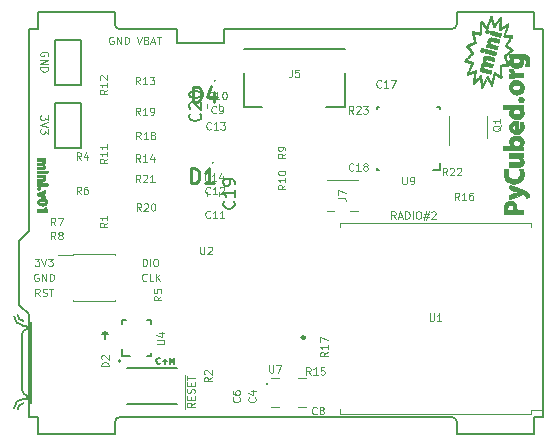
<source format=gbr>
%TF.GenerationSoftware,KiCad,Pcbnew,(5.1.4)-1*%
%TF.CreationDate,2019-12-19T18:18:08-07:00*%
%TF.ProjectId,mainboard,6d61696e-626f-4617-9264-2e6b69636164,rev?*%
%TF.SameCoordinates,Original*%
%TF.FileFunction,Legend,Top*%
%TF.FilePolarity,Positive*%
%FSLAX46Y46*%
G04 Gerber Fmt 4.6, Leading zero omitted, Abs format (unit mm)*
G04 Created by KiCad (PCBNEW (5.1.4)-1) date 2019-12-19 18:18:08*
%MOMM*%
%LPD*%
G04 APERTURE LIST*
%ADD10C,0.076200*%
%ADD11C,0.150000*%
%ADD12C,0.127000*%
%ADD13C,0.203200*%
%ADD14C,0.200000*%
%ADD15C,0.120000*%
%ADD16C,0.010000*%
%ADD17C,0.100000*%
%ADD18C,0.254000*%
%ADD19C,0.152400*%
G04 APERTURE END LIST*
D10*
X78930500Y-76668690D02*
X78960738Y-76608214D01*
X78960738Y-76517500D01*
X78930500Y-76426785D01*
X78870023Y-76366309D01*
X78809547Y-76336071D01*
X78688595Y-76305833D01*
X78597880Y-76305833D01*
X78476928Y-76336071D01*
X78416452Y-76366309D01*
X78355976Y-76426785D01*
X78325738Y-76517500D01*
X78325738Y-76577976D01*
X78355976Y-76668690D01*
X78386214Y-76698928D01*
X78597880Y-76698928D01*
X78597880Y-76577976D01*
X78325738Y-76971071D02*
X78960738Y-76971071D01*
X78325738Y-77333928D01*
X78960738Y-77333928D01*
X78325738Y-77636309D02*
X78960738Y-77636309D01*
X78960738Y-77787500D01*
X78930500Y-77878214D01*
X78870023Y-77938690D01*
X78809547Y-77968928D01*
X78688595Y-77999166D01*
X78597880Y-77999166D01*
X78476928Y-77968928D01*
X78416452Y-77938690D01*
X78355976Y-77878214D01*
X78325738Y-77787500D01*
X78325738Y-77636309D01*
X78960738Y-81700309D02*
X78960738Y-82093404D01*
X78718833Y-81881738D01*
X78718833Y-81972452D01*
X78688595Y-82032928D01*
X78658357Y-82063166D01*
X78597880Y-82093404D01*
X78446690Y-82093404D01*
X78386214Y-82063166D01*
X78355976Y-82032928D01*
X78325738Y-81972452D01*
X78325738Y-81791023D01*
X78355976Y-81730547D01*
X78386214Y-81700309D01*
X78960738Y-82274833D02*
X78325738Y-82486500D01*
X78960738Y-82698166D01*
X78960738Y-82849357D02*
X78960738Y-83242452D01*
X78718833Y-83030785D01*
X78718833Y-83121500D01*
X78688595Y-83181976D01*
X78658357Y-83212214D01*
X78597880Y-83242452D01*
X78446690Y-83242452D01*
X78386214Y-83212214D01*
X78355976Y-83181976D01*
X78325738Y-83121500D01*
X78325738Y-82940071D01*
X78355976Y-82879595D01*
X78386214Y-82849357D01*
D11*
X120902460Y-74415942D02*
X120102459Y-74415941D01*
X85102460Y-74415941D02*
G75*
G02X84602460Y-73915941I0J500000D01*
G01*
X113602459Y-73915941D02*
G75*
G02X113102459Y-74415941I-500000J0D01*
G01*
X113102459Y-107215941D02*
G75*
G02X113602459Y-107715941I0J-500000D01*
G01*
X84602460Y-107715941D02*
G75*
G02X85102460Y-107215941I500000J0D01*
G01*
X77340460Y-91475941D02*
X76502460Y-92313941D01*
X77340460Y-98555940D02*
X76502460Y-97790000D01*
X120102460Y-72915941D02*
X113602460Y-72915941D01*
X113602459Y-107715941D02*
X113602460Y-108715941D01*
X85102460Y-107215941D02*
X113102459Y-107215941D01*
X84602460Y-108715941D02*
X84602460Y-107715941D01*
X113602460Y-108715941D02*
X120102459Y-108715940D01*
X113102459Y-74415941D02*
X93872460Y-74415941D01*
X113602460Y-72915941D02*
X113602459Y-73915941D01*
X78102460Y-72915941D02*
X78102460Y-74415941D01*
X93872460Y-74415941D02*
X93872460Y-75565000D01*
X93872460Y-75565000D02*
X89872460Y-75565000D01*
X78102460Y-74415941D02*
X77340460Y-74415941D01*
X77340460Y-74415941D02*
X77340460Y-91475941D01*
X120102460Y-107215940D02*
X120902460Y-107215940D01*
X120102459Y-74415941D02*
X120102460Y-72915941D01*
X89872460Y-75565000D02*
X89872460Y-74415941D01*
X84602460Y-72915941D02*
X78102460Y-72915941D01*
X84602460Y-73915941D02*
X84602460Y-72915941D01*
X89872460Y-74415941D02*
X85102460Y-74415941D01*
X76502460Y-92313941D02*
X76502460Y-97790000D01*
X120902460Y-107215940D02*
X120902460Y-74415942D01*
X78102460Y-107215940D02*
X78102460Y-108715940D01*
X120102459Y-108715940D02*
X120102460Y-107215940D01*
X77340460Y-98555940D02*
X77340460Y-107215940D01*
X78102460Y-108715940D02*
X84602460Y-108715941D01*
X77340460Y-107215940D02*
X78102460Y-107215940D01*
D12*
X88452476Y-102670428D02*
X88428285Y-102694619D01*
X88355714Y-102718809D01*
X88307333Y-102718809D01*
X88234761Y-102694619D01*
X88186380Y-102646238D01*
X88162190Y-102597857D01*
X88138000Y-102501095D01*
X88138000Y-102428523D01*
X88162190Y-102331761D01*
X88186380Y-102283380D01*
X88234761Y-102235000D01*
X88307333Y-102210809D01*
X88355714Y-102210809D01*
X88428285Y-102235000D01*
X88452476Y-102259190D01*
X88670190Y-102525285D02*
X89057238Y-102525285D01*
X88863714Y-102718809D02*
X88863714Y-102331761D01*
X89299142Y-102718809D02*
X89299142Y-102210809D01*
X89468476Y-102573666D01*
X89637809Y-102210809D01*
X89637809Y-102718809D01*
D10*
X108409014Y-90457261D02*
X108197347Y-90154880D01*
X108046157Y-90457261D02*
X108046157Y-89822261D01*
X108288061Y-89822261D01*
X108348538Y-89852500D01*
X108378776Y-89882738D01*
X108409014Y-89943214D01*
X108409014Y-90033928D01*
X108378776Y-90094404D01*
X108348538Y-90124642D01*
X108288061Y-90154880D01*
X108046157Y-90154880D01*
X108650919Y-90275833D02*
X108953300Y-90275833D01*
X108590442Y-90457261D02*
X108802109Y-89822261D01*
X109013776Y-90457261D01*
X109225442Y-90457261D02*
X109225442Y-89822261D01*
X109376633Y-89822261D01*
X109467347Y-89852500D01*
X109527823Y-89912976D01*
X109558061Y-89973452D01*
X109588300Y-90094404D01*
X109588300Y-90185119D01*
X109558061Y-90306071D01*
X109527823Y-90366547D01*
X109467347Y-90427023D01*
X109376633Y-90457261D01*
X109225442Y-90457261D01*
X109860442Y-90457261D02*
X109860442Y-89822261D01*
X110283776Y-89822261D02*
X110404728Y-89822261D01*
X110465204Y-89852500D01*
X110525680Y-89912976D01*
X110555919Y-90033928D01*
X110555919Y-90245595D01*
X110525680Y-90366547D01*
X110465204Y-90427023D01*
X110404728Y-90457261D01*
X110283776Y-90457261D01*
X110223300Y-90427023D01*
X110162823Y-90366547D01*
X110132585Y-90245595D01*
X110132585Y-90033928D01*
X110162823Y-89912976D01*
X110223300Y-89852500D01*
X110283776Y-89822261D01*
X110797823Y-90033928D02*
X111251395Y-90033928D01*
X110979252Y-89761785D02*
X110797823Y-90578214D01*
X111190919Y-90306071D02*
X110737347Y-90306071D01*
X111009490Y-90578214D02*
X111190919Y-89761785D01*
X111432823Y-89882738D02*
X111463061Y-89852500D01*
X111523538Y-89822261D01*
X111674728Y-89822261D01*
X111735204Y-89852500D01*
X111765442Y-89882738D01*
X111795680Y-89943214D01*
X111795680Y-90003690D01*
X111765442Y-90094404D01*
X111402585Y-90457261D01*
X111795680Y-90457261D01*
X90528140Y-106541509D02*
X90528140Y-105906509D01*
X91371661Y-106027461D02*
X91069280Y-106239128D01*
X91371661Y-106390319D02*
X90736661Y-106390319D01*
X90736661Y-106148414D01*
X90766900Y-106087938D01*
X90797138Y-106057700D01*
X90857614Y-106027461D01*
X90948328Y-106027461D01*
X91008804Y-106057700D01*
X91039042Y-106087938D01*
X91069280Y-106148414D01*
X91069280Y-106390319D01*
X90528140Y-105906509D02*
X90528140Y-105331985D01*
X91039042Y-105755319D02*
X91039042Y-105543652D01*
X91371661Y-105452938D02*
X91371661Y-105755319D01*
X90736661Y-105755319D01*
X90736661Y-105452938D01*
X90528140Y-105331985D02*
X90528140Y-104727223D01*
X91341423Y-105211033D02*
X91371661Y-105120319D01*
X91371661Y-104969128D01*
X91341423Y-104908652D01*
X91311185Y-104878414D01*
X91250709Y-104848176D01*
X91190233Y-104848176D01*
X91129757Y-104878414D01*
X91099519Y-104908652D01*
X91069280Y-104969128D01*
X91039042Y-105090080D01*
X91008804Y-105150557D01*
X90978566Y-105180795D01*
X90918090Y-105211033D01*
X90857614Y-105211033D01*
X90797138Y-105180795D01*
X90766900Y-105150557D01*
X90736661Y-105090080D01*
X90736661Y-104938890D01*
X90766900Y-104848176D01*
X90528140Y-104727223D02*
X90528140Y-104152700D01*
X91039042Y-104576033D02*
X91039042Y-104364366D01*
X91371661Y-104273652D02*
X91371661Y-104576033D01*
X90736661Y-104576033D01*
X90736661Y-104273652D01*
X90528140Y-104152700D02*
X90528140Y-103668890D01*
X90736661Y-104092223D02*
X90736661Y-103729366D01*
X91371661Y-103910795D02*
X90736661Y-103910795D01*
X84479190Y-75057000D02*
X84418714Y-75026761D01*
X84328000Y-75026761D01*
X84237285Y-75057000D01*
X84176809Y-75117476D01*
X84146571Y-75177952D01*
X84116333Y-75298904D01*
X84116333Y-75389619D01*
X84146571Y-75510571D01*
X84176809Y-75571047D01*
X84237285Y-75631523D01*
X84328000Y-75661761D01*
X84388476Y-75661761D01*
X84479190Y-75631523D01*
X84509428Y-75601285D01*
X84509428Y-75389619D01*
X84388476Y-75389619D01*
X84781571Y-75661761D02*
X84781571Y-75026761D01*
X85144428Y-75661761D01*
X85144428Y-75026761D01*
X85446809Y-75661761D02*
X85446809Y-75026761D01*
X85598000Y-75026761D01*
X85688714Y-75057000D01*
X85749190Y-75117476D01*
X85779428Y-75177952D01*
X85809666Y-75298904D01*
X85809666Y-75389619D01*
X85779428Y-75510571D01*
X85749190Y-75571047D01*
X85688714Y-75631523D01*
X85598000Y-75661761D01*
X85446809Y-75661761D01*
X86459785Y-75026761D02*
X86671452Y-75661761D01*
X86883119Y-75026761D01*
X87306452Y-75329142D02*
X87397166Y-75359380D01*
X87427404Y-75389619D01*
X87457642Y-75450095D01*
X87457642Y-75540809D01*
X87427404Y-75601285D01*
X87397166Y-75631523D01*
X87336690Y-75661761D01*
X87094785Y-75661761D01*
X87094785Y-75026761D01*
X87306452Y-75026761D01*
X87366928Y-75057000D01*
X87397166Y-75087238D01*
X87427404Y-75147714D01*
X87427404Y-75208190D01*
X87397166Y-75268666D01*
X87366928Y-75298904D01*
X87306452Y-75329142D01*
X87094785Y-75329142D01*
X87699547Y-75480333D02*
X88001928Y-75480333D01*
X87639071Y-75661761D02*
X87850738Y-75026761D01*
X88062404Y-75661761D01*
X88183357Y-75026761D02*
X88546214Y-75026761D01*
X88364785Y-75661761D02*
X88364785Y-75026761D01*
X78265261Y-96997761D02*
X78053595Y-96695380D01*
X77902404Y-96997761D02*
X77902404Y-96362761D01*
X78144309Y-96362761D01*
X78204785Y-96393000D01*
X78235023Y-96423238D01*
X78265261Y-96483714D01*
X78265261Y-96574428D01*
X78235023Y-96634904D01*
X78204785Y-96665142D01*
X78144309Y-96695380D01*
X77902404Y-96695380D01*
X78507166Y-96967523D02*
X78597880Y-96997761D01*
X78749071Y-96997761D01*
X78809547Y-96967523D01*
X78839785Y-96937285D01*
X78870023Y-96876809D01*
X78870023Y-96816333D01*
X78839785Y-96755857D01*
X78809547Y-96725619D01*
X78749071Y-96695380D01*
X78628119Y-96665142D01*
X78567642Y-96634904D01*
X78537404Y-96604666D01*
X78507166Y-96544190D01*
X78507166Y-96483714D01*
X78537404Y-96423238D01*
X78567642Y-96393000D01*
X78628119Y-96362761D01*
X78779309Y-96362761D01*
X78870023Y-96393000D01*
X79051452Y-96362761D02*
X79414309Y-96362761D01*
X79232880Y-96997761D02*
X79232880Y-96362761D01*
D13*
X85090000Y-102489000D02*
G75*
G03X85090000Y-102489000I-63500J0D01*
G01*
D10*
X78129190Y-95123000D02*
X78068714Y-95092761D01*
X77978000Y-95092761D01*
X77887285Y-95123000D01*
X77826809Y-95183476D01*
X77796571Y-95243952D01*
X77766333Y-95364904D01*
X77766333Y-95455619D01*
X77796571Y-95576571D01*
X77826809Y-95637047D01*
X77887285Y-95697523D01*
X77978000Y-95727761D01*
X78038476Y-95727761D01*
X78129190Y-95697523D01*
X78159428Y-95667285D01*
X78159428Y-95455619D01*
X78038476Y-95455619D01*
X78431571Y-95727761D02*
X78431571Y-95092761D01*
X78794428Y-95727761D01*
X78794428Y-95092761D01*
X79096809Y-95727761D02*
X79096809Y-95092761D01*
X79248000Y-95092761D01*
X79338714Y-95123000D01*
X79399190Y-95183476D01*
X79429428Y-95243952D01*
X79459666Y-95364904D01*
X79459666Y-95455619D01*
X79429428Y-95576571D01*
X79399190Y-95637047D01*
X79338714Y-95697523D01*
X79248000Y-95727761D01*
X79096809Y-95727761D01*
D13*
X83809840Y-100647500D02*
X83809840Y-100203000D01*
D11*
X83555840Y-100203000D02*
X83809840Y-99999800D01*
X83809840Y-99999800D02*
X84063840Y-100203000D01*
X84063840Y-100203000D02*
X83860640Y-100203000D01*
X83809840Y-100203000D02*
X83555840Y-100203000D01*
D10*
X77826809Y-93822761D02*
X78219904Y-93822761D01*
X78008238Y-94064666D01*
X78098952Y-94064666D01*
X78159428Y-94094904D01*
X78189666Y-94125142D01*
X78219904Y-94185619D01*
X78219904Y-94336809D01*
X78189666Y-94397285D01*
X78159428Y-94427523D01*
X78098952Y-94457761D01*
X77917523Y-94457761D01*
X77857047Y-94427523D01*
X77826809Y-94397285D01*
X78401333Y-93822761D02*
X78613000Y-94457761D01*
X78824666Y-93822761D01*
X78975857Y-93822761D02*
X79368952Y-93822761D01*
X79157285Y-94064666D01*
X79248000Y-94064666D01*
X79308476Y-94094904D01*
X79338714Y-94125142D01*
X79368952Y-94185619D01*
X79368952Y-94336809D01*
X79338714Y-94397285D01*
X79308476Y-94427523D01*
X79248000Y-94457761D01*
X79066571Y-94457761D01*
X79006095Y-94427523D01*
X78975857Y-94397285D01*
X87315523Y-95667285D02*
X87285285Y-95697523D01*
X87194571Y-95727761D01*
X87134095Y-95727761D01*
X87043380Y-95697523D01*
X86982904Y-95637047D01*
X86952666Y-95576571D01*
X86922428Y-95455619D01*
X86922428Y-95364904D01*
X86952666Y-95243952D01*
X86982904Y-95183476D01*
X87043380Y-95123000D01*
X87134095Y-95092761D01*
X87194571Y-95092761D01*
X87285285Y-95123000D01*
X87315523Y-95153238D01*
X87890047Y-95727761D02*
X87587666Y-95727761D01*
X87587666Y-95092761D01*
X88101714Y-95727761D02*
X88101714Y-95092761D01*
X88464571Y-95727761D02*
X88192428Y-95364904D01*
X88464571Y-95092761D02*
X88101714Y-95455619D01*
X86979880Y-94457761D02*
X86979880Y-93822761D01*
X87131071Y-93822761D01*
X87221785Y-93853000D01*
X87282261Y-93913476D01*
X87312500Y-93973952D01*
X87342738Y-94094904D01*
X87342738Y-94185619D01*
X87312500Y-94306571D01*
X87282261Y-94367047D01*
X87221785Y-94427523D01*
X87131071Y-94457761D01*
X86979880Y-94457761D01*
X87614880Y-94457761D02*
X87614880Y-93822761D01*
X88038214Y-93822761D02*
X88159166Y-93822761D01*
X88219642Y-93853000D01*
X88280119Y-93913476D01*
X88310357Y-94034428D01*
X88310357Y-94246095D01*
X88280119Y-94367047D01*
X88219642Y-94427523D01*
X88159166Y-94457761D01*
X88038214Y-94457761D01*
X87977738Y-94427523D01*
X87917261Y-94367047D01*
X87887023Y-94246095D01*
X87887023Y-94034428D01*
X87917261Y-93913476D01*
X87977738Y-93853000D01*
X88038214Y-93822761D01*
D14*
X93099500Y-78766000D02*
G75*
G03X93099500Y-78766000I-19000J0D01*
G01*
X92909000Y-85687500D02*
G75*
G03X92909000Y-85687500I-19000J0D01*
G01*
D15*
X93410500Y-81061779D02*
X93410500Y-80736221D01*
X92390500Y-81061779D02*
X92390500Y-80736221D01*
X93410500Y-88165721D02*
X93410500Y-88491279D01*
X92390500Y-88165721D02*
X92390500Y-88491279D01*
D16*
G36*
X78925984Y-87592962D02*
G01*
X78896575Y-87626489D01*
X78850232Y-87641915D01*
X78834765Y-87642700D01*
X78793190Y-87631715D01*
X78761988Y-87603191D01*
X78743769Y-87563773D01*
X78741143Y-87520104D01*
X78756717Y-87478830D01*
X78765895Y-87467294D01*
X78801677Y-87444661D01*
X78840127Y-87439500D01*
X78888963Y-87449009D01*
X78920793Y-87477328D01*
X78935324Y-87524142D01*
X78936273Y-87543470D01*
X78925984Y-87592962D01*
X78925984Y-87592962D01*
G37*
X78925984Y-87592962D02*
X78896575Y-87626489D01*
X78850232Y-87641915D01*
X78834765Y-87642700D01*
X78793190Y-87631715D01*
X78761988Y-87603191D01*
X78743769Y-87563773D01*
X78741143Y-87520104D01*
X78756717Y-87478830D01*
X78765895Y-87467294D01*
X78801677Y-87444661D01*
X78840127Y-87439500D01*
X78888963Y-87449009D01*
X78920793Y-87477328D01*
X78935324Y-87524142D01*
X78936273Y-87543470D01*
X78925984Y-87592962D01*
G36*
X78930178Y-86531049D02*
G01*
X78912369Y-86562185D01*
X78882367Y-86580252D01*
X78841073Y-86588829D01*
X78801092Y-86586287D01*
X78783177Y-86578880D01*
X78754605Y-86545903D01*
X78742548Y-86501482D01*
X78747912Y-86454210D01*
X78766322Y-86418862D01*
X78801806Y-86392328D01*
X78845982Y-86385463D01*
X78890830Y-86398803D01*
X78906580Y-86409444D01*
X78929124Y-86442347D01*
X78937118Y-86486244D01*
X78930178Y-86531049D01*
X78930178Y-86531049D01*
G37*
X78930178Y-86531049D02*
X78912369Y-86562185D01*
X78882367Y-86580252D01*
X78841073Y-86588829D01*
X78801092Y-86586287D01*
X78783177Y-86578880D01*
X78754605Y-86545903D01*
X78742548Y-86501482D01*
X78747912Y-86454210D01*
X78766322Y-86418862D01*
X78801806Y-86392328D01*
X78845982Y-86385463D01*
X78890830Y-86398803D01*
X78906580Y-86409444D01*
X78929124Y-86442347D01*
X78937118Y-86486244D01*
X78930178Y-86531049D01*
G36*
X78066900Y-89852500D02*
G01*
X78066900Y-89649743D01*
X78377783Y-89646346D01*
X78688665Y-89642950D01*
X78656912Y-89574429D01*
X78640604Y-89537695D01*
X78630461Y-89511805D01*
X78628605Y-89503277D01*
X78643073Y-89498373D01*
X78673105Y-89490573D01*
X78709375Y-89482054D01*
X78742557Y-89474993D01*
X78763326Y-89471566D01*
X78764781Y-89471500D01*
X78775608Y-89482300D01*
X78793586Y-89511316D01*
X78815740Y-89553465D01*
X78829007Y-89581226D01*
X78854592Y-89639681D01*
X78870016Y-89684774D01*
X78877608Y-89725256D01*
X78879698Y-89769882D01*
X78879700Y-89771726D01*
X78879700Y-89852500D01*
X78066900Y-89852500D01*
X78066900Y-89852500D01*
G37*
X78066900Y-89852500D02*
X78066900Y-89649743D01*
X78377783Y-89646346D01*
X78688665Y-89642950D01*
X78656912Y-89574429D01*
X78640604Y-89537695D01*
X78630461Y-89511805D01*
X78628605Y-89503277D01*
X78643073Y-89498373D01*
X78673105Y-89490573D01*
X78709375Y-89482054D01*
X78742557Y-89474993D01*
X78763326Y-89471566D01*
X78764781Y-89471500D01*
X78775608Y-89482300D01*
X78793586Y-89511316D01*
X78815740Y-89553465D01*
X78829007Y-89581226D01*
X78854592Y-89639681D01*
X78870016Y-89684774D01*
X78877608Y-89725256D01*
X78879698Y-89769882D01*
X78879700Y-89771726D01*
X78879700Y-89852500D01*
X78066900Y-89852500D01*
G36*
X78673819Y-88159418D02*
G01*
X78670150Y-88269637D01*
X78505050Y-88317482D01*
X78442159Y-88335248D01*
X78386485Y-88350125D01*
X78343363Y-88360749D01*
X78318127Y-88365754D01*
X78315609Y-88365963D01*
X78299435Y-88367763D01*
X78299552Y-88372382D01*
X78317757Y-88380510D01*
X78355845Y-88392834D01*
X78415613Y-88410045D01*
X78468362Y-88424567D01*
X78530970Y-88441661D01*
X78586054Y-88456793D01*
X78628272Y-88468490D01*
X78652285Y-88475279D01*
X78654275Y-88475870D01*
X78665626Y-88483090D01*
X78672386Y-88499772D01*
X78675647Y-88531199D01*
X78676500Y-88582652D01*
X78676500Y-88583355D01*
X78675046Y-88631981D01*
X78671130Y-88667189D01*
X78665420Y-88683562D01*
X78664072Y-88684100D01*
X78650106Y-88679909D01*
X78616341Y-88668311D01*
X78566782Y-88650766D01*
X78505432Y-88628735D01*
X78436295Y-88603677D01*
X78363374Y-88577053D01*
X78290674Y-88550323D01*
X78222197Y-88524948D01*
X78161948Y-88502389D01*
X78113930Y-88484104D01*
X78089125Y-88474385D01*
X78077548Y-88465592D01*
X78070747Y-88447067D01*
X78067583Y-88413350D01*
X78066900Y-88367979D01*
X78066900Y-88270476D01*
X78247875Y-88204827D01*
X78324651Y-88176984D01*
X78405642Y-88147626D01*
X78481972Y-88119969D01*
X78544762Y-88097231D01*
X78553169Y-88094188D01*
X78677488Y-88049198D01*
X78673819Y-88159418D01*
X78673819Y-88159418D01*
G37*
X78673819Y-88159418D02*
X78670150Y-88269637D01*
X78505050Y-88317482D01*
X78442159Y-88335248D01*
X78386485Y-88350125D01*
X78343363Y-88360749D01*
X78318127Y-88365754D01*
X78315609Y-88365963D01*
X78299435Y-88367763D01*
X78299552Y-88372382D01*
X78317757Y-88380510D01*
X78355845Y-88392834D01*
X78415613Y-88410045D01*
X78468362Y-88424567D01*
X78530970Y-88441661D01*
X78586054Y-88456793D01*
X78628272Y-88468490D01*
X78652285Y-88475279D01*
X78654275Y-88475870D01*
X78665626Y-88483090D01*
X78672386Y-88499772D01*
X78675647Y-88531199D01*
X78676500Y-88582652D01*
X78676500Y-88583355D01*
X78675046Y-88631981D01*
X78671130Y-88667189D01*
X78665420Y-88683562D01*
X78664072Y-88684100D01*
X78650106Y-88679909D01*
X78616341Y-88668311D01*
X78566782Y-88650766D01*
X78505432Y-88628735D01*
X78436295Y-88603677D01*
X78363374Y-88577053D01*
X78290674Y-88550323D01*
X78222197Y-88524948D01*
X78161948Y-88502389D01*
X78113930Y-88484104D01*
X78089125Y-88474385D01*
X78077548Y-88465592D01*
X78070747Y-88447067D01*
X78067583Y-88413350D01*
X78066900Y-88367979D01*
X78066900Y-88270476D01*
X78247875Y-88204827D01*
X78324651Y-88176984D01*
X78405642Y-88147626D01*
X78481972Y-88119969D01*
X78544762Y-88097231D01*
X78553169Y-88094188D01*
X78677488Y-88049198D01*
X78673819Y-88159418D01*
G36*
X78066900Y-87642700D02*
G01*
X78066900Y-87439500D01*
X78676500Y-87439500D01*
X78676500Y-87642700D01*
X78066900Y-87642700D01*
X78066900Y-87642700D01*
G37*
X78066900Y-87642700D02*
X78066900Y-87439500D01*
X78676500Y-87439500D01*
X78676500Y-87642700D01*
X78066900Y-87642700D01*
G36*
X78675294Y-87171187D02*
G01*
X78660523Y-87199496D01*
X78631022Y-87231959D01*
X78590904Y-87262353D01*
X78575282Y-87271225D01*
X78553089Y-87281561D01*
X78530674Y-87289063D01*
X78503593Y-87294180D01*
X78467400Y-87297361D01*
X78417650Y-87299056D01*
X78349897Y-87299714D01*
X78292810Y-87299800D01*
X78066900Y-87299800D01*
X78066900Y-87111531D01*
X78268794Y-87107240D01*
X78355892Y-87104625D01*
X78420792Y-87100203D01*
X78466686Y-87092781D01*
X78496770Y-87081167D01*
X78514236Y-87064167D01*
X78522278Y-87040590D01*
X78524100Y-87011894D01*
X78519202Y-86979010D01*
X78500024Y-86955685D01*
X78482825Y-86944060D01*
X78463652Y-86934070D01*
X78441257Y-86927094D01*
X78410896Y-86922608D01*
X78367827Y-86920091D01*
X78307308Y-86919018D01*
X78254225Y-86918847D01*
X78066900Y-86918800D01*
X78066900Y-86728300D01*
X78305025Y-86728189D01*
X78385528Y-86727722D01*
X78462062Y-86726495D01*
X78529091Y-86724654D01*
X78581083Y-86722347D01*
X78609825Y-86720070D01*
X78676500Y-86712062D01*
X78676500Y-86802731D01*
X78676107Y-86849724D01*
X78673564Y-86876804D01*
X78666833Y-86889459D01*
X78653872Y-86893177D01*
X78642782Y-86893400D01*
X78619872Y-86895039D01*
X78618859Y-86903558D01*
X78628551Y-86915625D01*
X78665121Y-86973191D01*
X78685656Y-87039895D01*
X78689324Y-87108354D01*
X78675294Y-87171187D01*
X78675294Y-87171187D01*
G37*
X78675294Y-87171187D02*
X78660523Y-87199496D01*
X78631022Y-87231959D01*
X78590904Y-87262353D01*
X78575282Y-87271225D01*
X78553089Y-87281561D01*
X78530674Y-87289063D01*
X78503593Y-87294180D01*
X78467400Y-87297361D01*
X78417650Y-87299056D01*
X78349897Y-87299714D01*
X78292810Y-87299800D01*
X78066900Y-87299800D01*
X78066900Y-87111531D01*
X78268794Y-87107240D01*
X78355892Y-87104625D01*
X78420792Y-87100203D01*
X78466686Y-87092781D01*
X78496770Y-87081167D01*
X78514236Y-87064167D01*
X78522278Y-87040590D01*
X78524100Y-87011894D01*
X78519202Y-86979010D01*
X78500024Y-86955685D01*
X78482825Y-86944060D01*
X78463652Y-86934070D01*
X78441257Y-86927094D01*
X78410896Y-86922608D01*
X78367827Y-86920091D01*
X78307308Y-86919018D01*
X78254225Y-86918847D01*
X78066900Y-86918800D01*
X78066900Y-86728300D01*
X78305025Y-86728189D01*
X78385528Y-86727722D01*
X78462062Y-86726495D01*
X78529091Y-86724654D01*
X78581083Y-86722347D01*
X78609825Y-86720070D01*
X78676500Y-86712062D01*
X78676500Y-86802731D01*
X78676107Y-86849724D01*
X78673564Y-86876804D01*
X78666833Y-86889459D01*
X78653872Y-86893177D01*
X78642782Y-86893400D01*
X78619872Y-86895039D01*
X78618859Y-86903558D01*
X78628551Y-86915625D01*
X78665121Y-86973191D01*
X78685656Y-87039895D01*
X78689324Y-87108354D01*
X78675294Y-87171187D01*
G36*
X78066900Y-86588600D02*
G01*
X78066900Y-86385400D01*
X78676500Y-86385400D01*
X78676500Y-86588600D01*
X78066900Y-86588600D01*
X78066900Y-86588600D01*
G37*
X78066900Y-86588600D02*
X78066900Y-86385400D01*
X78676500Y-86385400D01*
X78676500Y-86588600D01*
X78066900Y-86588600D01*
G36*
X78673140Y-86134783D02*
G01*
X78660625Y-86156992D01*
X78637103Y-86187582D01*
X78610968Y-86210993D01*
X78578496Y-86228249D01*
X78535959Y-86240374D01*
X78479632Y-86248391D01*
X78405787Y-86253325D01*
X78310699Y-86256199D01*
X78298675Y-86256436D01*
X78066900Y-86260822D01*
X78066900Y-86055200D01*
X78267275Y-86055200D01*
X78347502Y-86054715D01*
X78406254Y-86053034D01*
X78447442Y-86049821D01*
X78474978Y-86044735D01*
X78492772Y-86037440D01*
X78495875Y-86035429D01*
X78518874Y-86005717D01*
X78522772Y-85968113D01*
X78507448Y-85931604D01*
X78497406Y-85920643D01*
X78484502Y-85911343D01*
X78466695Y-85904557D01*
X78439839Y-85899771D01*
X78399784Y-85896474D01*
X78342381Y-85894153D01*
X78268806Y-85892401D01*
X78066900Y-85888352D01*
X78066900Y-85699600D01*
X78256574Y-85699600D01*
X78326096Y-85698779D01*
X78388857Y-85696524D01*
X78439381Y-85693142D01*
X78472190Y-85688940D01*
X78479165Y-85687084D01*
X78512454Y-85663490D01*
X78526180Y-85629574D01*
X78519975Y-85591645D01*
X78493472Y-85556015D01*
X78487101Y-85550778D01*
X78466260Y-85543879D01*
X78423617Y-85538991D01*
X78357998Y-85536028D01*
X78268228Y-85534906D01*
X78266925Y-85534903D01*
X78066900Y-85534500D01*
X78066900Y-85344000D01*
X78285975Y-85343909D01*
X78365629Y-85343393D01*
X78443459Y-85342027D01*
X78512935Y-85339987D01*
X78567531Y-85337446D01*
X78590775Y-85335723D01*
X78676500Y-85327627D01*
X78676500Y-85418363D01*
X78676113Y-85465377D01*
X78673583Y-85492476D01*
X78666857Y-85505146D01*
X78653881Y-85508874D01*
X78642537Y-85509100D01*
X78608573Y-85509100D01*
X78634600Y-85537675D01*
X78667549Y-85581676D01*
X78684435Y-85628032D01*
X78689200Y-85687578D01*
X78689200Y-85687741D01*
X78682426Y-85743938D01*
X78664287Y-85794018D01*
X78638058Y-85830849D01*
X78617077Y-85844765D01*
X78605824Y-85852512D01*
X78610195Y-85865607D01*
X78629226Y-85887300D01*
X78666650Y-85942350D01*
X78687014Y-86006852D01*
X78689463Y-86073448D01*
X78673140Y-86134783D01*
X78673140Y-86134783D01*
G37*
X78673140Y-86134783D02*
X78660625Y-86156992D01*
X78637103Y-86187582D01*
X78610968Y-86210993D01*
X78578496Y-86228249D01*
X78535959Y-86240374D01*
X78479632Y-86248391D01*
X78405787Y-86253325D01*
X78310699Y-86256199D01*
X78298675Y-86256436D01*
X78066900Y-86260822D01*
X78066900Y-86055200D01*
X78267275Y-86055200D01*
X78347502Y-86054715D01*
X78406254Y-86053034D01*
X78447442Y-86049821D01*
X78474978Y-86044735D01*
X78492772Y-86037440D01*
X78495875Y-86035429D01*
X78518874Y-86005717D01*
X78522772Y-85968113D01*
X78507448Y-85931604D01*
X78497406Y-85920643D01*
X78484502Y-85911343D01*
X78466695Y-85904557D01*
X78439839Y-85899771D01*
X78399784Y-85896474D01*
X78342381Y-85894153D01*
X78268806Y-85892401D01*
X78066900Y-85888352D01*
X78066900Y-85699600D01*
X78256574Y-85699600D01*
X78326096Y-85698779D01*
X78388857Y-85696524D01*
X78439381Y-85693142D01*
X78472190Y-85688940D01*
X78479165Y-85687084D01*
X78512454Y-85663490D01*
X78526180Y-85629574D01*
X78519975Y-85591645D01*
X78493472Y-85556015D01*
X78487101Y-85550778D01*
X78466260Y-85543879D01*
X78423617Y-85538991D01*
X78357998Y-85536028D01*
X78268228Y-85534906D01*
X78266925Y-85534903D01*
X78066900Y-85534500D01*
X78066900Y-85344000D01*
X78285975Y-85343909D01*
X78365629Y-85343393D01*
X78443459Y-85342027D01*
X78512935Y-85339987D01*
X78567531Y-85337446D01*
X78590775Y-85335723D01*
X78676500Y-85327627D01*
X78676500Y-85418363D01*
X78676113Y-85465377D01*
X78673583Y-85492476D01*
X78666857Y-85505146D01*
X78653881Y-85508874D01*
X78642537Y-85509100D01*
X78608573Y-85509100D01*
X78634600Y-85537675D01*
X78667549Y-85581676D01*
X78684435Y-85628032D01*
X78689200Y-85687578D01*
X78689200Y-85687741D01*
X78682426Y-85743938D01*
X78664287Y-85794018D01*
X78638058Y-85830849D01*
X78617077Y-85844765D01*
X78605824Y-85852512D01*
X78610195Y-85865607D01*
X78629226Y-85887300D01*
X78666650Y-85942350D01*
X78687014Y-86006852D01*
X78689463Y-86073448D01*
X78673140Y-86134783D01*
G36*
X78885140Y-89086872D02*
G01*
X78863253Y-89158052D01*
X78821618Y-89222046D01*
X78778089Y-89261985D01*
X78715175Y-89295785D01*
X78634769Y-89319829D01*
X78543082Y-89333484D01*
X78446326Y-89336118D01*
X78350712Y-89327100D01*
X78283467Y-89312304D01*
X78200516Y-89277380D01*
X78134635Y-89226521D01*
X78087513Y-89162785D01*
X78060840Y-89089232D01*
X78056308Y-89008918D01*
X78073124Y-88931750D01*
X78094167Y-88892074D01*
X78127813Y-88849090D01*
X78147868Y-88828900D01*
X78214904Y-88783318D01*
X78298519Y-88751052D01*
X78393363Y-88732605D01*
X78492350Y-88728552D01*
X78492350Y-88932633D01*
X78409295Y-88933579D01*
X78346876Y-88938338D01*
X78300494Y-88947814D01*
X78265554Y-88962910D01*
X78239897Y-88982228D01*
X78212971Y-89015118D01*
X78209939Y-89045093D01*
X78230624Y-89077355D01*
X78236486Y-89083439D01*
X78273784Y-89106607D01*
X78329705Y-89123998D01*
X78398043Y-89135197D01*
X78472595Y-89139787D01*
X78547155Y-89137355D01*
X78615519Y-89127485D01*
X78665953Y-89112179D01*
X78712084Y-89084248D01*
X78734058Y-89051238D01*
X78731745Y-89016203D01*
X78705016Y-88982196D01*
X78672402Y-88960996D01*
X78641552Y-88947492D01*
X78607569Y-88939023D01*
X78563347Y-88934470D01*
X78501781Y-88932713D01*
X78492350Y-88932633D01*
X78492350Y-88728552D01*
X78494084Y-88728480D01*
X78595331Y-88739180D01*
X78691753Y-88765208D01*
X78717360Y-88775397D01*
X78786069Y-88817271D01*
X78837744Y-88873705D01*
X78871843Y-88940349D01*
X78887823Y-89012855D01*
X78885140Y-89086872D01*
X78885140Y-89086872D01*
G37*
X78885140Y-89086872D02*
X78863253Y-89158052D01*
X78821618Y-89222046D01*
X78778089Y-89261985D01*
X78715175Y-89295785D01*
X78634769Y-89319829D01*
X78543082Y-89333484D01*
X78446326Y-89336118D01*
X78350712Y-89327100D01*
X78283467Y-89312304D01*
X78200516Y-89277380D01*
X78134635Y-89226521D01*
X78087513Y-89162785D01*
X78060840Y-89089232D01*
X78056308Y-89008918D01*
X78073124Y-88931750D01*
X78094167Y-88892074D01*
X78127813Y-88849090D01*
X78147868Y-88828900D01*
X78214904Y-88783318D01*
X78298519Y-88751052D01*
X78393363Y-88732605D01*
X78492350Y-88728552D01*
X78492350Y-88932633D01*
X78409295Y-88933579D01*
X78346876Y-88938338D01*
X78300494Y-88947814D01*
X78265554Y-88962910D01*
X78239897Y-88982228D01*
X78212971Y-89015118D01*
X78209939Y-89045093D01*
X78230624Y-89077355D01*
X78236486Y-89083439D01*
X78273784Y-89106607D01*
X78329705Y-89123998D01*
X78398043Y-89135197D01*
X78472595Y-89139787D01*
X78547155Y-89137355D01*
X78615519Y-89127485D01*
X78665953Y-89112179D01*
X78712084Y-89084248D01*
X78734058Y-89051238D01*
X78731745Y-89016203D01*
X78705016Y-88982196D01*
X78672402Y-88960996D01*
X78641552Y-88947492D01*
X78607569Y-88939023D01*
X78563347Y-88934470D01*
X78501781Y-88932713D01*
X78492350Y-88932633D01*
X78492350Y-88728552D01*
X78494084Y-88728480D01*
X78595331Y-88739180D01*
X78691753Y-88765208D01*
X78717360Y-88775397D01*
X78786069Y-88817271D01*
X78837744Y-88873705D01*
X78871843Y-88940349D01*
X78887823Y-89012855D01*
X78885140Y-89086872D01*
G36*
X78284473Y-87926650D02*
G01*
X78254677Y-87963137D01*
X78211041Y-87984348D01*
X78158495Y-87987218D01*
X78130258Y-87980763D01*
X78086751Y-87954980D01*
X78061508Y-87915075D01*
X78056536Y-87866446D01*
X78070634Y-87820500D01*
X78101477Y-87782895D01*
X78142282Y-87763778D01*
X78187301Y-87761677D01*
X78230782Y-87775123D01*
X78266975Y-87802647D01*
X78290130Y-87842781D01*
X78295500Y-87877955D01*
X78284473Y-87926650D01*
X78284473Y-87926650D01*
G37*
X78284473Y-87926650D02*
X78254677Y-87963137D01*
X78211041Y-87984348D01*
X78158495Y-87987218D01*
X78130258Y-87980763D01*
X78086751Y-87954980D01*
X78061508Y-87915075D01*
X78056536Y-87866446D01*
X78070634Y-87820500D01*
X78101477Y-87782895D01*
X78142282Y-87763778D01*
X78187301Y-87761677D01*
X78230782Y-87775123D01*
X78266975Y-87802647D01*
X78290130Y-87842781D01*
X78295500Y-87877955D01*
X78284473Y-87926650D01*
D11*
X81745000Y-79100000D02*
X79545000Y-79100000D01*
X81745000Y-75300000D02*
X81745000Y-79100000D01*
X79545000Y-75300000D02*
X81745000Y-75300000D01*
X79545000Y-79100000D02*
X79545000Y-75300000D01*
X81745000Y-84450000D02*
X79545000Y-84450000D01*
X81745000Y-80650000D02*
X81745000Y-84450000D01*
X79545000Y-80650000D02*
X81745000Y-80650000D01*
X79545000Y-84450000D02*
X79545000Y-80650000D01*
D13*
X112117500Y-86330000D02*
X111558700Y-86330000D01*
X112117500Y-85771200D02*
X112117500Y-86330000D01*
X106986700Y-86330000D02*
X106783500Y-86330000D01*
X106783500Y-86126800D02*
X106783500Y-86330000D01*
X106783500Y-80996000D02*
X106783500Y-81199200D01*
X106986700Y-80996000D02*
X106783500Y-80996000D01*
X112117500Y-80996000D02*
X112117500Y-81199200D01*
X112117500Y-80996000D02*
X111914300Y-80996000D01*
D15*
X112880500Y-81777000D02*
X112880500Y-84227000D01*
X116100500Y-83577000D02*
X116100500Y-81777000D01*
D16*
G36*
X115581727Y-76108395D02*
G01*
X115607161Y-76060474D01*
X115648296Y-76023727D01*
X115666906Y-76014340D01*
X115725062Y-76001357D01*
X115777732Y-76009930D01*
X115821765Y-76036321D01*
X115854005Y-76076791D01*
X115871302Y-76127605D01*
X115870501Y-76185023D01*
X115853555Y-76235585D01*
X115818765Y-76279895D01*
X115770215Y-76306505D01*
X115713879Y-76313705D01*
X115655732Y-76299786D01*
X115645784Y-76295036D01*
X115604022Y-76260811D01*
X115579718Y-76214404D01*
X115572433Y-76161652D01*
X115581727Y-76108395D01*
X115581727Y-76108395D01*
G37*
X115581727Y-76108395D02*
X115607161Y-76060474D01*
X115648296Y-76023727D01*
X115666906Y-76014340D01*
X115725062Y-76001357D01*
X115777732Y-76009930D01*
X115821765Y-76036321D01*
X115854005Y-76076791D01*
X115871302Y-76127605D01*
X115870501Y-76185023D01*
X115853555Y-76235585D01*
X115818765Y-76279895D01*
X115770215Y-76306505D01*
X115713879Y-76313705D01*
X115655732Y-76299786D01*
X115645784Y-76295036D01*
X115604022Y-76260811D01*
X115579718Y-76214404D01*
X115572433Y-76161652D01*
X115581727Y-76108395D01*
G36*
X116005781Y-74533659D02*
G01*
X116039136Y-74482678D01*
X116087552Y-74451968D01*
X116149861Y-74442262D01*
X116151469Y-74442292D01*
X116207844Y-74454442D01*
X116251187Y-74485129D01*
X116279211Y-74529877D01*
X116289635Y-74584210D01*
X116280173Y-74643653D01*
X116268465Y-74671579D01*
X116233239Y-74719469D01*
X116186531Y-74745244D01*
X116126491Y-74749822D01*
X116113922Y-74748439D01*
X116058754Y-74729878D01*
X116018512Y-74693765D01*
X115995439Y-74644557D01*
X115991780Y-74586709D01*
X116005781Y-74533659D01*
X116005781Y-74533659D01*
G37*
X116005781Y-74533659D02*
X116039136Y-74482678D01*
X116087552Y-74451968D01*
X116149861Y-74442262D01*
X116151469Y-74442292D01*
X116207844Y-74454442D01*
X116251187Y-74485129D01*
X116279211Y-74529877D01*
X116289635Y-74584210D01*
X116280173Y-74643653D01*
X116268465Y-74671579D01*
X116233239Y-74719469D01*
X116186531Y-74745244D01*
X116126491Y-74749822D01*
X116113922Y-74748439D01*
X116058754Y-74729878D01*
X116018512Y-74693765D01*
X115995439Y-74644557D01*
X115991780Y-74586709D01*
X116005781Y-74533659D01*
G36*
X115510899Y-77923090D02*
G01*
X115518168Y-77890984D01*
X115532209Y-77837300D01*
X115552524Y-77763662D01*
X115571647Y-77695374D01*
X115679875Y-77710208D01*
X115649225Y-77648276D01*
X115624845Y-77576181D01*
X115618137Y-77499455D01*
X115627485Y-77422819D01*
X115651270Y-77350992D01*
X115687877Y-77288695D01*
X115735688Y-77240647D01*
X115793086Y-77211568D01*
X115799415Y-77209855D01*
X115831980Y-77201732D01*
X115795137Y-77129491D01*
X115776548Y-77090473D01*
X115766042Y-77058064D01*
X115761909Y-77022758D01*
X115762438Y-76975051D01*
X115763428Y-76953269D01*
X115774494Y-76865123D01*
X115799328Y-76795855D01*
X115840027Y-76741784D01*
X115898685Y-76699228D01*
X115912064Y-76692125D01*
X115954716Y-76673367D01*
X115998588Y-76660985D01*
X116046932Y-76655233D01*
X116102999Y-76656362D01*
X116170040Y-76664624D01*
X116251307Y-76680271D01*
X116350052Y-76703555D01*
X116469526Y-76734728D01*
X116472657Y-76735571D01*
X116568812Y-76761820D01*
X116642645Y-76782903D01*
X116696525Y-76799626D01*
X116732820Y-76812792D01*
X116753898Y-76823206D01*
X116762125Y-76831671D01*
X116762439Y-76833996D01*
X116758676Y-76854292D01*
X116749643Y-76892744D01*
X116736869Y-76943037D01*
X116727567Y-76978036D01*
X116708839Y-77041604D01*
X116693568Y-77080702D01*
X116681480Y-77095985D01*
X116678269Y-77095964D01*
X116661803Y-77091038D01*
X116624573Y-77080649D01*
X116570371Y-77065831D01*
X116502987Y-77047617D01*
X116426212Y-77027040D01*
X116393427Y-77018301D01*
X116292640Y-76992015D01*
X116213013Y-76972861D01*
X116151387Y-76960644D01*
X116104603Y-76955165D01*
X116069501Y-76956228D01*
X116042922Y-76963633D01*
X116021707Y-76977186D01*
X116004975Y-76994030D01*
X115981152Y-77038639D01*
X115979063Y-77087653D01*
X115997090Y-77135480D01*
X116033615Y-77176532D01*
X116063246Y-77195341D01*
X116085551Y-77203673D01*
X116128157Y-77217089D01*
X116186771Y-77234333D01*
X116257099Y-77254146D01*
X116334846Y-77275273D01*
X116351050Y-77279583D01*
X116427783Y-77300172D01*
X116496113Y-77318989D01*
X116552243Y-77334950D01*
X116592375Y-77346969D01*
X116612712Y-77353961D01*
X116614290Y-77354822D01*
X116614604Y-77369059D01*
X116609381Y-77401439D01*
X116600138Y-77445705D01*
X116588394Y-77495600D01*
X116575666Y-77544868D01*
X116563473Y-77587250D01*
X116553331Y-77616490D01*
X116548668Y-77625359D01*
X116534599Y-77624942D01*
X116499773Y-77618499D01*
X116447886Y-77606876D01*
X116382635Y-77590914D01*
X116307717Y-77571458D01*
X116280781Y-77564219D01*
X116177527Y-77536712D01*
X116095472Y-77516213D01*
X116031513Y-77502344D01*
X115982546Y-77494726D01*
X115945470Y-77492983D01*
X115917180Y-77496736D01*
X115894573Y-77505607D01*
X115879552Y-77515339D01*
X115846383Y-77554107D01*
X115833292Y-77601305D01*
X115839855Y-77650371D01*
X115865649Y-77694739D01*
X115892640Y-77718026D01*
X115914216Y-77728113D01*
X115955137Y-77742550D01*
X116016351Y-77761612D01*
X116098800Y-77785578D01*
X116203431Y-77814725D01*
X116331189Y-77849330D01*
X116429486Y-77875519D01*
X116482522Y-77889574D01*
X116446567Y-78023598D01*
X116431444Y-78078480D01*
X116418226Y-78123713D01*
X116408510Y-78153997D01*
X116404285Y-78163948D01*
X116390800Y-78162532D01*
X116356165Y-78155241D01*
X116303736Y-78142884D01*
X116236868Y-78126274D01*
X116158915Y-78106220D01*
X116088754Y-78087689D01*
X115994858Y-78062693D01*
X115900738Y-78037788D01*
X115811838Y-78014402D01*
X115733601Y-77993966D01*
X115671471Y-77977908D01*
X115646242Y-77971486D01*
X115591888Y-77957593D01*
X115547665Y-77945938D01*
X115518738Y-77937903D01*
X115510062Y-77934996D01*
X115510899Y-77923090D01*
X115510899Y-77923090D01*
G37*
X115510899Y-77923090D02*
X115518168Y-77890984D01*
X115532209Y-77837300D01*
X115552524Y-77763662D01*
X115571647Y-77695374D01*
X115679875Y-77710208D01*
X115649225Y-77648276D01*
X115624845Y-77576181D01*
X115618137Y-77499455D01*
X115627485Y-77422819D01*
X115651270Y-77350992D01*
X115687877Y-77288695D01*
X115735688Y-77240647D01*
X115793086Y-77211568D01*
X115799415Y-77209855D01*
X115831980Y-77201732D01*
X115795137Y-77129491D01*
X115776548Y-77090473D01*
X115766042Y-77058064D01*
X115761909Y-77022758D01*
X115762438Y-76975051D01*
X115763428Y-76953269D01*
X115774494Y-76865123D01*
X115799328Y-76795855D01*
X115840027Y-76741784D01*
X115898685Y-76699228D01*
X115912064Y-76692125D01*
X115954716Y-76673367D01*
X115998588Y-76660985D01*
X116046932Y-76655233D01*
X116102999Y-76656362D01*
X116170040Y-76664624D01*
X116251307Y-76680271D01*
X116350052Y-76703555D01*
X116469526Y-76734728D01*
X116472657Y-76735571D01*
X116568812Y-76761820D01*
X116642645Y-76782903D01*
X116696525Y-76799626D01*
X116732820Y-76812792D01*
X116753898Y-76823206D01*
X116762125Y-76831671D01*
X116762439Y-76833996D01*
X116758676Y-76854292D01*
X116749643Y-76892744D01*
X116736869Y-76943037D01*
X116727567Y-76978036D01*
X116708839Y-77041604D01*
X116693568Y-77080702D01*
X116681480Y-77095985D01*
X116678269Y-77095964D01*
X116661803Y-77091038D01*
X116624573Y-77080649D01*
X116570371Y-77065831D01*
X116502987Y-77047617D01*
X116426212Y-77027040D01*
X116393427Y-77018301D01*
X116292640Y-76992015D01*
X116213013Y-76972861D01*
X116151387Y-76960644D01*
X116104603Y-76955165D01*
X116069501Y-76956228D01*
X116042922Y-76963633D01*
X116021707Y-76977186D01*
X116004975Y-76994030D01*
X115981152Y-77038639D01*
X115979063Y-77087653D01*
X115997090Y-77135480D01*
X116033615Y-77176532D01*
X116063246Y-77195341D01*
X116085551Y-77203673D01*
X116128157Y-77217089D01*
X116186771Y-77234333D01*
X116257099Y-77254146D01*
X116334846Y-77275273D01*
X116351050Y-77279583D01*
X116427783Y-77300172D01*
X116496113Y-77318989D01*
X116552243Y-77334950D01*
X116592375Y-77346969D01*
X116612712Y-77353961D01*
X116614290Y-77354822D01*
X116614604Y-77369059D01*
X116609381Y-77401439D01*
X116600138Y-77445705D01*
X116588394Y-77495600D01*
X116575666Y-77544868D01*
X116563473Y-77587250D01*
X116553331Y-77616490D01*
X116548668Y-77625359D01*
X116534599Y-77624942D01*
X116499773Y-77618499D01*
X116447886Y-77606876D01*
X116382635Y-77590914D01*
X116307717Y-77571458D01*
X116280781Y-77564219D01*
X116177527Y-77536712D01*
X116095472Y-77516213D01*
X116031513Y-77502344D01*
X115982546Y-77494726D01*
X115945470Y-77492983D01*
X115917180Y-77496736D01*
X115894573Y-77505607D01*
X115879552Y-77515339D01*
X115846383Y-77554107D01*
X115833292Y-77601305D01*
X115839855Y-77650371D01*
X115865649Y-77694739D01*
X115892640Y-77718026D01*
X115914216Y-77728113D01*
X115955137Y-77742550D01*
X116016351Y-77761612D01*
X116098800Y-77785578D01*
X116203431Y-77814725D01*
X116331189Y-77849330D01*
X116429486Y-77875519D01*
X116482522Y-77889574D01*
X116446567Y-78023598D01*
X116431444Y-78078480D01*
X116418226Y-78123713D01*
X116408510Y-78153997D01*
X116404285Y-78163948D01*
X116390800Y-78162532D01*
X116356165Y-78155241D01*
X116303736Y-78142884D01*
X116236868Y-78126274D01*
X116158915Y-78106220D01*
X116088754Y-78087689D01*
X115994858Y-78062693D01*
X115900738Y-78037788D01*
X115811838Y-78014402D01*
X115733601Y-77993966D01*
X115671471Y-77977908D01*
X115646242Y-77971486D01*
X115591888Y-77957593D01*
X115547665Y-77945938D01*
X115518738Y-77937903D01*
X115510062Y-77934996D01*
X115510899Y-77923090D01*
G36*
X115940960Y-76319822D02*
G01*
X115950554Y-76275240D01*
X115962743Y-76224919D01*
X115975973Y-76175059D01*
X115988690Y-76131859D01*
X115999337Y-76101521D01*
X116004986Y-76090980D01*
X116018529Y-76092267D01*
X116053082Y-76099403D01*
X116105322Y-76111516D01*
X116171923Y-76127731D01*
X116249561Y-76147176D01*
X116334910Y-76168976D01*
X116424646Y-76192260D01*
X116515445Y-76216154D01*
X116603982Y-76239783D01*
X116686931Y-76262276D01*
X116760968Y-76282759D01*
X116822768Y-76300358D01*
X116869006Y-76314201D01*
X116896359Y-76323413D01*
X116902489Y-76326718D01*
X116898800Y-76340915D01*
X116889590Y-76374245D01*
X116876332Y-76421427D01*
X116863544Y-76466487D01*
X116847787Y-76520820D01*
X116834359Y-76565317D01*
X116824861Y-76594790D01*
X116821128Y-76604106D01*
X116808221Y-76602096D01*
X116774191Y-76594215D01*
X116722396Y-76581361D01*
X116656193Y-76564434D01*
X116578940Y-76544334D01*
X116493995Y-76521959D01*
X116404716Y-76498210D01*
X116314459Y-76473985D01*
X116226584Y-76450184D01*
X116144447Y-76427706D01*
X116071407Y-76407451D01*
X116010821Y-76390318D01*
X115966047Y-76377206D01*
X115940442Y-76369015D01*
X115935780Y-76366965D01*
X115935517Y-76352464D01*
X115940960Y-76319822D01*
X115940960Y-76319822D01*
G37*
X115940960Y-76319822D02*
X115950554Y-76275240D01*
X115962743Y-76224919D01*
X115975973Y-76175059D01*
X115988690Y-76131859D01*
X115999337Y-76101521D01*
X116004986Y-76090980D01*
X116018529Y-76092267D01*
X116053082Y-76099403D01*
X116105322Y-76111516D01*
X116171923Y-76127731D01*
X116249561Y-76147176D01*
X116334910Y-76168976D01*
X116424646Y-76192260D01*
X116515445Y-76216154D01*
X116603982Y-76239783D01*
X116686931Y-76262276D01*
X116760968Y-76282759D01*
X116822768Y-76300358D01*
X116869006Y-76314201D01*
X116896359Y-76323413D01*
X116902489Y-76326718D01*
X116898800Y-76340915D01*
X116889590Y-76374245D01*
X116876332Y-76421427D01*
X116863544Y-76466487D01*
X116847787Y-76520820D01*
X116834359Y-76565317D01*
X116824861Y-76594790D01*
X116821128Y-76604106D01*
X116808221Y-76602096D01*
X116774191Y-76594215D01*
X116722396Y-76581361D01*
X116656193Y-76564434D01*
X116578940Y-76544334D01*
X116493995Y-76521959D01*
X116404716Y-76498210D01*
X116314459Y-76473985D01*
X116226584Y-76450184D01*
X116144447Y-76427706D01*
X116071407Y-76407451D01*
X116010821Y-76390318D01*
X115966047Y-76377206D01*
X115940442Y-76369015D01*
X115935780Y-76366965D01*
X115935517Y-76352464D01*
X115940960Y-76319822D01*
G36*
X116088739Y-75752818D02*
G01*
X116121577Y-75626438D01*
X116177375Y-75634805D01*
X116209447Y-75637706D01*
X116226847Y-75635480D01*
X116227942Y-75632662D01*
X116186470Y-75528740D01*
X116169227Y-75432328D01*
X116176208Y-75343464D01*
X116207412Y-75262188D01*
X116262833Y-75188540D01*
X116267750Y-75183540D01*
X116306840Y-75148789D01*
X116347723Y-75122784D01*
X116393212Y-75105504D01*
X116446125Y-75096922D01*
X116509276Y-75097017D01*
X116585481Y-75105764D01*
X116677556Y-75123140D01*
X116788317Y-75149120D01*
X116900236Y-75178213D01*
X116980572Y-75200260D01*
X117051948Y-75220876D01*
X117110944Y-75238988D01*
X117154137Y-75253523D01*
X117178107Y-75263407D01*
X117181857Y-75266550D01*
X117178327Y-75283505D01*
X117169495Y-75319124D01*
X117156835Y-75367593D01*
X117146688Y-75405303D01*
X117131156Y-75458267D01*
X117116457Y-75501192D01*
X117104565Y-75528673D01*
X117098959Y-75535831D01*
X117083198Y-75533994D01*
X117046742Y-75526320D01*
X116993384Y-75513718D01*
X116926917Y-75497094D01*
X116851137Y-75477353D01*
X116823963Y-75470103D01*
X116743413Y-75449045D01*
X116668530Y-75430512D01*
X116603717Y-75415512D01*
X116553378Y-75405053D01*
X116521916Y-75400144D01*
X116517246Y-75399900D01*
X116471600Y-75409192D01*
X116430625Y-75436959D01*
X116403398Y-75465760D01*
X116391505Y-75495099D01*
X116389150Y-75531186D01*
X116394075Y-75577272D01*
X116411680Y-75611583D01*
X116420900Y-75622293D01*
X116435523Y-75637574D01*
X116449620Y-75650038D01*
X116466539Y-75660945D01*
X116489633Y-75671552D01*
X116522252Y-75683119D01*
X116567748Y-75696904D01*
X116629471Y-75714165D01*
X116710772Y-75736161D01*
X116757472Y-75748701D01*
X116835577Y-75769813D01*
X116905019Y-75788870D01*
X116962184Y-75804857D01*
X117003455Y-75816756D01*
X117025215Y-75823552D01*
X117027638Y-75824605D01*
X117026677Y-75838101D01*
X117020216Y-75869869D01*
X117009849Y-75913792D01*
X116997167Y-75963754D01*
X116983764Y-76013638D01*
X116971232Y-76057327D01*
X116961163Y-76088702D01*
X116955600Y-76101278D01*
X116941714Y-76100426D01*
X116906383Y-76093601D01*
X116852663Y-76081525D01*
X116783608Y-76064921D01*
X116702275Y-76044512D01*
X116611720Y-76021021D01*
X116572962Y-76010753D01*
X116475666Y-75984927D01*
X116382955Y-75960509D01*
X116298606Y-75938480D01*
X116226396Y-75919821D01*
X116170102Y-75905511D01*
X116133500Y-75896530D01*
X116127275Y-75895099D01*
X116055901Y-75879197D01*
X116088739Y-75752818D01*
X116088739Y-75752818D01*
G37*
X116088739Y-75752818D02*
X116121577Y-75626438D01*
X116177375Y-75634805D01*
X116209447Y-75637706D01*
X116226847Y-75635480D01*
X116227942Y-75632662D01*
X116186470Y-75528740D01*
X116169227Y-75432328D01*
X116176208Y-75343464D01*
X116207412Y-75262188D01*
X116262833Y-75188540D01*
X116267750Y-75183540D01*
X116306840Y-75148789D01*
X116347723Y-75122784D01*
X116393212Y-75105504D01*
X116446125Y-75096922D01*
X116509276Y-75097017D01*
X116585481Y-75105764D01*
X116677556Y-75123140D01*
X116788317Y-75149120D01*
X116900236Y-75178213D01*
X116980572Y-75200260D01*
X117051948Y-75220876D01*
X117110944Y-75238988D01*
X117154137Y-75253523D01*
X117178107Y-75263407D01*
X117181857Y-75266550D01*
X117178327Y-75283505D01*
X117169495Y-75319124D01*
X117156835Y-75367593D01*
X117146688Y-75405303D01*
X117131156Y-75458267D01*
X117116457Y-75501192D01*
X117104565Y-75528673D01*
X117098959Y-75535831D01*
X117083198Y-75533994D01*
X117046742Y-75526320D01*
X116993384Y-75513718D01*
X116926917Y-75497094D01*
X116851137Y-75477353D01*
X116823963Y-75470103D01*
X116743413Y-75449045D01*
X116668530Y-75430512D01*
X116603717Y-75415512D01*
X116553378Y-75405053D01*
X116521916Y-75400144D01*
X116517246Y-75399900D01*
X116471600Y-75409192D01*
X116430625Y-75436959D01*
X116403398Y-75465760D01*
X116391505Y-75495099D01*
X116389150Y-75531186D01*
X116394075Y-75577272D01*
X116411680Y-75611583D01*
X116420900Y-75622293D01*
X116435523Y-75637574D01*
X116449620Y-75650038D01*
X116466539Y-75660945D01*
X116489633Y-75671552D01*
X116522252Y-75683119D01*
X116567748Y-75696904D01*
X116629471Y-75714165D01*
X116710772Y-75736161D01*
X116757472Y-75748701D01*
X116835577Y-75769813D01*
X116905019Y-75788870D01*
X116962184Y-75804857D01*
X117003455Y-75816756D01*
X117025215Y-75823552D01*
X117027638Y-75824605D01*
X117026677Y-75838101D01*
X117020216Y-75869869D01*
X117009849Y-75913792D01*
X116997167Y-75963754D01*
X116983764Y-76013638D01*
X116971232Y-76057327D01*
X116961163Y-76088702D01*
X116955600Y-76101278D01*
X116941714Y-76100426D01*
X116906383Y-76093601D01*
X116852663Y-76081525D01*
X116783608Y-76064921D01*
X116702275Y-76044512D01*
X116611720Y-76021021D01*
X116572962Y-76010753D01*
X116475666Y-75984927D01*
X116382955Y-75960509D01*
X116298606Y-75938480D01*
X116226396Y-75919821D01*
X116170102Y-75905511D01*
X116133500Y-75896530D01*
X116127275Y-75895099D01*
X116055901Y-75879197D01*
X116088739Y-75752818D01*
G36*
X116358652Y-74755679D02*
G01*
X116368485Y-74710484D01*
X116381333Y-74659860D01*
X116395535Y-74610033D01*
X116409433Y-74567232D01*
X116421365Y-74537682D01*
X116428563Y-74527689D01*
X116443863Y-74529577D01*
X116480746Y-74537476D01*
X116536308Y-74550665D01*
X116607640Y-74568422D01*
X116691835Y-74590025D01*
X116785987Y-74614754D01*
X116869607Y-74637135D01*
X116969455Y-74664027D01*
X117061393Y-74688689D01*
X117142577Y-74710366D01*
X117210164Y-74728301D01*
X117261310Y-74741742D01*
X117293171Y-74749931D01*
X117302953Y-74752200D01*
X117308906Y-74763949D01*
X117305698Y-74798867D01*
X117293408Y-74856464D01*
X117275666Y-74923650D01*
X117261362Y-74973791D01*
X117249435Y-75013734D01*
X117241595Y-75037838D01*
X117239674Y-75042270D01*
X117226830Y-75040278D01*
X117192864Y-75032405D01*
X117141132Y-75019552D01*
X117074990Y-75002619D01*
X116997795Y-74982506D01*
X116912902Y-74960114D01*
X116823667Y-74936343D01*
X116733447Y-74912093D01*
X116645598Y-74888265D01*
X116563476Y-74865758D01*
X116490437Y-74845473D01*
X116429837Y-74828310D01*
X116385033Y-74815169D01*
X116359380Y-74806951D01*
X116354670Y-74804876D01*
X116353494Y-74789219D01*
X116358652Y-74755679D01*
X116358652Y-74755679D01*
G37*
X116358652Y-74755679D02*
X116368485Y-74710484D01*
X116381333Y-74659860D01*
X116395535Y-74610033D01*
X116409433Y-74567232D01*
X116421365Y-74537682D01*
X116428563Y-74527689D01*
X116443863Y-74529577D01*
X116480746Y-74537476D01*
X116536308Y-74550665D01*
X116607640Y-74568422D01*
X116691835Y-74590025D01*
X116785987Y-74614754D01*
X116869607Y-74637135D01*
X116969455Y-74664027D01*
X117061393Y-74688689D01*
X117142577Y-74710366D01*
X117210164Y-74728301D01*
X117261310Y-74741742D01*
X117293171Y-74749931D01*
X117302953Y-74752200D01*
X117308906Y-74763949D01*
X117305698Y-74798867D01*
X117293408Y-74856464D01*
X117275666Y-74923650D01*
X117261362Y-74973791D01*
X117249435Y-75013734D01*
X117241595Y-75037838D01*
X117239674Y-75042270D01*
X117226830Y-75040278D01*
X117192864Y-75032405D01*
X117141132Y-75019552D01*
X117074990Y-75002619D01*
X116997795Y-74982506D01*
X116912902Y-74960114D01*
X116823667Y-74936343D01*
X116733447Y-74912093D01*
X116645598Y-74888265D01*
X116563476Y-74865758D01*
X116490437Y-74845473D01*
X116429837Y-74828310D01*
X116385033Y-74815169D01*
X116359380Y-74806951D01*
X116354670Y-74804876D01*
X116353494Y-74789219D01*
X116358652Y-74755679D01*
G36*
X114226986Y-77061025D02*
G01*
X114240481Y-77029493D01*
X114265489Y-76990395D01*
X114303344Y-76941618D01*
X114355375Y-76881048D01*
X114422915Y-76806570D01*
X114496986Y-76727050D01*
X114561325Y-76658479D01*
X114621389Y-76594429D01*
X114674555Y-76537702D01*
X114718198Y-76491101D01*
X114749692Y-76457425D01*
X114766378Y-76439515D01*
X114797389Y-76405980D01*
X114633527Y-76198215D01*
X114564945Y-76111125D01*
X114510532Y-76041482D01*
X114468656Y-75986846D01*
X114437685Y-75944778D01*
X114415988Y-75912838D01*
X114401933Y-75888585D01*
X114393889Y-75869579D01*
X114390225Y-75853380D01*
X114389309Y-75837548D01*
X114389322Y-75832970D01*
X114391159Y-75807343D01*
X114397838Y-75785072D01*
X114411884Y-75764502D01*
X114435824Y-75743980D01*
X114472183Y-75721851D01*
X114523486Y-75696462D01*
X114592258Y-75666159D01*
X114681025Y-75629287D01*
X114731941Y-75608582D01*
X114812796Y-75575742D01*
X114885931Y-75545866D01*
X114948017Y-75520327D01*
X114995729Y-75500498D01*
X115025739Y-75487753D01*
X115034659Y-75483650D01*
X115034533Y-75470085D01*
X115028859Y-75435019D01*
X115018295Y-75381581D01*
X115003498Y-75312902D01*
X114985125Y-75232110D01*
X114963832Y-75142337D01*
X114957857Y-75117739D01*
X114926558Y-74987176D01*
X114902187Y-74879004D01*
X114884724Y-74791182D01*
X114874149Y-74721668D01*
X114870442Y-74668423D01*
X114873583Y-74629405D01*
X114883552Y-74602574D01*
X114900329Y-74585888D01*
X114923895Y-74577307D01*
X114952551Y-74574804D01*
X114975844Y-74577533D01*
X115019420Y-74585379D01*
X115078883Y-74597444D01*
X115149838Y-74612831D01*
X115227890Y-74630641D01*
X115241346Y-74633798D01*
X115317760Y-74651396D01*
X115385546Y-74666248D01*
X115440914Y-74677585D01*
X115480076Y-74684639D01*
X115499242Y-74686644D01*
X115500438Y-74686296D01*
X115502923Y-74672454D01*
X115506894Y-74636200D01*
X115512096Y-74580462D01*
X115518279Y-74508170D01*
X115525192Y-74422251D01*
X115532581Y-74325635D01*
X115539115Y-74236374D01*
X115548768Y-74104915D01*
X115557397Y-73996604D01*
X115565446Y-73909230D01*
X115573357Y-73840583D01*
X115581575Y-73788452D01*
X115590542Y-73750627D01*
X115600702Y-73724898D01*
X115612498Y-73709054D01*
X115626374Y-73700886D01*
X115642772Y-73698182D01*
X115647069Y-73698100D01*
X115685637Y-73709941D01*
X115705465Y-73728256D01*
X115720496Y-73746546D01*
X115749416Y-73780711D01*
X115789423Y-73827478D01*
X115837714Y-73883575D01*
X115891487Y-73945733D01*
X115912304Y-73969718D01*
X115979439Y-74045849D01*
X116032751Y-74103802D01*
X116071771Y-74143100D01*
X116096028Y-74163265D01*
X116104696Y-74164988D01*
X116111124Y-74149049D01*
X116124642Y-74112481D01*
X116144042Y-74058660D01*
X116168115Y-73990964D01*
X116195651Y-73912769D01*
X116221842Y-73837800D01*
X116266033Y-73711027D01*
X116302827Y-73606044D01*
X116333095Y-73520625D01*
X116357709Y-73452545D01*
X116377540Y-73399578D01*
X116393458Y-73359498D01*
X116406336Y-73330078D01*
X116417044Y-73309093D01*
X116426454Y-73294316D01*
X116435436Y-73283521D01*
X116440869Y-73278136D01*
X116472327Y-73248583D01*
X116498214Y-73274471D01*
X116504439Y-73282094D01*
X116511180Y-73293927D01*
X116519013Y-73311894D01*
X116528514Y-73337916D01*
X116540259Y-73373918D01*
X116554825Y-73421822D01*
X116572788Y-73483551D01*
X116594724Y-73561029D01*
X116621210Y-73656178D01*
X116652822Y-73770922D01*
X116690136Y-73907184D01*
X116713936Y-73994335D01*
X116727195Y-74042919D01*
X116949856Y-73727635D01*
X117028437Y-73617157D01*
X117094245Y-73526637D01*
X117148479Y-73454819D01*
X117192336Y-73400447D01*
X117227013Y-73362267D01*
X117253707Y-73339020D01*
X117273615Y-73329453D01*
X117287936Y-73332309D01*
X117297865Y-73346332D01*
X117301895Y-73358375D01*
X117306305Y-73391419D01*
X117308518Y-73448646D01*
X117308551Y-73528939D01*
X117306424Y-73631179D01*
X117302154Y-73754247D01*
X117295759Y-73897023D01*
X117291996Y-73971150D01*
X117287512Y-74058052D01*
X117283633Y-74136083D01*
X117280519Y-74201816D01*
X117278327Y-74251818D01*
X117277215Y-74282661D01*
X117277215Y-74291241D01*
X117287833Y-74285194D01*
X117316829Y-74266827D01*
X117361457Y-74237928D01*
X117418975Y-74200285D01*
X117486636Y-74155687D01*
X117561697Y-74105922D01*
X117564374Y-74104142D01*
X117656242Y-74043535D01*
X117729628Y-73996301D01*
X117786776Y-73961134D01*
X117829932Y-73936729D01*
X117861342Y-73921779D01*
X117883251Y-73914979D01*
X117890925Y-73914226D01*
X117915535Y-73915289D01*
X117927687Y-73923230D01*
X117931777Y-73944653D01*
X117932200Y-73976193D01*
X117928771Y-74004840D01*
X117918341Y-74052020D01*
X117900689Y-74118458D01*
X117875598Y-74204879D01*
X117842847Y-74312010D01*
X117802219Y-74440576D01*
X117753494Y-74591302D01*
X117696453Y-74764915D01*
X117672081Y-74838457D01*
X117653979Y-74892963D01*
X117959811Y-74889257D01*
X118057018Y-74888250D01*
X118131862Y-74887987D01*
X118187373Y-74888622D01*
X118226582Y-74890313D01*
X118252519Y-74893215D01*
X118268213Y-74897486D01*
X118276696Y-74903281D01*
X118278524Y-74905702D01*
X118286001Y-74922684D01*
X118287494Y-74943420D01*
X118281914Y-74970028D01*
X118268171Y-75004627D01*
X118245174Y-75049334D01*
X118211834Y-75106267D01*
X118167061Y-75177546D01*
X118109765Y-75265287D01*
X118038856Y-75371608D01*
X118038495Y-75372146D01*
X117982250Y-75456091D01*
X117930694Y-75533346D01*
X117885500Y-75601378D01*
X117848342Y-75657653D01*
X117820895Y-75699641D01*
X117804833Y-75724807D01*
X117801270Y-75731012D01*
X117810477Y-75740621D01*
X117837627Y-75762686D01*
X117879881Y-75795059D01*
X117934403Y-75835588D01*
X117998355Y-75882123D01*
X118041971Y-75913388D01*
X118127557Y-75974963D01*
X118193866Y-76024650D01*
X118242671Y-76064777D01*
X118275744Y-76097673D01*
X118294858Y-76125666D01*
X118301784Y-76151084D01*
X118298297Y-76176256D01*
X118286167Y-76203509D01*
X118276056Y-76220882D01*
X118257925Y-76240711D01*
X118220766Y-76273098D01*
X118166630Y-76316429D01*
X118097565Y-76369089D01*
X118015622Y-76429463D01*
X117964953Y-76465982D01*
X117890269Y-76519769D01*
X117822831Y-76569012D01*
X117765279Y-76611729D01*
X117720251Y-76645938D01*
X117690387Y-76669658D01*
X117678326Y-76680907D01*
X117678200Y-76681300D01*
X117683282Y-76695070D01*
X117697629Y-76728863D01*
X117719887Y-76779626D01*
X117748706Y-76844305D01*
X117782734Y-76919849D01*
X117820618Y-77003205D01*
X117824878Y-77012533D01*
X117868908Y-77109406D01*
X117903205Y-77186292D01*
X117928891Y-77246167D01*
X117947091Y-77292006D01*
X117958927Y-77326786D01*
X117965522Y-77353483D01*
X117968001Y-77375071D01*
X117967753Y-77391007D01*
X117964836Y-77419775D01*
X117958458Y-77442665D01*
X117945805Y-77460700D01*
X117924061Y-77474902D01*
X117890414Y-77486295D01*
X117842048Y-77495901D01*
X117776150Y-77504743D01*
X117689905Y-77513844D01*
X117608350Y-77521626D01*
X117525148Y-77529551D01*
X117450827Y-77536889D01*
X117388974Y-77543266D01*
X117343177Y-77548304D01*
X117317023Y-77551630D01*
X117312274Y-77552621D01*
X117312123Y-77565724D01*
X117313679Y-77600904D01*
X117316745Y-77654908D01*
X117321123Y-77724483D01*
X117326616Y-77806377D01*
X117333027Y-77897338D01*
X117333943Y-77910010D01*
X117343831Y-78048097D01*
X117351631Y-78163048D01*
X117357252Y-78257048D01*
X117360603Y-78332283D01*
X117361591Y-78390937D01*
X117360127Y-78435197D01*
X117356120Y-78467247D01*
X117349477Y-78489273D01*
X117340108Y-78503460D01*
X117327922Y-78511993D01*
X117312828Y-78517058D01*
X117308591Y-78518038D01*
X117296881Y-78520630D01*
X117286221Y-78521696D01*
X117273932Y-78519821D01*
X117257335Y-78513592D01*
X117233749Y-78501593D01*
X117200495Y-78482412D01*
X117154892Y-78454633D01*
X117094262Y-78416842D01*
X117015925Y-78367625D01*
X116975909Y-78342458D01*
X116912671Y-78303060D01*
X116857191Y-78269190D01*
X116812870Y-78242869D01*
X116783112Y-78226116D01*
X116771319Y-78220950D01*
X116771293Y-78220975D01*
X116767765Y-78234167D01*
X116759877Y-78268918D01*
X116748344Y-78321899D01*
X116733883Y-78389781D01*
X116717211Y-78469235D01*
X116700575Y-78549500D01*
X116672177Y-78686800D01*
X116648206Y-78801396D01*
X116628137Y-78895497D01*
X116611445Y-78971310D01*
X116597603Y-79031045D01*
X116586086Y-79076910D01*
X116576370Y-79111114D01*
X116567927Y-79135864D01*
X116560234Y-79153370D01*
X116554524Y-79163249D01*
X116538965Y-79184112D01*
X116523898Y-79195928D01*
X116507936Y-79197011D01*
X116489693Y-79185680D01*
X116467781Y-79160249D01*
X116440814Y-79119038D01*
X116407406Y-79060360D01*
X116366169Y-78982534D01*
X116315718Y-78883877D01*
X116301923Y-78856593D01*
X116146389Y-78548522D01*
X115950738Y-78932253D01*
X115890665Y-79049462D01*
X115840569Y-79145674D01*
X115799343Y-79222748D01*
X115765883Y-79282541D01*
X115739083Y-79326913D01*
X115722562Y-79350871D01*
X115722562Y-79108300D01*
X115728131Y-79102139D01*
X115743790Y-79075801D01*
X115768188Y-79031788D01*
X115799976Y-78972602D01*
X115837804Y-78900744D01*
X115880320Y-78818715D01*
X115907650Y-78765400D01*
X115954179Y-78675279D01*
X115998626Y-78591093D01*
X116039300Y-78515902D01*
X116074512Y-78452763D01*
X116102568Y-78404737D01*
X116121780Y-78374882D01*
X116127422Y-78367844D01*
X116150828Y-78345605D01*
X116166082Y-78339912D01*
X116182511Y-78348880D01*
X116190276Y-78355144D01*
X116203575Y-78372508D01*
X116226269Y-78409253D01*
X116256464Y-78462006D01*
X116292267Y-78527396D01*
X116331785Y-78602049D01*
X116363592Y-78663800D01*
X116403078Y-78741025D01*
X116438520Y-78809662D01*
X116468391Y-78866810D01*
X116491164Y-78909568D01*
X116505312Y-78935033D01*
X116509417Y-78940907D01*
X116512675Y-78917623D01*
X116520865Y-78873556D01*
X116533155Y-78812447D01*
X116548715Y-78738034D01*
X116566714Y-78654058D01*
X116586321Y-78564256D01*
X116606704Y-78472369D01*
X116627035Y-78382136D01*
X116646480Y-78297296D01*
X116664211Y-78221589D01*
X116679395Y-78158753D01*
X116691202Y-78112529D01*
X116698801Y-78086655D01*
X116699768Y-78084194D01*
X116710825Y-78060203D01*
X116721856Y-78042481D01*
X116735281Y-78031863D01*
X116753518Y-78029185D01*
X116778988Y-78035282D01*
X116814109Y-78050990D01*
X116861301Y-78077145D01*
X116922982Y-78114581D01*
X117001572Y-78164133D01*
X117084475Y-78217043D01*
X117140359Y-78251780D01*
X117187927Y-78279484D01*
X117223543Y-78298188D01*
X117243572Y-78305923D01*
X117246626Y-78304838D01*
X117245798Y-78288637D01*
X117243343Y-78250365D01*
X117239486Y-78193285D01*
X117234453Y-78120659D01*
X117228467Y-78035747D01*
X117221753Y-77941813D01*
X117219296Y-77907733D01*
X117212604Y-77809545D01*
X117207094Y-77717533D01*
X117202923Y-77635318D01*
X117200249Y-77566518D01*
X117199230Y-77514752D01*
X117200023Y-77483641D01*
X117200612Y-77479012D01*
X117215401Y-77438840D01*
X117237775Y-77413173D01*
X117262492Y-77404655D01*
X117311644Y-77395167D01*
X117384288Y-77384849D01*
X117479483Y-77373844D01*
X117538789Y-77367778D01*
X117619091Y-77359694D01*
X117690439Y-77352177D01*
X117749112Y-77345645D01*
X117791384Y-77340519D01*
X117813535Y-77337219D01*
X117815911Y-77336522D01*
X117812029Y-77324284D01*
X117798850Y-77292014D01*
X117777697Y-77242751D01*
X117749893Y-77179535D01*
X117716761Y-77105407D01*
X117679626Y-77023408D01*
X117679404Y-77022921D01*
X117641732Y-76938944D01*
X117607859Y-76860926D01*
X117579193Y-76792314D01*
X117557142Y-76736556D01*
X117543114Y-76697098D01*
X117538500Y-76677893D01*
X117545174Y-76640090D01*
X117558786Y-76607727D01*
X117574381Y-76591221D01*
X117607791Y-76562520D01*
X117656010Y-76523979D01*
X117716033Y-76477950D01*
X117784855Y-76426789D01*
X117850886Y-76378977D01*
X117923483Y-76326748D01*
X117988748Y-76279210D01*
X118043976Y-76238379D01*
X118086461Y-76206274D01*
X118113499Y-76184914D01*
X118122412Y-76176409D01*
X118112398Y-76167014D01*
X118084573Y-76145393D01*
X118041992Y-76113804D01*
X117987712Y-76074501D01*
X117924787Y-76029743D01*
X117903337Y-76014644D01*
X117836659Y-75966903D01*
X117776337Y-75921959D01*
X117725810Y-75882517D01*
X117688519Y-75851282D01*
X117667905Y-75830959D01*
X117665736Y-75827857D01*
X117655089Y-75804312D01*
X117654447Y-75781468D01*
X117664044Y-75748638D01*
X117667696Y-75738626D01*
X117679937Y-75713992D01*
X117704481Y-75671512D01*
X117739356Y-75614346D01*
X117782592Y-75545657D01*
X117832217Y-75468606D01*
X117886258Y-75386356D01*
X117903623Y-75360263D01*
X118118776Y-75037950D01*
X117841371Y-75049058D01*
X117742736Y-75052895D01*
X117666684Y-75054992D01*
X117610415Y-75054551D01*
X117571129Y-75050770D01*
X117546026Y-75042848D01*
X117532306Y-75029986D01*
X117527169Y-75011382D01*
X117527815Y-74986236D01*
X117530691Y-74960231D01*
X117536536Y-74931614D01*
X117549330Y-74882520D01*
X117568009Y-74816575D01*
X117591512Y-74737406D01*
X117618776Y-74648639D01*
X117648740Y-74553901D01*
X117659117Y-74521704D01*
X117689020Y-74429091D01*
X117716225Y-74344294D01*
X117739781Y-74270317D01*
X117758740Y-74210164D01*
X117772150Y-74166841D01*
X117779062Y-74143352D01*
X117779800Y-74140081D01*
X117769687Y-74144288D01*
X117741219Y-74160798D01*
X117697201Y-74187862D01*
X117640437Y-74223733D01*
X117573731Y-74266661D01*
X117509934Y-74308297D01*
X117435132Y-74356719D01*
X117366092Y-74400097D01*
X117305998Y-74436535D01*
X117258034Y-74464137D01*
X117225385Y-74481006D01*
X117212340Y-74485500D01*
X117199197Y-74484492D01*
X117188500Y-74480004D01*
X117180140Y-74469847D01*
X117174007Y-74451830D01*
X117169989Y-74423760D01*
X117167978Y-74383449D01*
X117167863Y-74328703D01*
X117169534Y-74257332D01*
X117172880Y-74167146D01*
X117177792Y-74055953D01*
X117184081Y-73923216D01*
X117188044Y-73836552D01*
X117191216Y-73758617D01*
X117193487Y-73692896D01*
X117194746Y-73642869D01*
X117194885Y-73612021D01*
X117194150Y-73603518D01*
X117185840Y-73612180D01*
X117164758Y-73639134D01*
X117132740Y-73681892D01*
X117091620Y-73737964D01*
X117043234Y-73804863D01*
X116989416Y-73880099D01*
X116968719Y-73909234D01*
X116911992Y-73988486D01*
X116858631Y-74061622D01*
X116810741Y-74125864D01*
X116770428Y-74178435D01*
X116739798Y-74216559D01*
X116720957Y-74237460D01*
X116717913Y-74239960D01*
X116702555Y-74249250D01*
X116689227Y-74253901D01*
X116677042Y-74251845D01*
X116665116Y-74241012D01*
X116652562Y-74219336D01*
X116638495Y-74184748D01*
X116622030Y-74135180D01*
X116602280Y-74068563D01*
X116578361Y-73982830D01*
X116549387Y-73875912D01*
X116528155Y-73796810D01*
X116506746Y-73717749D01*
X116487407Y-73647892D01*
X116471115Y-73590638D01*
X116458845Y-73549387D01*
X116451575Y-73527538D01*
X116450098Y-73524969D01*
X116445054Y-73537529D01*
X116432730Y-73571138D01*
X116414175Y-73622847D01*
X116390438Y-73689711D01*
X116362568Y-73768780D01*
X116331614Y-73857109D01*
X116317980Y-73896160D01*
X116284551Y-73990937D01*
X116252187Y-74080686D01*
X116222235Y-74161821D01*
X116196042Y-74230759D01*
X116174954Y-74283914D01*
X116160319Y-74317703D01*
X116157363Y-74323575D01*
X116142143Y-74350713D01*
X116128091Y-74370367D01*
X116113261Y-74381221D01*
X116095710Y-74381962D01*
X116073492Y-74371276D01*
X116044663Y-74347848D01*
X116007279Y-74310364D01*
X115959394Y-74257509D01*
X115899066Y-74187970D01*
X115824348Y-74100432D01*
X115820453Y-74095857D01*
X115774013Y-74041977D01*
X115733541Y-73996300D01*
X115701727Y-73961758D01*
X115681259Y-73941280D01*
X115674797Y-73937107D01*
X115673094Y-73951430D01*
X115669739Y-73988003D01*
X115664987Y-74043747D01*
X115659092Y-74115585D01*
X115652308Y-74200437D01*
X115644889Y-74295225D01*
X115640503Y-74352150D01*
X115632383Y-74453421D01*
X115624085Y-74548448D01*
X115615963Y-74633758D01*
X115608373Y-74705875D01*
X115601671Y-74761325D01*
X115596212Y-74796633D01*
X115594077Y-74805595D01*
X115584751Y-74828910D01*
X115572054Y-74845582D01*
X115552939Y-74855642D01*
X115524357Y-74859120D01*
X115483263Y-74856047D01*
X115426608Y-74846453D01*
X115351345Y-74830368D01*
X115259060Y-74808920D01*
X115183231Y-74791227D01*
X115116245Y-74776081D01*
X115061861Y-74764292D01*
X115023838Y-74756670D01*
X115005935Y-74754025D01*
X115005076Y-74754185D01*
X115006831Y-74767169D01*
X115013935Y-74801599D01*
X115025657Y-74854261D01*
X115041265Y-74921941D01*
X115060029Y-75001422D01*
X115081218Y-75089492D01*
X115082580Y-75095100D01*
X115110879Y-75213227D01*
X115132792Y-75309470D01*
X115148565Y-75386463D01*
X115158446Y-75446841D01*
X115162682Y-75493239D01*
X115161518Y-75528291D01*
X115155201Y-75554633D01*
X115143979Y-75574898D01*
X115129006Y-75590914D01*
X115106814Y-75605059D01*
X115064941Y-75626539D01*
X115007385Y-75653505D01*
X114938148Y-75684108D01*
X114861228Y-75716497D01*
X114829304Y-75729498D01*
X114752854Y-75760622D01*
X114684606Y-75788967D01*
X114627998Y-75813060D01*
X114586470Y-75831426D01*
X114563461Y-75842591D01*
X114560007Y-75844955D01*
X114565931Y-75857076D01*
X114585611Y-75886143D01*
X114616930Y-75929277D01*
X114657769Y-75983596D01*
X114706009Y-76046219D01*
X114738248Y-76087371D01*
X114803280Y-76170653D01*
X114853408Y-76237266D01*
X114890043Y-76290006D01*
X114914597Y-76331673D01*
X114928482Y-76365064D01*
X114933108Y-76392976D01*
X114929888Y-76418208D01*
X114920232Y-76443557D01*
X114919120Y-76445888D01*
X114905571Y-76465307D01*
X114876886Y-76500299D01*
X114835505Y-76548101D01*
X114783865Y-76605949D01*
X114724407Y-76671079D01*
X114659569Y-76740725D01*
X114650117Y-76750768D01*
X114586339Y-76818778D01*
X114528909Y-76880669D01*
X114479964Y-76934085D01*
X114441639Y-76976674D01*
X114416069Y-77006081D01*
X114405390Y-77019952D01*
X114405252Y-77020687D01*
X114418707Y-77026060D01*
X114451352Y-77036824D01*
X114497979Y-77051308D01*
X114542402Y-77064617D01*
X114653950Y-77097553D01*
X114743441Y-77124432D01*
X114813131Y-77146551D01*
X114865276Y-77165205D01*
X114902130Y-77181693D01*
X114925950Y-77197310D01*
X114938991Y-77213354D01*
X114943508Y-77231119D01*
X114941758Y-77251904D01*
X114935995Y-77277005D01*
X114932929Y-77289111D01*
X114923683Y-77315613D01*
X114904803Y-77361535D01*
X114877806Y-77423477D01*
X114844212Y-77498038D01*
X114805537Y-77581817D01*
X114763299Y-77671414D01*
X114748048Y-77703323D01*
X114706231Y-77790907D01*
X114668421Y-77870873D01*
X114635912Y-77940427D01*
X114609994Y-77996774D01*
X114591961Y-78037120D01*
X114583103Y-78058669D01*
X114582462Y-78061496D01*
X114595110Y-78058683D01*
X114628258Y-78048492D01*
X114678476Y-78032056D01*
X114742334Y-78010509D01*
X114816401Y-77984986D01*
X114858496Y-77970278D01*
X114960664Y-77935243D01*
X115043127Y-77908743D01*
X115104866Y-77891075D01*
X115144861Y-77882538D01*
X115159664Y-77882222D01*
X115176347Y-77888993D01*
X115185072Y-77903009D01*
X115188253Y-77930981D01*
X115188474Y-77962367D01*
X115185999Y-77993039D01*
X115179244Y-78044876D01*
X115168811Y-78114117D01*
X115155300Y-78197001D01*
X115139312Y-78289766D01*
X115121446Y-78388652D01*
X115114365Y-78426649D01*
X115040780Y-78818147D01*
X115302215Y-78558064D01*
X115370095Y-78491157D01*
X115433244Y-78430089D01*
X115489146Y-78377203D01*
X115535282Y-78334842D01*
X115569133Y-78305349D01*
X115588182Y-78291067D01*
X115590103Y-78290209D01*
X115612449Y-78290334D01*
X115628965Y-78310083D01*
X115632312Y-78317017D01*
X115636450Y-78335480D01*
X115642671Y-78375341D01*
X115650534Y-78432726D01*
X115659596Y-78503758D01*
X115669415Y-78584562D01*
X115679549Y-78671262D01*
X115689557Y-78759984D01*
X115698996Y-78846851D01*
X115707425Y-78927987D01*
X115714400Y-78999518D01*
X115719481Y-79057568D01*
X115722225Y-79098261D01*
X115722562Y-79108300D01*
X115722562Y-79350871D01*
X115717839Y-79357721D01*
X115701044Y-79376825D01*
X115687595Y-79386082D01*
X115679875Y-79387700D01*
X115667878Y-79384746D01*
X115657328Y-79374368D01*
X115647781Y-79354293D01*
X115638791Y-79322249D01*
X115629914Y-79275962D01*
X115620705Y-79213159D01*
X115610718Y-79131569D01*
X115599509Y-79028917D01*
X115588385Y-78920397D01*
X115578266Y-78821101D01*
X115568741Y-78730147D01*
X115560146Y-78650550D01*
X115552817Y-78585327D01*
X115547090Y-78537495D01*
X115543301Y-78510071D01*
X115542079Y-78504647D01*
X115532221Y-78512021D01*
X115506705Y-78535293D01*
X115467752Y-78572319D01*
X115417586Y-78620955D01*
X115358426Y-78679057D01*
X115292496Y-78744483D01*
X115264726Y-78772224D01*
X115184472Y-78852165D01*
X115119883Y-78915527D01*
X115069012Y-78964036D01*
X115029915Y-78999418D01*
X115000646Y-79023399D01*
X114979262Y-79037705D01*
X114963816Y-79044063D01*
X114957577Y-79044800D01*
X114929458Y-79036375D01*
X114913934Y-79009884D01*
X114910374Y-78963506D01*
X114914412Y-78920075D01*
X114918223Y-78896214D01*
X114925944Y-78851258D01*
X114936870Y-78789090D01*
X114950300Y-78713594D01*
X114965527Y-78628651D01*
X114981851Y-78538144D01*
X114998565Y-78445958D01*
X115014968Y-78355973D01*
X115030355Y-78272074D01*
X115044022Y-78198143D01*
X115055267Y-78138062D01*
X115063385Y-78095715D01*
X115067124Y-78077358D01*
X115064508Y-78071136D01*
X115050958Y-78070646D01*
X115023800Y-78076584D01*
X114980357Y-78089646D01*
X114917953Y-78110530D01*
X114854192Y-78132767D01*
X114750352Y-78169297D01*
X114667678Y-78198129D01*
X114603406Y-78220081D01*
X114554772Y-78235969D01*
X114519012Y-78246609D01*
X114493362Y-78252819D01*
X114475057Y-78255414D01*
X114461333Y-78255212D01*
X114449425Y-78253028D01*
X114448154Y-78252714D01*
X114426581Y-78244255D01*
X114416892Y-78227937D01*
X114414653Y-78195518D01*
X114414672Y-78190484D01*
X114416906Y-78171096D01*
X114424020Y-78144371D01*
X114436974Y-78108046D01*
X114456730Y-78059855D01*
X114484248Y-77997536D01*
X114520487Y-77918825D01*
X114566410Y-77821458D01*
X114609932Y-77730350D01*
X114654877Y-77636266D01*
X114695936Y-77549623D01*
X114731897Y-77473027D01*
X114761552Y-77409087D01*
X114783690Y-77360411D01*
X114797101Y-77329605D01*
X114800693Y-77319292D01*
X114787853Y-77314467D01*
X114754198Y-77303553D01*
X114703275Y-77287649D01*
X114638629Y-77267858D01*
X114563808Y-77245281D01*
X114528251Y-77234652D01*
X114425245Y-77203073D01*
X114344304Y-77176352D01*
X114286163Y-77154756D01*
X114251558Y-77138550D01*
X114242272Y-77131361D01*
X114229214Y-77109845D01*
X114223674Y-77087104D01*
X114226986Y-77061025D01*
X114226986Y-77061025D01*
G37*
X114226986Y-77061025D02*
X114240481Y-77029493D01*
X114265489Y-76990395D01*
X114303344Y-76941618D01*
X114355375Y-76881048D01*
X114422915Y-76806570D01*
X114496986Y-76727050D01*
X114561325Y-76658479D01*
X114621389Y-76594429D01*
X114674555Y-76537702D01*
X114718198Y-76491101D01*
X114749692Y-76457425D01*
X114766378Y-76439515D01*
X114797389Y-76405980D01*
X114633527Y-76198215D01*
X114564945Y-76111125D01*
X114510532Y-76041482D01*
X114468656Y-75986846D01*
X114437685Y-75944778D01*
X114415988Y-75912838D01*
X114401933Y-75888585D01*
X114393889Y-75869579D01*
X114390225Y-75853380D01*
X114389309Y-75837548D01*
X114389322Y-75832970D01*
X114391159Y-75807343D01*
X114397838Y-75785072D01*
X114411884Y-75764502D01*
X114435824Y-75743980D01*
X114472183Y-75721851D01*
X114523486Y-75696462D01*
X114592258Y-75666159D01*
X114681025Y-75629287D01*
X114731941Y-75608582D01*
X114812796Y-75575742D01*
X114885931Y-75545866D01*
X114948017Y-75520327D01*
X114995729Y-75500498D01*
X115025739Y-75487753D01*
X115034659Y-75483650D01*
X115034533Y-75470085D01*
X115028859Y-75435019D01*
X115018295Y-75381581D01*
X115003498Y-75312902D01*
X114985125Y-75232110D01*
X114963832Y-75142337D01*
X114957857Y-75117739D01*
X114926558Y-74987176D01*
X114902187Y-74879004D01*
X114884724Y-74791182D01*
X114874149Y-74721668D01*
X114870442Y-74668423D01*
X114873583Y-74629405D01*
X114883552Y-74602574D01*
X114900329Y-74585888D01*
X114923895Y-74577307D01*
X114952551Y-74574804D01*
X114975844Y-74577533D01*
X115019420Y-74585379D01*
X115078883Y-74597444D01*
X115149838Y-74612831D01*
X115227890Y-74630641D01*
X115241346Y-74633798D01*
X115317760Y-74651396D01*
X115385546Y-74666248D01*
X115440914Y-74677585D01*
X115480076Y-74684639D01*
X115499242Y-74686644D01*
X115500438Y-74686296D01*
X115502923Y-74672454D01*
X115506894Y-74636200D01*
X115512096Y-74580462D01*
X115518279Y-74508170D01*
X115525192Y-74422251D01*
X115532581Y-74325635D01*
X115539115Y-74236374D01*
X115548768Y-74104915D01*
X115557397Y-73996604D01*
X115565446Y-73909230D01*
X115573357Y-73840583D01*
X115581575Y-73788452D01*
X115590542Y-73750627D01*
X115600702Y-73724898D01*
X115612498Y-73709054D01*
X115626374Y-73700886D01*
X115642772Y-73698182D01*
X115647069Y-73698100D01*
X115685637Y-73709941D01*
X115705465Y-73728256D01*
X115720496Y-73746546D01*
X115749416Y-73780711D01*
X115789423Y-73827478D01*
X115837714Y-73883575D01*
X115891487Y-73945733D01*
X115912304Y-73969718D01*
X115979439Y-74045849D01*
X116032751Y-74103802D01*
X116071771Y-74143100D01*
X116096028Y-74163265D01*
X116104696Y-74164988D01*
X116111124Y-74149049D01*
X116124642Y-74112481D01*
X116144042Y-74058660D01*
X116168115Y-73990964D01*
X116195651Y-73912769D01*
X116221842Y-73837800D01*
X116266033Y-73711027D01*
X116302827Y-73606044D01*
X116333095Y-73520625D01*
X116357709Y-73452545D01*
X116377540Y-73399578D01*
X116393458Y-73359498D01*
X116406336Y-73330078D01*
X116417044Y-73309093D01*
X116426454Y-73294316D01*
X116435436Y-73283521D01*
X116440869Y-73278136D01*
X116472327Y-73248583D01*
X116498214Y-73274471D01*
X116504439Y-73282094D01*
X116511180Y-73293927D01*
X116519013Y-73311894D01*
X116528514Y-73337916D01*
X116540259Y-73373918D01*
X116554825Y-73421822D01*
X116572788Y-73483551D01*
X116594724Y-73561029D01*
X116621210Y-73656178D01*
X116652822Y-73770922D01*
X116690136Y-73907184D01*
X116713936Y-73994335D01*
X116727195Y-74042919D01*
X116949856Y-73727635D01*
X117028437Y-73617157D01*
X117094245Y-73526637D01*
X117148479Y-73454819D01*
X117192336Y-73400447D01*
X117227013Y-73362267D01*
X117253707Y-73339020D01*
X117273615Y-73329453D01*
X117287936Y-73332309D01*
X117297865Y-73346332D01*
X117301895Y-73358375D01*
X117306305Y-73391419D01*
X117308518Y-73448646D01*
X117308551Y-73528939D01*
X117306424Y-73631179D01*
X117302154Y-73754247D01*
X117295759Y-73897023D01*
X117291996Y-73971150D01*
X117287512Y-74058052D01*
X117283633Y-74136083D01*
X117280519Y-74201816D01*
X117278327Y-74251818D01*
X117277215Y-74282661D01*
X117277215Y-74291241D01*
X117287833Y-74285194D01*
X117316829Y-74266827D01*
X117361457Y-74237928D01*
X117418975Y-74200285D01*
X117486636Y-74155687D01*
X117561697Y-74105922D01*
X117564374Y-74104142D01*
X117656242Y-74043535D01*
X117729628Y-73996301D01*
X117786776Y-73961134D01*
X117829932Y-73936729D01*
X117861342Y-73921779D01*
X117883251Y-73914979D01*
X117890925Y-73914226D01*
X117915535Y-73915289D01*
X117927687Y-73923230D01*
X117931777Y-73944653D01*
X117932200Y-73976193D01*
X117928771Y-74004840D01*
X117918341Y-74052020D01*
X117900689Y-74118458D01*
X117875598Y-74204879D01*
X117842847Y-74312010D01*
X117802219Y-74440576D01*
X117753494Y-74591302D01*
X117696453Y-74764915D01*
X117672081Y-74838457D01*
X117653979Y-74892963D01*
X117959811Y-74889257D01*
X118057018Y-74888250D01*
X118131862Y-74887987D01*
X118187373Y-74888622D01*
X118226582Y-74890313D01*
X118252519Y-74893215D01*
X118268213Y-74897486D01*
X118276696Y-74903281D01*
X118278524Y-74905702D01*
X118286001Y-74922684D01*
X118287494Y-74943420D01*
X118281914Y-74970028D01*
X118268171Y-75004627D01*
X118245174Y-75049334D01*
X118211834Y-75106267D01*
X118167061Y-75177546D01*
X118109765Y-75265287D01*
X118038856Y-75371608D01*
X118038495Y-75372146D01*
X117982250Y-75456091D01*
X117930694Y-75533346D01*
X117885500Y-75601378D01*
X117848342Y-75657653D01*
X117820895Y-75699641D01*
X117804833Y-75724807D01*
X117801270Y-75731012D01*
X117810477Y-75740621D01*
X117837627Y-75762686D01*
X117879881Y-75795059D01*
X117934403Y-75835588D01*
X117998355Y-75882123D01*
X118041971Y-75913388D01*
X118127557Y-75974963D01*
X118193866Y-76024650D01*
X118242671Y-76064777D01*
X118275744Y-76097673D01*
X118294858Y-76125666D01*
X118301784Y-76151084D01*
X118298297Y-76176256D01*
X118286167Y-76203509D01*
X118276056Y-76220882D01*
X118257925Y-76240711D01*
X118220766Y-76273098D01*
X118166630Y-76316429D01*
X118097565Y-76369089D01*
X118015622Y-76429463D01*
X117964953Y-76465982D01*
X117890269Y-76519769D01*
X117822831Y-76569012D01*
X117765279Y-76611729D01*
X117720251Y-76645938D01*
X117690387Y-76669658D01*
X117678326Y-76680907D01*
X117678200Y-76681300D01*
X117683282Y-76695070D01*
X117697629Y-76728863D01*
X117719887Y-76779626D01*
X117748706Y-76844305D01*
X117782734Y-76919849D01*
X117820618Y-77003205D01*
X117824878Y-77012533D01*
X117868908Y-77109406D01*
X117903205Y-77186292D01*
X117928891Y-77246167D01*
X117947091Y-77292006D01*
X117958927Y-77326786D01*
X117965522Y-77353483D01*
X117968001Y-77375071D01*
X117967753Y-77391007D01*
X117964836Y-77419775D01*
X117958458Y-77442665D01*
X117945805Y-77460700D01*
X117924061Y-77474902D01*
X117890414Y-77486295D01*
X117842048Y-77495901D01*
X117776150Y-77504743D01*
X117689905Y-77513844D01*
X117608350Y-77521626D01*
X117525148Y-77529551D01*
X117450827Y-77536889D01*
X117388974Y-77543266D01*
X117343177Y-77548304D01*
X117317023Y-77551630D01*
X117312274Y-77552621D01*
X117312123Y-77565724D01*
X117313679Y-77600904D01*
X117316745Y-77654908D01*
X117321123Y-77724483D01*
X117326616Y-77806377D01*
X117333027Y-77897338D01*
X117333943Y-77910010D01*
X117343831Y-78048097D01*
X117351631Y-78163048D01*
X117357252Y-78257048D01*
X117360603Y-78332283D01*
X117361591Y-78390937D01*
X117360127Y-78435197D01*
X117356120Y-78467247D01*
X117349477Y-78489273D01*
X117340108Y-78503460D01*
X117327922Y-78511993D01*
X117312828Y-78517058D01*
X117308591Y-78518038D01*
X117296881Y-78520630D01*
X117286221Y-78521696D01*
X117273932Y-78519821D01*
X117257335Y-78513592D01*
X117233749Y-78501593D01*
X117200495Y-78482412D01*
X117154892Y-78454633D01*
X117094262Y-78416842D01*
X117015925Y-78367625D01*
X116975909Y-78342458D01*
X116912671Y-78303060D01*
X116857191Y-78269190D01*
X116812870Y-78242869D01*
X116783112Y-78226116D01*
X116771319Y-78220950D01*
X116771293Y-78220975D01*
X116767765Y-78234167D01*
X116759877Y-78268918D01*
X116748344Y-78321899D01*
X116733883Y-78389781D01*
X116717211Y-78469235D01*
X116700575Y-78549500D01*
X116672177Y-78686800D01*
X116648206Y-78801396D01*
X116628137Y-78895497D01*
X116611445Y-78971310D01*
X116597603Y-79031045D01*
X116586086Y-79076910D01*
X116576370Y-79111114D01*
X116567927Y-79135864D01*
X116560234Y-79153370D01*
X116554524Y-79163249D01*
X116538965Y-79184112D01*
X116523898Y-79195928D01*
X116507936Y-79197011D01*
X116489693Y-79185680D01*
X116467781Y-79160249D01*
X116440814Y-79119038D01*
X116407406Y-79060360D01*
X116366169Y-78982534D01*
X116315718Y-78883877D01*
X116301923Y-78856593D01*
X116146389Y-78548522D01*
X115950738Y-78932253D01*
X115890665Y-79049462D01*
X115840569Y-79145674D01*
X115799343Y-79222748D01*
X115765883Y-79282541D01*
X115739083Y-79326913D01*
X115722562Y-79350871D01*
X115722562Y-79108300D01*
X115728131Y-79102139D01*
X115743790Y-79075801D01*
X115768188Y-79031788D01*
X115799976Y-78972602D01*
X115837804Y-78900744D01*
X115880320Y-78818715D01*
X115907650Y-78765400D01*
X115954179Y-78675279D01*
X115998626Y-78591093D01*
X116039300Y-78515902D01*
X116074512Y-78452763D01*
X116102568Y-78404737D01*
X116121780Y-78374882D01*
X116127422Y-78367844D01*
X116150828Y-78345605D01*
X116166082Y-78339912D01*
X116182511Y-78348880D01*
X116190276Y-78355144D01*
X116203575Y-78372508D01*
X116226269Y-78409253D01*
X116256464Y-78462006D01*
X116292267Y-78527396D01*
X116331785Y-78602049D01*
X116363592Y-78663800D01*
X116403078Y-78741025D01*
X116438520Y-78809662D01*
X116468391Y-78866810D01*
X116491164Y-78909568D01*
X116505312Y-78935033D01*
X116509417Y-78940907D01*
X116512675Y-78917623D01*
X116520865Y-78873556D01*
X116533155Y-78812447D01*
X116548715Y-78738034D01*
X116566714Y-78654058D01*
X116586321Y-78564256D01*
X116606704Y-78472369D01*
X116627035Y-78382136D01*
X116646480Y-78297296D01*
X116664211Y-78221589D01*
X116679395Y-78158753D01*
X116691202Y-78112529D01*
X116698801Y-78086655D01*
X116699768Y-78084194D01*
X116710825Y-78060203D01*
X116721856Y-78042481D01*
X116735281Y-78031863D01*
X116753518Y-78029185D01*
X116778988Y-78035282D01*
X116814109Y-78050990D01*
X116861301Y-78077145D01*
X116922982Y-78114581D01*
X117001572Y-78164133D01*
X117084475Y-78217043D01*
X117140359Y-78251780D01*
X117187927Y-78279484D01*
X117223543Y-78298188D01*
X117243572Y-78305923D01*
X117246626Y-78304838D01*
X117245798Y-78288637D01*
X117243343Y-78250365D01*
X117239486Y-78193285D01*
X117234453Y-78120659D01*
X117228467Y-78035747D01*
X117221753Y-77941813D01*
X117219296Y-77907733D01*
X117212604Y-77809545D01*
X117207094Y-77717533D01*
X117202923Y-77635318D01*
X117200249Y-77566518D01*
X117199230Y-77514752D01*
X117200023Y-77483641D01*
X117200612Y-77479012D01*
X117215401Y-77438840D01*
X117237775Y-77413173D01*
X117262492Y-77404655D01*
X117311644Y-77395167D01*
X117384288Y-77384849D01*
X117479483Y-77373844D01*
X117538789Y-77367778D01*
X117619091Y-77359694D01*
X117690439Y-77352177D01*
X117749112Y-77345645D01*
X117791384Y-77340519D01*
X117813535Y-77337219D01*
X117815911Y-77336522D01*
X117812029Y-77324284D01*
X117798850Y-77292014D01*
X117777697Y-77242751D01*
X117749893Y-77179535D01*
X117716761Y-77105407D01*
X117679626Y-77023408D01*
X117679404Y-77022921D01*
X117641732Y-76938944D01*
X117607859Y-76860926D01*
X117579193Y-76792314D01*
X117557142Y-76736556D01*
X117543114Y-76697098D01*
X117538500Y-76677893D01*
X117545174Y-76640090D01*
X117558786Y-76607727D01*
X117574381Y-76591221D01*
X117607791Y-76562520D01*
X117656010Y-76523979D01*
X117716033Y-76477950D01*
X117784855Y-76426789D01*
X117850886Y-76378977D01*
X117923483Y-76326748D01*
X117988748Y-76279210D01*
X118043976Y-76238379D01*
X118086461Y-76206274D01*
X118113499Y-76184914D01*
X118122412Y-76176409D01*
X118112398Y-76167014D01*
X118084573Y-76145393D01*
X118041992Y-76113804D01*
X117987712Y-76074501D01*
X117924787Y-76029743D01*
X117903337Y-76014644D01*
X117836659Y-75966903D01*
X117776337Y-75921959D01*
X117725810Y-75882517D01*
X117688519Y-75851282D01*
X117667905Y-75830959D01*
X117665736Y-75827857D01*
X117655089Y-75804312D01*
X117654447Y-75781468D01*
X117664044Y-75748638D01*
X117667696Y-75738626D01*
X117679937Y-75713992D01*
X117704481Y-75671512D01*
X117739356Y-75614346D01*
X117782592Y-75545657D01*
X117832217Y-75468606D01*
X117886258Y-75386356D01*
X117903623Y-75360263D01*
X118118776Y-75037950D01*
X117841371Y-75049058D01*
X117742736Y-75052895D01*
X117666684Y-75054992D01*
X117610415Y-75054551D01*
X117571129Y-75050770D01*
X117546026Y-75042848D01*
X117532306Y-75029986D01*
X117527169Y-75011382D01*
X117527815Y-74986236D01*
X117530691Y-74960231D01*
X117536536Y-74931614D01*
X117549330Y-74882520D01*
X117568009Y-74816575D01*
X117591512Y-74737406D01*
X117618776Y-74648639D01*
X117648740Y-74553901D01*
X117659117Y-74521704D01*
X117689020Y-74429091D01*
X117716225Y-74344294D01*
X117739781Y-74270317D01*
X117758740Y-74210164D01*
X117772150Y-74166841D01*
X117779062Y-74143352D01*
X117779800Y-74140081D01*
X117769687Y-74144288D01*
X117741219Y-74160798D01*
X117697201Y-74187862D01*
X117640437Y-74223733D01*
X117573731Y-74266661D01*
X117509934Y-74308297D01*
X117435132Y-74356719D01*
X117366092Y-74400097D01*
X117305998Y-74436535D01*
X117258034Y-74464137D01*
X117225385Y-74481006D01*
X117212340Y-74485500D01*
X117199197Y-74484492D01*
X117188500Y-74480004D01*
X117180140Y-74469847D01*
X117174007Y-74451830D01*
X117169989Y-74423760D01*
X117167978Y-74383449D01*
X117167863Y-74328703D01*
X117169534Y-74257332D01*
X117172880Y-74167146D01*
X117177792Y-74055953D01*
X117184081Y-73923216D01*
X117188044Y-73836552D01*
X117191216Y-73758617D01*
X117193487Y-73692896D01*
X117194746Y-73642869D01*
X117194885Y-73612021D01*
X117194150Y-73603518D01*
X117185840Y-73612180D01*
X117164758Y-73639134D01*
X117132740Y-73681892D01*
X117091620Y-73737964D01*
X117043234Y-73804863D01*
X116989416Y-73880099D01*
X116968719Y-73909234D01*
X116911992Y-73988486D01*
X116858631Y-74061622D01*
X116810741Y-74125864D01*
X116770428Y-74178435D01*
X116739798Y-74216559D01*
X116720957Y-74237460D01*
X116717913Y-74239960D01*
X116702555Y-74249250D01*
X116689227Y-74253901D01*
X116677042Y-74251845D01*
X116665116Y-74241012D01*
X116652562Y-74219336D01*
X116638495Y-74184748D01*
X116622030Y-74135180D01*
X116602280Y-74068563D01*
X116578361Y-73982830D01*
X116549387Y-73875912D01*
X116528155Y-73796810D01*
X116506746Y-73717749D01*
X116487407Y-73647892D01*
X116471115Y-73590638D01*
X116458845Y-73549387D01*
X116451575Y-73527538D01*
X116450098Y-73524969D01*
X116445054Y-73537529D01*
X116432730Y-73571138D01*
X116414175Y-73622847D01*
X116390438Y-73689711D01*
X116362568Y-73768780D01*
X116331614Y-73857109D01*
X116317980Y-73896160D01*
X116284551Y-73990937D01*
X116252187Y-74080686D01*
X116222235Y-74161821D01*
X116196042Y-74230759D01*
X116174954Y-74283914D01*
X116160319Y-74317703D01*
X116157363Y-74323575D01*
X116142143Y-74350713D01*
X116128091Y-74370367D01*
X116113261Y-74381221D01*
X116095710Y-74381962D01*
X116073492Y-74371276D01*
X116044663Y-74347848D01*
X116007279Y-74310364D01*
X115959394Y-74257509D01*
X115899066Y-74187970D01*
X115824348Y-74100432D01*
X115820453Y-74095857D01*
X115774013Y-74041977D01*
X115733541Y-73996300D01*
X115701727Y-73961758D01*
X115681259Y-73941280D01*
X115674797Y-73937107D01*
X115673094Y-73951430D01*
X115669739Y-73988003D01*
X115664987Y-74043747D01*
X115659092Y-74115585D01*
X115652308Y-74200437D01*
X115644889Y-74295225D01*
X115640503Y-74352150D01*
X115632383Y-74453421D01*
X115624085Y-74548448D01*
X115615963Y-74633758D01*
X115608373Y-74705875D01*
X115601671Y-74761325D01*
X115596212Y-74796633D01*
X115594077Y-74805595D01*
X115584751Y-74828910D01*
X115572054Y-74845582D01*
X115552939Y-74855642D01*
X115524357Y-74859120D01*
X115483263Y-74856047D01*
X115426608Y-74846453D01*
X115351345Y-74830368D01*
X115259060Y-74808920D01*
X115183231Y-74791227D01*
X115116245Y-74776081D01*
X115061861Y-74764292D01*
X115023838Y-74756670D01*
X115005935Y-74754025D01*
X115005076Y-74754185D01*
X115006831Y-74767169D01*
X115013935Y-74801599D01*
X115025657Y-74854261D01*
X115041265Y-74921941D01*
X115060029Y-75001422D01*
X115081218Y-75089492D01*
X115082580Y-75095100D01*
X115110879Y-75213227D01*
X115132792Y-75309470D01*
X115148565Y-75386463D01*
X115158446Y-75446841D01*
X115162682Y-75493239D01*
X115161518Y-75528291D01*
X115155201Y-75554633D01*
X115143979Y-75574898D01*
X115129006Y-75590914D01*
X115106814Y-75605059D01*
X115064941Y-75626539D01*
X115007385Y-75653505D01*
X114938148Y-75684108D01*
X114861228Y-75716497D01*
X114829304Y-75729498D01*
X114752854Y-75760622D01*
X114684606Y-75788967D01*
X114627998Y-75813060D01*
X114586470Y-75831426D01*
X114563461Y-75842591D01*
X114560007Y-75844955D01*
X114565931Y-75857076D01*
X114585611Y-75886143D01*
X114616930Y-75929277D01*
X114657769Y-75983596D01*
X114706009Y-76046219D01*
X114738248Y-76087371D01*
X114803280Y-76170653D01*
X114853408Y-76237266D01*
X114890043Y-76290006D01*
X114914597Y-76331673D01*
X114928482Y-76365064D01*
X114933108Y-76392976D01*
X114929888Y-76418208D01*
X114920232Y-76443557D01*
X114919120Y-76445888D01*
X114905571Y-76465307D01*
X114876886Y-76500299D01*
X114835505Y-76548101D01*
X114783865Y-76605949D01*
X114724407Y-76671079D01*
X114659569Y-76740725D01*
X114650117Y-76750768D01*
X114586339Y-76818778D01*
X114528909Y-76880669D01*
X114479964Y-76934085D01*
X114441639Y-76976674D01*
X114416069Y-77006081D01*
X114405390Y-77019952D01*
X114405252Y-77020687D01*
X114418707Y-77026060D01*
X114451352Y-77036824D01*
X114497979Y-77051308D01*
X114542402Y-77064617D01*
X114653950Y-77097553D01*
X114743441Y-77124432D01*
X114813131Y-77146551D01*
X114865276Y-77165205D01*
X114902130Y-77181693D01*
X114925950Y-77197310D01*
X114938991Y-77213354D01*
X114943508Y-77231119D01*
X114941758Y-77251904D01*
X114935995Y-77277005D01*
X114932929Y-77289111D01*
X114923683Y-77315613D01*
X114904803Y-77361535D01*
X114877806Y-77423477D01*
X114844212Y-77498038D01*
X114805537Y-77581817D01*
X114763299Y-77671414D01*
X114748048Y-77703323D01*
X114706231Y-77790907D01*
X114668421Y-77870873D01*
X114635912Y-77940427D01*
X114609994Y-77996774D01*
X114591961Y-78037120D01*
X114583103Y-78058669D01*
X114582462Y-78061496D01*
X114595110Y-78058683D01*
X114628258Y-78048492D01*
X114678476Y-78032056D01*
X114742334Y-78010509D01*
X114816401Y-77984986D01*
X114858496Y-77970278D01*
X114960664Y-77935243D01*
X115043127Y-77908743D01*
X115104866Y-77891075D01*
X115144861Y-77882538D01*
X115159664Y-77882222D01*
X115176347Y-77888993D01*
X115185072Y-77903009D01*
X115188253Y-77930981D01*
X115188474Y-77962367D01*
X115185999Y-77993039D01*
X115179244Y-78044876D01*
X115168811Y-78114117D01*
X115155300Y-78197001D01*
X115139312Y-78289766D01*
X115121446Y-78388652D01*
X115114365Y-78426649D01*
X115040780Y-78818147D01*
X115302215Y-78558064D01*
X115370095Y-78491157D01*
X115433244Y-78430089D01*
X115489146Y-78377203D01*
X115535282Y-78334842D01*
X115569133Y-78305349D01*
X115588182Y-78291067D01*
X115590103Y-78290209D01*
X115612449Y-78290334D01*
X115628965Y-78310083D01*
X115632312Y-78317017D01*
X115636450Y-78335480D01*
X115642671Y-78375341D01*
X115650534Y-78432726D01*
X115659596Y-78503758D01*
X115669415Y-78584562D01*
X115679549Y-78671262D01*
X115689557Y-78759984D01*
X115698996Y-78846851D01*
X115707425Y-78927987D01*
X115714400Y-78999518D01*
X115719481Y-79057568D01*
X115722225Y-79098261D01*
X115722562Y-79108300D01*
X115722562Y-79350871D01*
X115717839Y-79357721D01*
X115701044Y-79376825D01*
X115687595Y-79386082D01*
X115679875Y-79387700D01*
X115667878Y-79384746D01*
X115657328Y-79374368D01*
X115647781Y-79354293D01*
X115638791Y-79322249D01*
X115629914Y-79275962D01*
X115620705Y-79213159D01*
X115610718Y-79131569D01*
X115599509Y-79028917D01*
X115588385Y-78920397D01*
X115578266Y-78821101D01*
X115568741Y-78730147D01*
X115560146Y-78650550D01*
X115552817Y-78585327D01*
X115547090Y-78537495D01*
X115543301Y-78510071D01*
X115542079Y-78504647D01*
X115532221Y-78512021D01*
X115506705Y-78535293D01*
X115467752Y-78572319D01*
X115417586Y-78620955D01*
X115358426Y-78679057D01*
X115292496Y-78744483D01*
X115264726Y-78772224D01*
X115184472Y-78852165D01*
X115119883Y-78915527D01*
X115069012Y-78964036D01*
X115029915Y-78999418D01*
X115000646Y-79023399D01*
X114979262Y-79037705D01*
X114963816Y-79044063D01*
X114957577Y-79044800D01*
X114929458Y-79036375D01*
X114913934Y-79009884D01*
X114910374Y-78963506D01*
X114914412Y-78920075D01*
X114918223Y-78896214D01*
X114925944Y-78851258D01*
X114936870Y-78789090D01*
X114950300Y-78713594D01*
X114965527Y-78628651D01*
X114981851Y-78538144D01*
X114998565Y-78445958D01*
X115014968Y-78355973D01*
X115030355Y-78272074D01*
X115044022Y-78198143D01*
X115055267Y-78138062D01*
X115063385Y-78095715D01*
X115067124Y-78077358D01*
X115064508Y-78071136D01*
X115050958Y-78070646D01*
X115023800Y-78076584D01*
X114980357Y-78089646D01*
X114917953Y-78110530D01*
X114854192Y-78132767D01*
X114750352Y-78169297D01*
X114667678Y-78198129D01*
X114603406Y-78220081D01*
X114554772Y-78235969D01*
X114519012Y-78246609D01*
X114493362Y-78252819D01*
X114475057Y-78255414D01*
X114461333Y-78255212D01*
X114449425Y-78253028D01*
X114448154Y-78252714D01*
X114426581Y-78244255D01*
X114416892Y-78227937D01*
X114414653Y-78195518D01*
X114414672Y-78190484D01*
X114416906Y-78171096D01*
X114424020Y-78144371D01*
X114436974Y-78108046D01*
X114456730Y-78059855D01*
X114484248Y-77997536D01*
X114520487Y-77918825D01*
X114566410Y-77821458D01*
X114609932Y-77730350D01*
X114654877Y-77636266D01*
X114695936Y-77549623D01*
X114731897Y-77473027D01*
X114761552Y-77409087D01*
X114783690Y-77360411D01*
X114797101Y-77329605D01*
X114800693Y-77319292D01*
X114787853Y-77314467D01*
X114754198Y-77303553D01*
X114703275Y-77287649D01*
X114638629Y-77267858D01*
X114563808Y-77245281D01*
X114528251Y-77234652D01*
X114425245Y-77203073D01*
X114344304Y-77176352D01*
X114286163Y-77154756D01*
X114251558Y-77138550D01*
X114242272Y-77131361D01*
X114229214Y-77109845D01*
X114223674Y-77087104D01*
X114226986Y-77061025D01*
G36*
X117583938Y-89477595D02*
G01*
X117599399Y-89350223D01*
X117626760Y-89241359D01*
X117666445Y-89149482D01*
X117718876Y-89073072D01*
X117784478Y-89010608D01*
X117810323Y-88991965D01*
X117890532Y-88948173D01*
X117976036Y-88922853D01*
X118073150Y-88914456D01*
X118121451Y-88915738D01*
X118236348Y-88931075D01*
X118335082Y-88964399D01*
X118419160Y-89016902D01*
X118490088Y-89089777D01*
X118549372Y-89184214D01*
X118594503Y-89289983D01*
X118607599Y-89334953D01*
X118617010Y-89388717D01*
X118623527Y-89457070D01*
X118627412Y-89531825D01*
X118634013Y-89700100D01*
X119202200Y-89700100D01*
X119202200Y-90068400D01*
X117869183Y-90068400D01*
X117869183Y-89700100D01*
X118351300Y-89700100D01*
X118351300Y-89600763D01*
X118348075Y-89535075D01*
X118339409Y-89474575D01*
X118330777Y-89441194D01*
X118297253Y-89375907D01*
X118249141Y-89325831D01*
X118190802Y-89291503D01*
X118126596Y-89273461D01*
X118060885Y-89272243D01*
X117998029Y-89288386D01*
X117942390Y-89322428D01*
X117898329Y-89374906D01*
X117891601Y-89387055D01*
X117876091Y-89431036D01*
X117864178Y-89490597D01*
X117856919Y-89556044D01*
X117855373Y-89617686D01*
X117860596Y-89665829D01*
X117861007Y-89667525D01*
X117869183Y-89700100D01*
X117869183Y-90068400D01*
X117617662Y-90068400D01*
X117609852Y-90039825D01*
X117606410Y-90018012D01*
X117601823Y-89975697D01*
X117596539Y-89917728D01*
X117591010Y-89848953D01*
X117587024Y-89793942D01*
X117579954Y-89624994D01*
X117583938Y-89477595D01*
X117583938Y-89477595D01*
G37*
X117583938Y-89477595D02*
X117599399Y-89350223D01*
X117626760Y-89241359D01*
X117666445Y-89149482D01*
X117718876Y-89073072D01*
X117784478Y-89010608D01*
X117810323Y-88991965D01*
X117890532Y-88948173D01*
X117976036Y-88922853D01*
X118073150Y-88914456D01*
X118121451Y-88915738D01*
X118236348Y-88931075D01*
X118335082Y-88964399D01*
X118419160Y-89016902D01*
X118490088Y-89089777D01*
X118549372Y-89184214D01*
X118594503Y-89289983D01*
X118607599Y-89334953D01*
X118617010Y-89388717D01*
X118623527Y-89457070D01*
X118627412Y-89531825D01*
X118634013Y-89700100D01*
X119202200Y-89700100D01*
X119202200Y-90068400D01*
X117869183Y-90068400D01*
X117869183Y-89700100D01*
X118351300Y-89700100D01*
X118351300Y-89600763D01*
X118348075Y-89535075D01*
X118339409Y-89474575D01*
X118330777Y-89441194D01*
X118297253Y-89375907D01*
X118249141Y-89325831D01*
X118190802Y-89291503D01*
X118126596Y-89273461D01*
X118060885Y-89272243D01*
X117998029Y-89288386D01*
X117942390Y-89322428D01*
X117898329Y-89374906D01*
X117891601Y-89387055D01*
X117876091Y-89431036D01*
X117864178Y-89490597D01*
X117856919Y-89556044D01*
X117855373Y-89617686D01*
X117860596Y-89665829D01*
X117861007Y-89667525D01*
X117869183Y-89700100D01*
X117869183Y-90068400D01*
X117617662Y-90068400D01*
X117609852Y-90039825D01*
X117606410Y-90018012D01*
X117601823Y-89975697D01*
X117596539Y-89917728D01*
X117591010Y-89848953D01*
X117587024Y-89793942D01*
X117579954Y-89624994D01*
X117583938Y-89477595D01*
G36*
X118007502Y-77782051D02*
G01*
X118027800Y-77770125D01*
X118063477Y-77764254D01*
X118117977Y-77762293D01*
X118186763Y-77762100D01*
X118362164Y-77762100D01*
X118354966Y-77831845D01*
X118357730Y-77911035D01*
X118381172Y-77982501D01*
X118422724Y-78042144D01*
X118479819Y-78085867D01*
X118525577Y-78104237D01*
X118552689Y-78108189D01*
X118601599Y-78111619D01*
X118668708Y-78114397D01*
X118750417Y-78116392D01*
X118843127Y-78117472D01*
X118894225Y-78117630D01*
X119214900Y-78117700D01*
X119214900Y-78486000D01*
X118881525Y-78486034D01*
X118772894Y-78486408D01*
X118655222Y-78487438D01*
X118536303Y-78489012D01*
X118423931Y-78491021D01*
X118325900Y-78493353D01*
X118290975Y-78494400D01*
X118033800Y-78502732D01*
X118033800Y-78168500D01*
X118138575Y-78168003D01*
X118188932Y-78167498D01*
X118216960Y-78166031D01*
X118225726Y-78162783D01*
X118218301Y-78156935D01*
X118204262Y-78150486D01*
X118135804Y-78107771D01*
X118077168Y-78046259D01*
X118032725Y-77971960D01*
X118006844Y-77890887D01*
X118004436Y-77875599D01*
X117999265Y-77832644D01*
X117999139Y-77802176D01*
X118007502Y-77782051D01*
X118007502Y-77782051D01*
G37*
X118007502Y-77782051D02*
X118027800Y-77770125D01*
X118063477Y-77764254D01*
X118117977Y-77762293D01*
X118186763Y-77762100D01*
X118362164Y-77762100D01*
X118354966Y-77831845D01*
X118357730Y-77911035D01*
X118381172Y-77982501D01*
X118422724Y-78042144D01*
X118479819Y-78085867D01*
X118525577Y-78104237D01*
X118552689Y-78108189D01*
X118601599Y-78111619D01*
X118668708Y-78114397D01*
X118750417Y-78116392D01*
X118843127Y-78117472D01*
X118894225Y-78117630D01*
X119214900Y-78117700D01*
X119214900Y-78486000D01*
X118881525Y-78486034D01*
X118772894Y-78486408D01*
X118655222Y-78487438D01*
X118536303Y-78489012D01*
X118423931Y-78491021D01*
X118325900Y-78493353D01*
X118290975Y-78494400D01*
X118033800Y-78502732D01*
X118033800Y-78168500D01*
X118138575Y-78168003D01*
X118188932Y-78167498D01*
X118216960Y-78166031D01*
X118225726Y-78162783D01*
X118218301Y-78156935D01*
X118204262Y-78150486D01*
X118135804Y-78107771D01*
X118077168Y-78046259D01*
X118032725Y-77971960D01*
X118006844Y-77890887D01*
X118004436Y-77875599D01*
X117999265Y-77832644D01*
X117999139Y-77802176D01*
X118007502Y-77782051D01*
G36*
X118021562Y-79141821D02*
G01*
X118057937Y-79029662D01*
X118113891Y-78931652D01*
X118188706Y-78849027D01*
X118281668Y-78783019D01*
X118392060Y-78734862D01*
X118400226Y-78732253D01*
X118463884Y-78718016D01*
X118542380Y-78708714D01*
X118625533Y-78704902D01*
X118703161Y-78707138D01*
X118751350Y-78713066D01*
X118860513Y-78744829D01*
X118961697Y-78796748D01*
X119050530Y-78865663D01*
X119122638Y-78948413D01*
X119157734Y-79006670D01*
X119196681Y-79103896D01*
X119222717Y-79212189D01*
X119234406Y-79322425D01*
X119230310Y-79425478D01*
X119227056Y-79446798D01*
X119193951Y-79568972D01*
X119141454Y-79675349D01*
X119070849Y-79764885D01*
X118983420Y-79836540D01*
X118880450Y-79889269D01*
X118763223Y-79922030D01*
X118633022Y-79933782D01*
X118627461Y-79933800D01*
X118618000Y-79933241D01*
X118618000Y-79545547D01*
X118712548Y-79539391D01*
X118794322Y-79521662D01*
X118858781Y-79493526D01*
X118880527Y-79478117D01*
X118925443Y-79426899D01*
X118952396Y-79366551D01*
X118959773Y-79303398D01*
X118945958Y-79243765D01*
X118942306Y-79236183D01*
X118899105Y-79179859D01*
X118835665Y-79137374D01*
X118753443Y-79109357D01*
X118653896Y-79096441D01*
X118618000Y-79095600D01*
X118516405Y-79103137D01*
X118430328Y-79125001D01*
X118361490Y-79160075D01*
X118311611Y-79207239D01*
X118282413Y-79265375D01*
X118275100Y-79318475D01*
X118286529Y-79386822D01*
X118319874Y-79444188D01*
X118373724Y-79489638D01*
X118446664Y-79522236D01*
X118537282Y-79541047D01*
X118618000Y-79545547D01*
X118618000Y-79933241D01*
X118503899Y-79926496D01*
X118397417Y-79903504D01*
X118303952Y-79863211D01*
X118219438Y-79804001D01*
X118161955Y-79748865D01*
X118093079Y-79659332D01*
X118044885Y-79558924D01*
X118015911Y-79444310D01*
X118010412Y-79403656D01*
X118005481Y-79266897D01*
X118021562Y-79141821D01*
X118021562Y-79141821D01*
G37*
X118021562Y-79141821D02*
X118057937Y-79029662D01*
X118113891Y-78931652D01*
X118188706Y-78849027D01*
X118281668Y-78783019D01*
X118392060Y-78734862D01*
X118400226Y-78732253D01*
X118463884Y-78718016D01*
X118542380Y-78708714D01*
X118625533Y-78704902D01*
X118703161Y-78707138D01*
X118751350Y-78713066D01*
X118860513Y-78744829D01*
X118961697Y-78796748D01*
X119050530Y-78865663D01*
X119122638Y-78948413D01*
X119157734Y-79006670D01*
X119196681Y-79103896D01*
X119222717Y-79212189D01*
X119234406Y-79322425D01*
X119230310Y-79425478D01*
X119227056Y-79446798D01*
X119193951Y-79568972D01*
X119141454Y-79675349D01*
X119070849Y-79764885D01*
X118983420Y-79836540D01*
X118880450Y-79889269D01*
X118763223Y-79922030D01*
X118633022Y-79933782D01*
X118627461Y-79933800D01*
X118618000Y-79933241D01*
X118618000Y-79545547D01*
X118712548Y-79539391D01*
X118794322Y-79521662D01*
X118858781Y-79493526D01*
X118880527Y-79478117D01*
X118925443Y-79426899D01*
X118952396Y-79366551D01*
X118959773Y-79303398D01*
X118945958Y-79243765D01*
X118942306Y-79236183D01*
X118899105Y-79179859D01*
X118835665Y-79137374D01*
X118753443Y-79109357D01*
X118653896Y-79096441D01*
X118618000Y-79095600D01*
X118516405Y-79103137D01*
X118430328Y-79125001D01*
X118361490Y-79160075D01*
X118311611Y-79207239D01*
X118282413Y-79265375D01*
X118275100Y-79318475D01*
X118286529Y-79386822D01*
X118319874Y-79444188D01*
X118373724Y-79489638D01*
X118446664Y-79522236D01*
X118537282Y-79541047D01*
X118618000Y-79545547D01*
X118618000Y-79933241D01*
X118503899Y-79926496D01*
X118397417Y-79903504D01*
X118303952Y-79863211D01*
X118219438Y-79804001D01*
X118161955Y-79748865D01*
X118093079Y-79659332D01*
X118044885Y-79558924D01*
X118015911Y-79444310D01*
X118010412Y-79403656D01*
X118005481Y-79266897D01*
X118021562Y-79141821D01*
G36*
X118787349Y-80299965D02*
G01*
X118807699Y-80238251D01*
X118845278Y-80186371D01*
X118870244Y-80166138D01*
X118935723Y-80135363D01*
X119004576Y-80125094D01*
X119072024Y-80133767D01*
X119133287Y-80159822D01*
X119183586Y-80201694D01*
X119218143Y-80257824D01*
X119226130Y-80282474D01*
X119236059Y-80325904D01*
X119238563Y-80356577D01*
X119233275Y-80386135D01*
X119221775Y-80420780D01*
X119188723Y-80483297D01*
X119138937Y-80528275D01*
X119092334Y-80551157D01*
X119021331Y-80565521D01*
X118947149Y-80558477D01*
X118878754Y-80530928D01*
X118876306Y-80529438D01*
X118828706Y-80486250D01*
X118797949Y-80429751D01*
X118784131Y-80365727D01*
X118787349Y-80299965D01*
X118787349Y-80299965D01*
G37*
X118787349Y-80299965D02*
X118807699Y-80238251D01*
X118845278Y-80186371D01*
X118870244Y-80166138D01*
X118935723Y-80135363D01*
X119004576Y-80125094D01*
X119072024Y-80133767D01*
X119133287Y-80159822D01*
X119183586Y-80201694D01*
X119218143Y-80257824D01*
X119226130Y-80282474D01*
X119236059Y-80325904D01*
X119238563Y-80356577D01*
X119233275Y-80386135D01*
X119221775Y-80420780D01*
X119188723Y-80483297D01*
X119138937Y-80528275D01*
X119092334Y-80551157D01*
X119021331Y-80565521D01*
X118947149Y-80558477D01*
X118878754Y-80530928D01*
X118876306Y-80529438D01*
X118828706Y-80486250D01*
X118797949Y-80429751D01*
X118784131Y-80365727D01*
X118787349Y-80299965D01*
G36*
X118260483Y-80797400D02*
G01*
X118400367Y-80797263D01*
X118535195Y-80796869D01*
X118662380Y-80796241D01*
X118779331Y-80795405D01*
X118883462Y-80794386D01*
X118972185Y-80793208D01*
X119042910Y-80791897D01*
X119093049Y-80790477D01*
X119117733Y-80789187D01*
X119214900Y-80780973D01*
X119214900Y-81127600D01*
X119158788Y-81127600D01*
X119109524Y-81129169D01*
X119084036Y-81135750D01*
X119080797Y-81150157D01*
X119098279Y-81175203D01*
X119120182Y-81198676D01*
X119171552Y-81268106D01*
X119208898Y-81352918D01*
X119230370Y-81446199D01*
X119234116Y-81541037D01*
X119226860Y-81596925D01*
X119194382Y-81694665D01*
X119140043Y-81783908D01*
X119066723Y-81861893D01*
X118977304Y-81925857D01*
X118874670Y-81973037D01*
X118816649Y-81990114D01*
X118757644Y-81999305D01*
X118682632Y-82003853D01*
X118610737Y-82003881D01*
X118610737Y-81622830D01*
X118709007Y-81615941D01*
X118787663Y-81594808D01*
X118848739Y-81558475D01*
X118894266Y-81505987D01*
X118906925Y-81483582D01*
X118930383Y-81420794D01*
X118932022Y-81363248D01*
X118911815Y-81303136D01*
X118906255Y-81292193D01*
X118879361Y-81250219D01*
X118846849Y-81219524D01*
X118804615Y-81198556D01*
X118748558Y-81185766D01*
X118674575Y-81179605D01*
X118605074Y-81178400D01*
X118537677Y-81178694D01*
X118490194Y-81180155D01*
X118457143Y-81183653D01*
X118433039Y-81190057D01*
X118412400Y-81200237D01*
X118394554Y-81211782D01*
X118351370Y-81244258D01*
X118324408Y-81274877D01*
X118306852Y-81312476D01*
X118300165Y-81334164D01*
X118292451Y-81401362D01*
X118309016Y-81464367D01*
X118350401Y-81525149D01*
X118353895Y-81528995D01*
X118409563Y-81576130D01*
X118475879Y-81606202D01*
X118557215Y-81620809D01*
X118610737Y-81622830D01*
X118610737Y-82003881D01*
X118600553Y-82003886D01*
X118520350Y-81999527D01*
X118450962Y-81990904D01*
X118421271Y-81984554D01*
X118308236Y-81943577D01*
X118210069Y-81885090D01*
X118128770Y-81811172D01*
X118066338Y-81723902D01*
X118024772Y-81625361D01*
X118009937Y-81556587D01*
X118004443Y-81458076D01*
X118015048Y-81365117D01*
X118040580Y-81282938D01*
X118079866Y-81216772D01*
X118088299Y-81206975D01*
X118114427Y-81178400D01*
X117500400Y-81178400D01*
X117500400Y-80797400D01*
X118260483Y-80797400D01*
X118260483Y-80797400D01*
G37*
X118260483Y-80797400D02*
X118400367Y-80797263D01*
X118535195Y-80796869D01*
X118662380Y-80796241D01*
X118779331Y-80795405D01*
X118883462Y-80794386D01*
X118972185Y-80793208D01*
X119042910Y-80791897D01*
X119093049Y-80790477D01*
X119117733Y-80789187D01*
X119214900Y-80780973D01*
X119214900Y-81127600D01*
X119158788Y-81127600D01*
X119109524Y-81129169D01*
X119084036Y-81135750D01*
X119080797Y-81150157D01*
X119098279Y-81175203D01*
X119120182Y-81198676D01*
X119171552Y-81268106D01*
X119208898Y-81352918D01*
X119230370Y-81446199D01*
X119234116Y-81541037D01*
X119226860Y-81596925D01*
X119194382Y-81694665D01*
X119140043Y-81783908D01*
X119066723Y-81861893D01*
X118977304Y-81925857D01*
X118874670Y-81973037D01*
X118816649Y-81990114D01*
X118757644Y-81999305D01*
X118682632Y-82003853D01*
X118610737Y-82003881D01*
X118610737Y-81622830D01*
X118709007Y-81615941D01*
X118787663Y-81594808D01*
X118848739Y-81558475D01*
X118894266Y-81505987D01*
X118906925Y-81483582D01*
X118930383Y-81420794D01*
X118932022Y-81363248D01*
X118911815Y-81303136D01*
X118906255Y-81292193D01*
X118879361Y-81250219D01*
X118846849Y-81219524D01*
X118804615Y-81198556D01*
X118748558Y-81185766D01*
X118674575Y-81179605D01*
X118605074Y-81178400D01*
X118537677Y-81178694D01*
X118490194Y-81180155D01*
X118457143Y-81183653D01*
X118433039Y-81190057D01*
X118412400Y-81200237D01*
X118394554Y-81211782D01*
X118351370Y-81244258D01*
X118324408Y-81274877D01*
X118306852Y-81312476D01*
X118300165Y-81334164D01*
X118292451Y-81401362D01*
X118309016Y-81464367D01*
X118350401Y-81525149D01*
X118353895Y-81528995D01*
X118409563Y-81576130D01*
X118475879Y-81606202D01*
X118557215Y-81620809D01*
X118610737Y-81622830D01*
X118610737Y-82003881D01*
X118600553Y-82003886D01*
X118520350Y-81999527D01*
X118450962Y-81990904D01*
X118421271Y-81984554D01*
X118308236Y-81943577D01*
X118210069Y-81885090D01*
X118128770Y-81811172D01*
X118066338Y-81723902D01*
X118024772Y-81625361D01*
X118009937Y-81556587D01*
X118004443Y-81458076D01*
X118015048Y-81365117D01*
X118040580Y-81282938D01*
X118079866Y-81216772D01*
X118088299Y-81206975D01*
X118114427Y-81178400D01*
X117500400Y-81178400D01*
X117500400Y-80797400D01*
X118260483Y-80797400D01*
G36*
X118010334Y-82581016D02*
G01*
X118035424Y-82479731D01*
X118078736Y-82387913D01*
X118133081Y-82317183D01*
X118213559Y-82250894D01*
X118311049Y-82199720D01*
X118421185Y-82165066D01*
X118539596Y-82148337D01*
X118652925Y-82150059D01*
X118745000Y-82158468D01*
X118745000Y-82532034D01*
X118745055Y-82639137D01*
X118745343Y-82723541D01*
X118746043Y-82787945D01*
X118747335Y-82835050D01*
X118749401Y-82867555D01*
X118752420Y-82888163D01*
X118756572Y-82899571D01*
X118762039Y-82904482D01*
X118769001Y-82905594D01*
X118769958Y-82905600D01*
X118799163Y-82895601D01*
X118835322Y-82869281D01*
X118872419Y-82832160D01*
X118904438Y-82789758D01*
X118913998Y-82773453D01*
X118925895Y-82748318D01*
X118933837Y-82721912D01*
X118938572Y-82688477D01*
X118940849Y-82642257D01*
X118941415Y-82577496D01*
X118941391Y-82562700D01*
X118938315Y-82456377D01*
X118929720Y-82374174D01*
X118920781Y-82332400D01*
X118900581Y-82260849D01*
X119029165Y-82235202D01*
X119092425Y-82223542D01*
X119134434Y-82218297D01*
X119158447Y-82219206D01*
X119166897Y-82224203D01*
X119173777Y-82242653D01*
X119184232Y-82279219D01*
X119196398Y-82327207D01*
X119201026Y-82346800D01*
X119219564Y-82448457D01*
X119230739Y-82556702D01*
X119233944Y-82661864D01*
X119228571Y-82754270D01*
X119227250Y-82764560D01*
X119203887Y-82878436D01*
X119166394Y-82974890D01*
X119112168Y-83059133D01*
X119043862Y-83131613D01*
X118957726Y-83193801D01*
X118858195Y-83237820D01*
X118749386Y-83263899D01*
X118635414Y-83272269D01*
X118520396Y-83263162D01*
X118478300Y-83253253D01*
X118478300Y-82916527D01*
X118478300Y-82707864D01*
X118478211Y-82630798D01*
X118477617Y-82575520D01*
X118476021Y-82538415D01*
X118472927Y-82515872D01*
X118467841Y-82504277D01*
X118460266Y-82500017D01*
X118449725Y-82499479D01*
X118408212Y-82507703D01*
X118361079Y-82528025D01*
X118318906Y-82554952D01*
X118293867Y-82580400D01*
X118263898Y-82645986D01*
X118257655Y-82711368D01*
X118273646Y-82773282D01*
X118310382Y-82828463D01*
X118366372Y-82873647D01*
X118440126Y-82905569D01*
X118442633Y-82906298D01*
X118478300Y-82916527D01*
X118478300Y-83253253D01*
X118408446Y-83236808D01*
X118303681Y-83193437D01*
X118210217Y-83133279D01*
X118154148Y-83081764D01*
X118089870Y-82996436D01*
X118043234Y-82899478D01*
X118014355Y-82795109D01*
X118003349Y-82687548D01*
X118010334Y-82581016D01*
X118010334Y-82581016D01*
G37*
X118010334Y-82581016D02*
X118035424Y-82479731D01*
X118078736Y-82387913D01*
X118133081Y-82317183D01*
X118213559Y-82250894D01*
X118311049Y-82199720D01*
X118421185Y-82165066D01*
X118539596Y-82148337D01*
X118652925Y-82150059D01*
X118745000Y-82158468D01*
X118745000Y-82532034D01*
X118745055Y-82639137D01*
X118745343Y-82723541D01*
X118746043Y-82787945D01*
X118747335Y-82835050D01*
X118749401Y-82867555D01*
X118752420Y-82888163D01*
X118756572Y-82899571D01*
X118762039Y-82904482D01*
X118769001Y-82905594D01*
X118769958Y-82905600D01*
X118799163Y-82895601D01*
X118835322Y-82869281D01*
X118872419Y-82832160D01*
X118904438Y-82789758D01*
X118913998Y-82773453D01*
X118925895Y-82748318D01*
X118933837Y-82721912D01*
X118938572Y-82688477D01*
X118940849Y-82642257D01*
X118941415Y-82577496D01*
X118941391Y-82562700D01*
X118938315Y-82456377D01*
X118929720Y-82374174D01*
X118920781Y-82332400D01*
X118900581Y-82260849D01*
X119029165Y-82235202D01*
X119092425Y-82223542D01*
X119134434Y-82218297D01*
X119158447Y-82219206D01*
X119166897Y-82224203D01*
X119173777Y-82242653D01*
X119184232Y-82279219D01*
X119196398Y-82327207D01*
X119201026Y-82346800D01*
X119219564Y-82448457D01*
X119230739Y-82556702D01*
X119233944Y-82661864D01*
X119228571Y-82754270D01*
X119227250Y-82764560D01*
X119203887Y-82878436D01*
X119166394Y-82974890D01*
X119112168Y-83059133D01*
X119043862Y-83131613D01*
X118957726Y-83193801D01*
X118858195Y-83237820D01*
X118749386Y-83263899D01*
X118635414Y-83272269D01*
X118520396Y-83263162D01*
X118478300Y-83253253D01*
X118478300Y-82916527D01*
X118478300Y-82707864D01*
X118478211Y-82630798D01*
X118477617Y-82575520D01*
X118476021Y-82538415D01*
X118472927Y-82515872D01*
X118467841Y-82504277D01*
X118460266Y-82500017D01*
X118449725Y-82499479D01*
X118408212Y-82507703D01*
X118361079Y-82528025D01*
X118318906Y-82554952D01*
X118293867Y-82580400D01*
X118263898Y-82645986D01*
X118257655Y-82711368D01*
X118273646Y-82773282D01*
X118310382Y-82828463D01*
X118366372Y-82873647D01*
X118440126Y-82905569D01*
X118442633Y-82906298D01*
X118478300Y-82916527D01*
X118478300Y-83253253D01*
X118408446Y-83236808D01*
X118303681Y-83193437D01*
X118210217Y-83133279D01*
X118154148Y-83081764D01*
X118089870Y-82996436D01*
X118043234Y-82899478D01*
X118014355Y-82795109D01*
X118003349Y-82687548D01*
X118010334Y-82581016D01*
G36*
X118145175Y-84264500D02*
G01*
X118102160Y-84217539D01*
X118053646Y-84148382D01*
X118022333Y-84064617D01*
X118007483Y-83963936D01*
X118005979Y-83916536D01*
X118006571Y-83859913D01*
X118010318Y-83818805D01*
X118019512Y-83783341D01*
X118036448Y-83743651D01*
X118054629Y-83707099D01*
X118085558Y-83651217D01*
X118116120Y-83609876D01*
X118154125Y-83573567D01*
X118183121Y-83550719D01*
X118278396Y-83493920D01*
X118388170Y-83454332D01*
X118507891Y-83432365D01*
X118633004Y-83428430D01*
X118758958Y-83442940D01*
X118881200Y-83476304D01*
X118905296Y-83485473D01*
X119000835Y-83536935D01*
X119084234Y-83608117D01*
X119152247Y-83694950D01*
X119201629Y-83793363D01*
X119227689Y-83889850D01*
X119235259Y-83938919D01*
X119238219Y-83973811D01*
X119236273Y-84005383D01*
X119229127Y-84044489D01*
X119222682Y-84074000D01*
X119199605Y-84151785D01*
X119166022Y-84214655D01*
X119116487Y-84272588D01*
X119111778Y-84277205D01*
X119060795Y-84326682D01*
X119134672Y-84330516D01*
X119208550Y-84334350D01*
X119212118Y-84498149D01*
X119215686Y-84661947D01*
X119129568Y-84653814D01*
X119101399Y-84652346D01*
X119050348Y-84650961D01*
X118978933Y-84649682D01*
X118889672Y-84648533D01*
X118785084Y-84647539D01*
X118667686Y-84646723D01*
X118619553Y-84646493D01*
X118619553Y-84264500D01*
X118686094Y-84264114D01*
X118733171Y-84262339D01*
X118766714Y-84258248D01*
X118792655Y-84250917D01*
X118816925Y-84239419D01*
X118830775Y-84231531D01*
X118884359Y-84186413D01*
X118919437Y-84127727D01*
X118934134Y-84061110D01*
X118926574Y-83992194D01*
X118918341Y-83968619D01*
X118888369Y-83921831D01*
X118842081Y-83877261D01*
X118788007Y-83842397D01*
X118761964Y-83831369D01*
X118725165Y-83823238D01*
X118673507Y-83817369D01*
X118617505Y-83814914D01*
X118611650Y-83814902D01*
X118513551Y-83823785D01*
X118431576Y-83849454D01*
X118367343Y-83891233D01*
X118332459Y-83931706D01*
X118304065Y-83995729D01*
X118298143Y-84063045D01*
X118313275Y-84128326D01*
X118348042Y-84186244D01*
X118401022Y-84231473D01*
X118414308Y-84238850D01*
X118440393Y-84250161D01*
X118469744Y-84257654D01*
X118508163Y-84262056D01*
X118561454Y-84264090D01*
X118619553Y-84264500D01*
X118619553Y-84646493D01*
X118539997Y-84646111D01*
X118404534Y-84645725D01*
X118271925Y-84645591D01*
X117500400Y-84645500D01*
X117500400Y-84264500D01*
X118145175Y-84264500D01*
X118145175Y-84264500D01*
G37*
X118145175Y-84264500D02*
X118102160Y-84217539D01*
X118053646Y-84148382D01*
X118022333Y-84064617D01*
X118007483Y-83963936D01*
X118005979Y-83916536D01*
X118006571Y-83859913D01*
X118010318Y-83818805D01*
X118019512Y-83783341D01*
X118036448Y-83743651D01*
X118054629Y-83707099D01*
X118085558Y-83651217D01*
X118116120Y-83609876D01*
X118154125Y-83573567D01*
X118183121Y-83550719D01*
X118278396Y-83493920D01*
X118388170Y-83454332D01*
X118507891Y-83432365D01*
X118633004Y-83428430D01*
X118758958Y-83442940D01*
X118881200Y-83476304D01*
X118905296Y-83485473D01*
X119000835Y-83536935D01*
X119084234Y-83608117D01*
X119152247Y-83694950D01*
X119201629Y-83793363D01*
X119227689Y-83889850D01*
X119235259Y-83938919D01*
X119238219Y-83973811D01*
X119236273Y-84005383D01*
X119229127Y-84044489D01*
X119222682Y-84074000D01*
X119199605Y-84151785D01*
X119166022Y-84214655D01*
X119116487Y-84272588D01*
X119111778Y-84277205D01*
X119060795Y-84326682D01*
X119134672Y-84330516D01*
X119208550Y-84334350D01*
X119212118Y-84498149D01*
X119215686Y-84661947D01*
X119129568Y-84653814D01*
X119101399Y-84652346D01*
X119050348Y-84650961D01*
X118978933Y-84649682D01*
X118889672Y-84648533D01*
X118785084Y-84647539D01*
X118667686Y-84646723D01*
X118619553Y-84646493D01*
X118619553Y-84264500D01*
X118686094Y-84264114D01*
X118733171Y-84262339D01*
X118766714Y-84258248D01*
X118792655Y-84250917D01*
X118816925Y-84239419D01*
X118830775Y-84231531D01*
X118884359Y-84186413D01*
X118919437Y-84127727D01*
X118934134Y-84061110D01*
X118926574Y-83992194D01*
X118918341Y-83968619D01*
X118888369Y-83921831D01*
X118842081Y-83877261D01*
X118788007Y-83842397D01*
X118761964Y-83831369D01*
X118725165Y-83823238D01*
X118673507Y-83817369D01*
X118617505Y-83814914D01*
X118611650Y-83814902D01*
X118513551Y-83823785D01*
X118431576Y-83849454D01*
X118367343Y-83891233D01*
X118332459Y-83931706D01*
X118304065Y-83995729D01*
X118298143Y-84063045D01*
X118313275Y-84128326D01*
X118348042Y-84186244D01*
X118401022Y-84231473D01*
X118414308Y-84238850D01*
X118440393Y-84250161D01*
X118469744Y-84257654D01*
X118508163Y-84262056D01*
X118561454Y-84264090D01*
X118619553Y-84264500D01*
X118619553Y-84646493D01*
X118539997Y-84646111D01*
X118404534Y-84645725D01*
X118271925Y-84645591D01*
X117500400Y-84645500D01*
X117500400Y-84264500D01*
X118145175Y-84264500D01*
G36*
X118405275Y-85671795D02*
G01*
X118516709Y-85670262D01*
X118605653Y-85668486D01*
X118675018Y-85666295D01*
X118727712Y-85663515D01*
X118766645Y-85659973D01*
X118794728Y-85655494D01*
X118814871Y-85649906D01*
X118822242Y-85646928D01*
X118877826Y-85610640D01*
X118911437Y-85561811D01*
X118922799Y-85500842D01*
X118922800Y-85500407D01*
X118912471Y-85431311D01*
X118880819Y-85375446D01*
X118843616Y-85341827D01*
X118831248Y-85333444D01*
X118818309Y-85326783D01*
X118801839Y-85321611D01*
X118778880Y-85317697D01*
X118746470Y-85314808D01*
X118701650Y-85312711D01*
X118641461Y-85311173D01*
X118562942Y-85309963D01*
X118463134Y-85308847D01*
X118417975Y-85308389D01*
X118033800Y-85304527D01*
X118033800Y-84924900D01*
X119215658Y-84924900D01*
X119208550Y-85248750D01*
X119151400Y-85252333D01*
X119103555Y-85256482D01*
X119078923Y-85262997D01*
X119075316Y-85274294D01*
X119090547Y-85292789D01*
X119103832Y-85304867D01*
X119153981Y-85362804D01*
X119194978Y-85437615D01*
X119222631Y-85521260D01*
X119226500Y-85540008D01*
X119235893Y-85600853D01*
X119238115Y-85649805D01*
X119233201Y-85699325D01*
X119227074Y-85733335D01*
X119197363Y-85824055D01*
X119147292Y-85899805D01*
X119077217Y-85960309D01*
X118987494Y-86005292D01*
X118878479Y-86034477D01*
X118827476Y-86041907D01*
X118782995Y-86045505D01*
X118718050Y-86048733D01*
X118637576Y-86051447D01*
X118546509Y-86053505D01*
X118449783Y-86054763D01*
X118373525Y-86055096D01*
X118033800Y-86055200D01*
X118033800Y-85676213D01*
X118405275Y-85671795D01*
X118405275Y-85671795D01*
G37*
X118405275Y-85671795D02*
X118516709Y-85670262D01*
X118605653Y-85668486D01*
X118675018Y-85666295D01*
X118727712Y-85663515D01*
X118766645Y-85659973D01*
X118794728Y-85655494D01*
X118814871Y-85649906D01*
X118822242Y-85646928D01*
X118877826Y-85610640D01*
X118911437Y-85561811D01*
X118922799Y-85500842D01*
X118922800Y-85500407D01*
X118912471Y-85431311D01*
X118880819Y-85375446D01*
X118843616Y-85341827D01*
X118831248Y-85333444D01*
X118818309Y-85326783D01*
X118801839Y-85321611D01*
X118778880Y-85317697D01*
X118746470Y-85314808D01*
X118701650Y-85312711D01*
X118641461Y-85311173D01*
X118562942Y-85309963D01*
X118463134Y-85308847D01*
X118417975Y-85308389D01*
X118033800Y-85304527D01*
X118033800Y-84924900D01*
X119215658Y-84924900D01*
X119208550Y-85248750D01*
X119151400Y-85252333D01*
X119103555Y-85256482D01*
X119078923Y-85262997D01*
X119075316Y-85274294D01*
X119090547Y-85292789D01*
X119103832Y-85304867D01*
X119153981Y-85362804D01*
X119194978Y-85437615D01*
X119222631Y-85521260D01*
X119226500Y-85540008D01*
X119235893Y-85600853D01*
X119238115Y-85649805D01*
X119233201Y-85699325D01*
X119227074Y-85733335D01*
X119197363Y-85824055D01*
X119147292Y-85899805D01*
X119077217Y-85960309D01*
X118987494Y-86005292D01*
X118878479Y-86034477D01*
X118827476Y-86041907D01*
X118782995Y-86045505D01*
X118718050Y-86048733D01*
X118637576Y-86051447D01*
X118546509Y-86053505D01*
X118449783Y-86054763D01*
X118373525Y-86055096D01*
X118033800Y-86055200D01*
X118033800Y-85676213D01*
X118405275Y-85671795D01*
G36*
X117571402Y-86459969D02*
G01*
X117583456Y-86356481D01*
X117601923Y-86271100D01*
X117612137Y-86237443D01*
X117622736Y-86215643D01*
X117638338Y-86204642D01*
X117663562Y-86203382D01*
X117703028Y-86210804D01*
X117761353Y-86225851D01*
X117778939Y-86230551D01*
X117835379Y-86245926D01*
X117882122Y-86259221D01*
X117914103Y-86268960D01*
X117926176Y-86273544D01*
X117925330Y-86287291D01*
X117918154Y-86318137D01*
X117907766Y-86354196D01*
X117879359Y-86484115D01*
X117874744Y-86611635D01*
X117886776Y-86702660D01*
X117920786Y-86810840D01*
X117973492Y-86902207D01*
X118043943Y-86976050D01*
X118131190Y-87031655D01*
X118234282Y-87068312D01*
X118352271Y-87085307D01*
X118398674Y-87086474D01*
X118523232Y-87076494D01*
X118631053Y-87047494D01*
X118722462Y-86999272D01*
X118797784Y-86931622D01*
X118857347Y-86844341D01*
X118886247Y-86780940D01*
X118903662Y-86715385D01*
X118913363Y-86633893D01*
X118915253Y-86544759D01*
X118909232Y-86456279D01*
X118895202Y-86376747D01*
X118891238Y-86361990D01*
X118879176Y-86315351D01*
X118875982Y-86287489D01*
X118881232Y-86273541D01*
X118883382Y-86271915D01*
X118901841Y-86265699D01*
X118939179Y-86256612D01*
X118989238Y-86246072D01*
X119025438Y-86239160D01*
X119090314Y-86228382D01*
X119133718Y-86224033D01*
X119158699Y-86225908D01*
X119165948Y-86229769D01*
X119181530Y-86257608D01*
X119196029Y-86306027D01*
X119208903Y-86370208D01*
X119219615Y-86445336D01*
X119227626Y-86526596D01*
X119232396Y-86609172D01*
X119233387Y-86688248D01*
X119230060Y-86759008D01*
X119227702Y-86781511D01*
X119199931Y-86922920D01*
X119154049Y-87051080D01*
X119091264Y-87164098D01*
X119012784Y-87260081D01*
X118919816Y-87337136D01*
X118846600Y-87378878D01*
X118762043Y-87416554D01*
X118687567Y-87442683D01*
X118613713Y-87459586D01*
X118531022Y-87469583D01*
X118459250Y-87473869D01*
X118325029Y-87472801D01*
X118204057Y-87456135D01*
X118088352Y-87422216D01*
X117980188Y-87374599D01*
X117870330Y-87305389D01*
X117774648Y-87216142D01*
X117694682Y-87108860D01*
X117631974Y-86985541D01*
X117594643Y-86874350D01*
X117577918Y-86786910D01*
X117568534Y-86683293D01*
X117566395Y-86571610D01*
X117571402Y-86459969D01*
X117571402Y-86459969D01*
G37*
X117571402Y-86459969D02*
X117583456Y-86356481D01*
X117601923Y-86271100D01*
X117612137Y-86237443D01*
X117622736Y-86215643D01*
X117638338Y-86204642D01*
X117663562Y-86203382D01*
X117703028Y-86210804D01*
X117761353Y-86225851D01*
X117778939Y-86230551D01*
X117835379Y-86245926D01*
X117882122Y-86259221D01*
X117914103Y-86268960D01*
X117926176Y-86273544D01*
X117925330Y-86287291D01*
X117918154Y-86318137D01*
X117907766Y-86354196D01*
X117879359Y-86484115D01*
X117874744Y-86611635D01*
X117886776Y-86702660D01*
X117920786Y-86810840D01*
X117973492Y-86902207D01*
X118043943Y-86976050D01*
X118131190Y-87031655D01*
X118234282Y-87068312D01*
X118352271Y-87085307D01*
X118398674Y-87086474D01*
X118523232Y-87076494D01*
X118631053Y-87047494D01*
X118722462Y-86999272D01*
X118797784Y-86931622D01*
X118857347Y-86844341D01*
X118886247Y-86780940D01*
X118903662Y-86715385D01*
X118913363Y-86633893D01*
X118915253Y-86544759D01*
X118909232Y-86456279D01*
X118895202Y-86376747D01*
X118891238Y-86361990D01*
X118879176Y-86315351D01*
X118875982Y-86287489D01*
X118881232Y-86273541D01*
X118883382Y-86271915D01*
X118901841Y-86265699D01*
X118939179Y-86256612D01*
X118989238Y-86246072D01*
X119025438Y-86239160D01*
X119090314Y-86228382D01*
X119133718Y-86224033D01*
X119158699Y-86225908D01*
X119165948Y-86229769D01*
X119181530Y-86257608D01*
X119196029Y-86306027D01*
X119208903Y-86370208D01*
X119219615Y-86445336D01*
X119227626Y-86526596D01*
X119232396Y-86609172D01*
X119233387Y-86688248D01*
X119230060Y-86759008D01*
X119227702Y-86781511D01*
X119199931Y-86922920D01*
X119154049Y-87051080D01*
X119091264Y-87164098D01*
X119012784Y-87260081D01*
X118919816Y-87337136D01*
X118846600Y-87378878D01*
X118762043Y-87416554D01*
X118687567Y-87442683D01*
X118613713Y-87459586D01*
X118531022Y-87469583D01*
X118459250Y-87473869D01*
X118325029Y-87472801D01*
X118204057Y-87456135D01*
X118088352Y-87422216D01*
X117980188Y-87374599D01*
X117870330Y-87305389D01*
X117774648Y-87216142D01*
X117694682Y-87108860D01*
X117631974Y-86985541D01*
X117594643Y-86874350D01*
X117577918Y-86786910D01*
X117568534Y-86683293D01*
X117566395Y-86571610D01*
X117571402Y-86459969D01*
G36*
X118012402Y-77037225D02*
G01*
X118037143Y-76952399D01*
X118078823Y-76880180D01*
X118095892Y-76860348D01*
X118122056Y-76831777D01*
X118132053Y-76816018D01*
X118127767Y-76808016D01*
X118116821Y-76804198D01*
X118081792Y-76798262D01*
X118062375Y-76797074D01*
X118050646Y-76796117D01*
X118042665Y-76790679D01*
X118037712Y-76776656D01*
X118035065Y-76749943D01*
X118034001Y-76706437D01*
X118033800Y-76642032D01*
X118033800Y-76472154D01*
X118398925Y-76475855D01*
X118567223Y-76477601D01*
X118712125Y-76479234D01*
X118835629Y-76480841D01*
X118939738Y-76482509D01*
X119026454Y-76484324D01*
X119097776Y-76486373D01*
X119155708Y-76488742D01*
X119202249Y-76491518D01*
X119239402Y-76494788D01*
X119269167Y-76498639D01*
X119293546Y-76503157D01*
X119314541Y-76508429D01*
X119334152Y-76514541D01*
X119340253Y-76516616D01*
X119446024Y-76563694D01*
X119532436Y-76625919D01*
X119600527Y-76704562D01*
X119651332Y-76800890D01*
X119685891Y-76916172D01*
X119691843Y-76946575D01*
X119704024Y-77047373D01*
X119707671Y-77157264D01*
X119702645Y-77263461D01*
X119695821Y-77317600D01*
X119684144Y-77375119D01*
X119668554Y-77432980D01*
X119651049Y-77485444D01*
X119633629Y-77526769D01*
X119618291Y-77551217D01*
X119613163Y-77554993D01*
X119596139Y-77554375D01*
X119561813Y-77548598D01*
X119516197Y-77539109D01*
X119465305Y-77527358D01*
X119415147Y-77514790D01*
X119371737Y-77502856D01*
X119341085Y-77493002D01*
X119329204Y-77486678D01*
X119329200Y-77486598D01*
X119334443Y-77473344D01*
X119347656Y-77445701D01*
X119354654Y-77431794D01*
X119379500Y-77369976D01*
X119400100Y-77294516D01*
X119413742Y-77217125D01*
X119417841Y-77158850D01*
X119408469Y-77064314D01*
X119380147Y-76986615D01*
X119333132Y-76926040D01*
X119267681Y-76882876D01*
X119184052Y-76857412D01*
X119142908Y-76852005D01*
X119056150Y-76844372D01*
X119096774Y-76887311D01*
X119150535Y-76961756D01*
X119184387Y-77047389D01*
X119198643Y-77140033D01*
X119193622Y-77235512D01*
X119169637Y-77329650D01*
X119127006Y-77418270D01*
X119066043Y-77497195D01*
X119049419Y-77513578D01*
X118969825Y-77575816D01*
X118881773Y-77620009D01*
X118781395Y-77647475D01*
X118664828Y-77659529D01*
X118618506Y-77660350D01*
X118603721Y-77659227D01*
X118603721Y-77279430D01*
X118701454Y-77271975D01*
X118780040Y-77249236D01*
X118841222Y-77210375D01*
X118886745Y-77154556D01*
X118894943Y-77139698D01*
X118915972Y-77075143D01*
X118914194Y-77011634D01*
X118889837Y-76954476D01*
X118886737Y-76950085D01*
X118847545Y-76907945D01*
X118798985Y-76879716D01*
X118734004Y-76861556D01*
X118719454Y-76858965D01*
X118656304Y-76852307D01*
X118586396Y-76851060D01*
X118517260Y-76854756D01*
X118456422Y-76862926D01*
X118411410Y-76875105D01*
X118403775Y-76878584D01*
X118346331Y-76920771D01*
X118308969Y-76975374D01*
X118293328Y-77038300D01*
X118301046Y-77105458D01*
X118306467Y-77121517D01*
X118342915Y-77182575D01*
X118399138Y-77229782D01*
X118472890Y-77261945D01*
X118561926Y-77277870D01*
X118603721Y-77279430D01*
X118603721Y-77659227D01*
X118483138Y-77650068D01*
X118361731Y-77619881D01*
X118255247Y-77570250D01*
X118164646Y-77501632D01*
X118090891Y-77414489D01*
X118084802Y-77405274D01*
X118040800Y-77318681D01*
X118014131Y-77225232D01*
X118004698Y-77129791D01*
X118012402Y-77037225D01*
X118012402Y-77037225D01*
G37*
X118012402Y-77037225D02*
X118037143Y-76952399D01*
X118078823Y-76880180D01*
X118095892Y-76860348D01*
X118122056Y-76831777D01*
X118132053Y-76816018D01*
X118127767Y-76808016D01*
X118116821Y-76804198D01*
X118081792Y-76798262D01*
X118062375Y-76797074D01*
X118050646Y-76796117D01*
X118042665Y-76790679D01*
X118037712Y-76776656D01*
X118035065Y-76749943D01*
X118034001Y-76706437D01*
X118033800Y-76642032D01*
X118033800Y-76472154D01*
X118398925Y-76475855D01*
X118567223Y-76477601D01*
X118712125Y-76479234D01*
X118835629Y-76480841D01*
X118939738Y-76482509D01*
X119026454Y-76484324D01*
X119097776Y-76486373D01*
X119155708Y-76488742D01*
X119202249Y-76491518D01*
X119239402Y-76494788D01*
X119269167Y-76498639D01*
X119293546Y-76503157D01*
X119314541Y-76508429D01*
X119334152Y-76514541D01*
X119340253Y-76516616D01*
X119446024Y-76563694D01*
X119532436Y-76625919D01*
X119600527Y-76704562D01*
X119651332Y-76800890D01*
X119685891Y-76916172D01*
X119691843Y-76946575D01*
X119704024Y-77047373D01*
X119707671Y-77157264D01*
X119702645Y-77263461D01*
X119695821Y-77317600D01*
X119684144Y-77375119D01*
X119668554Y-77432980D01*
X119651049Y-77485444D01*
X119633629Y-77526769D01*
X119618291Y-77551217D01*
X119613163Y-77554993D01*
X119596139Y-77554375D01*
X119561813Y-77548598D01*
X119516197Y-77539109D01*
X119465305Y-77527358D01*
X119415147Y-77514790D01*
X119371737Y-77502856D01*
X119341085Y-77493002D01*
X119329204Y-77486678D01*
X119329200Y-77486598D01*
X119334443Y-77473344D01*
X119347656Y-77445701D01*
X119354654Y-77431794D01*
X119379500Y-77369976D01*
X119400100Y-77294516D01*
X119413742Y-77217125D01*
X119417841Y-77158850D01*
X119408469Y-77064314D01*
X119380147Y-76986615D01*
X119333132Y-76926040D01*
X119267681Y-76882876D01*
X119184052Y-76857412D01*
X119142908Y-76852005D01*
X119056150Y-76844372D01*
X119096774Y-76887311D01*
X119150535Y-76961756D01*
X119184387Y-77047389D01*
X119198643Y-77140033D01*
X119193622Y-77235512D01*
X119169637Y-77329650D01*
X119127006Y-77418270D01*
X119066043Y-77497195D01*
X119049419Y-77513578D01*
X118969825Y-77575816D01*
X118881773Y-77620009D01*
X118781395Y-77647475D01*
X118664828Y-77659529D01*
X118618506Y-77660350D01*
X118603721Y-77659227D01*
X118603721Y-77279430D01*
X118701454Y-77271975D01*
X118780040Y-77249236D01*
X118841222Y-77210375D01*
X118886745Y-77154556D01*
X118894943Y-77139698D01*
X118915972Y-77075143D01*
X118914194Y-77011634D01*
X118889837Y-76954476D01*
X118886737Y-76950085D01*
X118847545Y-76907945D01*
X118798985Y-76879716D01*
X118734004Y-76861556D01*
X118719454Y-76858965D01*
X118656304Y-76852307D01*
X118586396Y-76851060D01*
X118517260Y-76854756D01*
X118456422Y-76862926D01*
X118411410Y-76875105D01*
X118403775Y-76878584D01*
X118346331Y-76920771D01*
X118308969Y-76975374D01*
X118293328Y-77038300D01*
X118301046Y-77105458D01*
X118306467Y-77121517D01*
X118342915Y-77182575D01*
X118399138Y-77229782D01*
X118472890Y-77261945D01*
X118561926Y-77277870D01*
X118603721Y-77279430D01*
X118603721Y-77659227D01*
X118483138Y-77650068D01*
X118361731Y-77619881D01*
X118255247Y-77570250D01*
X118164646Y-77501632D01*
X118090891Y-77414489D01*
X118084802Y-77405274D01*
X118040800Y-77318681D01*
X118014131Y-77225232D01*
X118004698Y-77129791D01*
X118012402Y-77037225D01*
G36*
X118259225Y-88329779D02*
G01*
X118344971Y-88303998D01*
X118435614Y-88277025D01*
X118523080Y-88251244D01*
X118599293Y-88229039D01*
X118637050Y-88218201D01*
X118697077Y-88201019D01*
X118749223Y-88185909D01*
X118788050Y-88174459D01*
X118808120Y-88168257D01*
X118808500Y-88168125D01*
X118801378Y-88163581D01*
X118772313Y-88153816D01*
X118724043Y-88139594D01*
X118659308Y-88121682D01*
X118580848Y-88100845D01*
X118491402Y-88077849D01*
X118433850Y-88063396D01*
X118040150Y-87965373D01*
X118036644Y-87772287D01*
X118036000Y-87705526D01*
X118036535Y-87648766D01*
X118038122Y-87606363D01*
X118040634Y-87582676D01*
X118042300Y-87579200D01*
X118056806Y-87583327D01*
X118092145Y-87594988D01*
X118145256Y-87613105D01*
X118213076Y-87636603D01*
X118292544Y-87664403D01*
X118380598Y-87695427D01*
X118474176Y-87728599D01*
X118570216Y-87762842D01*
X118665655Y-87797077D01*
X118757433Y-87830227D01*
X118808500Y-87848795D01*
X118965407Y-87907798D01*
X119100010Y-87962472D01*
X119214786Y-88014065D01*
X119312209Y-88063825D01*
X119394757Y-88113000D01*
X119464905Y-88162839D01*
X119514358Y-88204572D01*
X119603600Y-88302406D01*
X119671016Y-88412551D01*
X119715741Y-88533530D01*
X119721509Y-88557203D01*
X119727631Y-88589589D01*
X119723264Y-88605986D01*
X119703503Y-88615184D01*
X119686598Y-88619757D01*
X119626723Y-88635234D01*
X119566368Y-88650526D01*
X119510795Y-88664337D01*
X119465263Y-88675372D01*
X119435033Y-88682332D01*
X119425509Y-88684100D01*
X119418997Y-88673700D01*
X119418100Y-88664264D01*
X119411399Y-88635702D01*
X119393834Y-88593833D01*
X119369210Y-88546082D01*
X119341334Y-88499878D01*
X119315998Y-88465013D01*
X119279421Y-88428394D01*
X119235197Y-88393879D01*
X119220517Y-88384550D01*
X119164504Y-88351724D01*
X118605154Y-88575062D01*
X118492577Y-88619963D01*
X118387324Y-88661848D01*
X118291719Y-88699800D01*
X118208088Y-88732898D01*
X118138756Y-88760226D01*
X118086046Y-88780864D01*
X118052284Y-88793895D01*
X118039802Y-88798400D01*
X118037761Y-88786414D01*
X118036018Y-88753311D01*
X118034701Y-88703373D01*
X118033938Y-88640882D01*
X118033800Y-88598194D01*
X118033800Y-88397987D01*
X118259225Y-88329779D01*
X118259225Y-88329779D01*
G37*
X118259225Y-88329779D02*
X118344971Y-88303998D01*
X118435614Y-88277025D01*
X118523080Y-88251244D01*
X118599293Y-88229039D01*
X118637050Y-88218201D01*
X118697077Y-88201019D01*
X118749223Y-88185909D01*
X118788050Y-88174459D01*
X118808120Y-88168257D01*
X118808500Y-88168125D01*
X118801378Y-88163581D01*
X118772313Y-88153816D01*
X118724043Y-88139594D01*
X118659308Y-88121682D01*
X118580848Y-88100845D01*
X118491402Y-88077849D01*
X118433850Y-88063396D01*
X118040150Y-87965373D01*
X118036644Y-87772287D01*
X118036000Y-87705526D01*
X118036535Y-87648766D01*
X118038122Y-87606363D01*
X118040634Y-87582676D01*
X118042300Y-87579200D01*
X118056806Y-87583327D01*
X118092145Y-87594988D01*
X118145256Y-87613105D01*
X118213076Y-87636603D01*
X118292544Y-87664403D01*
X118380598Y-87695427D01*
X118474176Y-87728599D01*
X118570216Y-87762842D01*
X118665655Y-87797077D01*
X118757433Y-87830227D01*
X118808500Y-87848795D01*
X118965407Y-87907798D01*
X119100010Y-87962472D01*
X119214786Y-88014065D01*
X119312209Y-88063825D01*
X119394757Y-88113000D01*
X119464905Y-88162839D01*
X119514358Y-88204572D01*
X119603600Y-88302406D01*
X119671016Y-88412551D01*
X119715741Y-88533530D01*
X119721509Y-88557203D01*
X119727631Y-88589589D01*
X119723264Y-88605986D01*
X119703503Y-88615184D01*
X119686598Y-88619757D01*
X119626723Y-88635234D01*
X119566368Y-88650526D01*
X119510795Y-88664337D01*
X119465263Y-88675372D01*
X119435033Y-88682332D01*
X119425509Y-88684100D01*
X119418997Y-88673700D01*
X119418100Y-88664264D01*
X119411399Y-88635702D01*
X119393834Y-88593833D01*
X119369210Y-88546082D01*
X119341334Y-88499878D01*
X119315998Y-88465013D01*
X119279421Y-88428394D01*
X119235197Y-88393879D01*
X119220517Y-88384550D01*
X119164504Y-88351724D01*
X118605154Y-88575062D01*
X118492577Y-88619963D01*
X118387324Y-88661848D01*
X118291719Y-88699800D01*
X118208088Y-88732898D01*
X118138756Y-88760226D01*
X118086046Y-88780864D01*
X118052284Y-88793895D01*
X118039802Y-88798400D01*
X118037761Y-88786414D01*
X118036018Y-88753311D01*
X118034701Y-88703373D01*
X118033938Y-88640882D01*
X118033800Y-88598194D01*
X118033800Y-88397987D01*
X118259225Y-88329779D01*
D15*
X84632500Y-97340500D02*
X84632500Y-97405500D01*
X81102500Y-97340500D02*
X81102500Y-97405500D01*
X84632500Y-93475500D02*
X84632500Y-93540500D01*
X81102500Y-93475500D02*
X81102500Y-93540500D01*
X79777500Y-93540500D02*
X81102500Y-93540500D01*
X81102500Y-97405500D02*
X84632500Y-97405500D01*
X81102500Y-93475500D02*
X84632500Y-93475500D01*
D17*
X105186000Y-89768200D02*
X104567330Y-89768200D01*
X102586000Y-89768200D02*
X103204670Y-89768200D01*
X102586000Y-87168200D02*
X105186000Y-87168200D01*
D18*
X100697800Y-100515300D02*
G75*
G03X100697800Y-100515300I-125000J0D01*
G01*
D15*
X119860000Y-106982200D02*
X103660000Y-106982200D01*
X103660000Y-106982200D02*
X103660000Y-106582200D01*
X119860000Y-91182200D02*
X119860000Y-90782200D01*
X119860000Y-90782200D02*
X103660000Y-90782200D01*
X103660000Y-90782200D02*
X103660000Y-91182200D01*
X119860000Y-106982200D02*
X119860000Y-106632200D01*
X119860000Y-106632200D02*
X120760000Y-106632200D01*
D17*
X97514000Y-104406000D02*
G75*
G02X97414000Y-104406000I-50000J0D01*
G01*
X97414000Y-104406000D02*
G75*
G02X97514000Y-104406000I50000J0D01*
G01*
X97414000Y-104406000D02*
X97414000Y-104406000D01*
X97514000Y-104406000D02*
X97514000Y-104406000D01*
X98514000Y-103906000D02*
X97814000Y-103906000D01*
X100814000Y-103906000D02*
X100114000Y-103906000D01*
X100114000Y-106406000D02*
X100814000Y-106406000D01*
X98514000Y-106406000D02*
X97814000Y-106406000D01*
D14*
X104072000Y-76082500D02*
X95572000Y-76082500D01*
X104072000Y-80962500D02*
X104072000Y-78112500D01*
X95572000Y-80962500D02*
X95572000Y-78112500D01*
X104072000Y-80962500D02*
X102522000Y-80962500D01*
X95572000Y-80962500D02*
X97122000Y-80962500D01*
D12*
X76887300Y-99088700D02*
X76837300Y-99088700D01*
X77537300Y-99159700D02*
X77537300Y-106017700D01*
X76887300Y-99088700D02*
G75*
G02X76387300Y-98588700I0J500000D01*
G01*
X76087300Y-98688700D02*
G75*
G03X76887300Y-99488700I800000J0D01*
G01*
X76887300Y-99488700D02*
X77187300Y-99488700D01*
X77187300Y-99488700D02*
X77187300Y-99788700D01*
X77187300Y-99788700D02*
G75*
G03X76787300Y-100188700I0J-400000D01*
G01*
X76887300Y-106088700D02*
X76837300Y-106088700D01*
X76887300Y-106088700D02*
G75*
G03X76387300Y-106588700I0J-500000D01*
G01*
X76087300Y-106488700D02*
G75*
G02X76887300Y-105688700I800000J0D01*
G01*
X76887300Y-105688700D02*
X77187300Y-105688700D01*
X77187300Y-105688700D02*
X77187300Y-105388700D01*
X77187300Y-105388700D02*
G75*
G02X76787300Y-104988700I0J400000D01*
G01*
X76787300Y-100188700D02*
X76787300Y-104888700D01*
D19*
X87711999Y-102109001D02*
X87711999Y-101784000D01*
X87711999Y-102109001D02*
X87386998Y-102109001D01*
X87711999Y-99058999D02*
X87386998Y-99058999D01*
X87711999Y-99384000D02*
X87711999Y-99058999D01*
X85587002Y-99058999D02*
X85262001Y-99058999D01*
X85262001Y-99384000D02*
X85262001Y-99058999D01*
X85887001Y-102109001D02*
X85262001Y-102109001D01*
X85262001Y-102109001D02*
X85262001Y-101484001D01*
D13*
X89857000Y-106173400D02*
X85657000Y-106173400D01*
X85657000Y-103122600D02*
X89857000Y-103122600D01*
D18*
X91242119Y-80528523D02*
X91242119Y-79258523D01*
X91544500Y-79258523D01*
X91725928Y-79319000D01*
X91846880Y-79439952D01*
X91907357Y-79560904D01*
X91967833Y-79802809D01*
X91967833Y-79984238D01*
X91907357Y-80226142D01*
X91846880Y-80347095D01*
X91725928Y-80468047D01*
X91544500Y-80528523D01*
X91242119Y-80528523D01*
X93056404Y-79681857D02*
X93056404Y-80528523D01*
X92754023Y-79198047D02*
X92451642Y-80105190D01*
X93237833Y-80105190D01*
X91051619Y-87450023D02*
X91051619Y-86180023D01*
X91354000Y-86180023D01*
X91535428Y-86240500D01*
X91656380Y-86361452D01*
X91716857Y-86482404D01*
X91777333Y-86724309D01*
X91777333Y-86905738D01*
X91716857Y-87147642D01*
X91656380Y-87268595D01*
X91535428Y-87389547D01*
X91354000Y-87450023D01*
X91051619Y-87450023D01*
X92986857Y-87450023D02*
X92261142Y-87450023D01*
X92624000Y-87450023D02*
X92624000Y-86180023D01*
X92503047Y-86361452D01*
X92382095Y-86482404D01*
X92261142Y-86542880D01*
D11*
X91827642Y-81541857D02*
X91875261Y-81589476D01*
X91922880Y-81732333D01*
X91922880Y-81827571D01*
X91875261Y-81970428D01*
X91780023Y-82065666D01*
X91684785Y-82113285D01*
X91494309Y-82160904D01*
X91351452Y-82160904D01*
X91160976Y-82113285D01*
X91065738Y-82065666D01*
X90970500Y-81970428D01*
X90922880Y-81827571D01*
X90922880Y-81732333D01*
X90970500Y-81589476D01*
X91018119Y-81541857D01*
X91018119Y-81160904D02*
X90970500Y-81113285D01*
X90922880Y-81018047D01*
X90922880Y-80779952D01*
X90970500Y-80684714D01*
X91018119Y-80637095D01*
X91113357Y-80589476D01*
X91208595Y-80589476D01*
X91351452Y-80637095D01*
X91922880Y-81208523D01*
X91922880Y-80589476D01*
X90922880Y-79970428D02*
X90922880Y-79875190D01*
X90970500Y-79779952D01*
X91018119Y-79732333D01*
X91113357Y-79684714D01*
X91303833Y-79637095D01*
X91541928Y-79637095D01*
X91732404Y-79684714D01*
X91827642Y-79732333D01*
X91875261Y-79779952D01*
X91922880Y-79875190D01*
X91922880Y-79970428D01*
X91875261Y-80065666D01*
X91827642Y-80113285D01*
X91732404Y-80160904D01*
X91541928Y-80208523D01*
X91303833Y-80208523D01*
X91113357Y-80160904D01*
X91018119Y-80113285D01*
X90970500Y-80065666D01*
X90922880Y-79970428D01*
X94687642Y-88971357D02*
X94735261Y-89018976D01*
X94782880Y-89161833D01*
X94782880Y-89257071D01*
X94735261Y-89399928D01*
X94640023Y-89495166D01*
X94544785Y-89542785D01*
X94354309Y-89590404D01*
X94211452Y-89590404D01*
X94020976Y-89542785D01*
X93925738Y-89495166D01*
X93830500Y-89399928D01*
X93782880Y-89257071D01*
X93782880Y-89161833D01*
X93830500Y-89018976D01*
X93878119Y-88971357D01*
X94782880Y-88018976D02*
X94782880Y-88590404D01*
X94782880Y-88304690D02*
X93782880Y-88304690D01*
X93925738Y-88399928D01*
X94020976Y-88495166D01*
X94068595Y-88590404D01*
X94782880Y-87542785D02*
X94782880Y-87352309D01*
X94735261Y-87257071D01*
X94687642Y-87209452D01*
X94544785Y-87114214D01*
X94354309Y-87066595D01*
X93973357Y-87066595D01*
X93878119Y-87114214D01*
X93830500Y-87161833D01*
X93782880Y-87257071D01*
X93782880Y-87447547D01*
X93830500Y-87542785D01*
X93878119Y-87590404D01*
X93973357Y-87638023D01*
X94211452Y-87638023D01*
X94306690Y-87590404D01*
X94354309Y-87542785D01*
X94401928Y-87447547D01*
X94401928Y-87257071D01*
X94354309Y-87161833D01*
X94306690Y-87114214D01*
X94211452Y-87066595D01*
D10*
X108976220Y-86901261D02*
X108976220Y-87415309D01*
X109006458Y-87475785D01*
X109036696Y-87506023D01*
X109097172Y-87536261D01*
X109218125Y-87536261D01*
X109278601Y-87506023D01*
X109308839Y-87475785D01*
X109339077Y-87415309D01*
X109339077Y-86901261D01*
X109671696Y-87536261D02*
X109792649Y-87536261D01*
X109853125Y-87506023D01*
X109883363Y-87475785D01*
X109943839Y-87385071D01*
X109974077Y-87264119D01*
X109974077Y-87022214D01*
X109943839Y-86961738D01*
X109913601Y-86931500D01*
X109853125Y-86901261D01*
X109732172Y-86901261D01*
X109671696Y-86931500D01*
X109641458Y-86961738D01*
X109611220Y-87022214D01*
X109611220Y-87173404D01*
X109641458Y-87233880D01*
X109671696Y-87264119D01*
X109732172Y-87294357D01*
X109853125Y-87294357D01*
X109913601Y-87264119D01*
X109943839Y-87233880D01*
X109974077Y-87173404D01*
X104825785Y-81540261D02*
X104614119Y-81237880D01*
X104462928Y-81540261D02*
X104462928Y-80905261D01*
X104704833Y-80905261D01*
X104765309Y-80935500D01*
X104795547Y-80965738D01*
X104825785Y-81026214D01*
X104825785Y-81116928D01*
X104795547Y-81177404D01*
X104765309Y-81207642D01*
X104704833Y-81237880D01*
X104462928Y-81237880D01*
X105067690Y-80965738D02*
X105097928Y-80935500D01*
X105158404Y-80905261D01*
X105309595Y-80905261D01*
X105370071Y-80935500D01*
X105400309Y-80965738D01*
X105430547Y-81026214D01*
X105430547Y-81086690D01*
X105400309Y-81177404D01*
X105037452Y-81540261D01*
X105430547Y-81540261D01*
X105642214Y-80905261D02*
X106035309Y-80905261D01*
X105823642Y-81147166D01*
X105914357Y-81147166D01*
X105974833Y-81177404D01*
X106005071Y-81207642D01*
X106035309Y-81268119D01*
X106035309Y-81419309D01*
X106005071Y-81479785D01*
X105974833Y-81510023D01*
X105914357Y-81540261D01*
X105732928Y-81540261D01*
X105672452Y-81510023D01*
X105642214Y-81479785D01*
X112748785Y-86774261D02*
X112537119Y-86471880D01*
X112385928Y-86774261D02*
X112385928Y-86139261D01*
X112627833Y-86139261D01*
X112688309Y-86169500D01*
X112718547Y-86199738D01*
X112748785Y-86260214D01*
X112748785Y-86350928D01*
X112718547Y-86411404D01*
X112688309Y-86441642D01*
X112627833Y-86471880D01*
X112385928Y-86471880D01*
X112990690Y-86199738D02*
X113020928Y-86169500D01*
X113081404Y-86139261D01*
X113232595Y-86139261D01*
X113293071Y-86169500D01*
X113323309Y-86199738D01*
X113353547Y-86260214D01*
X113353547Y-86320690D01*
X113323309Y-86411404D01*
X112960452Y-86774261D01*
X113353547Y-86774261D01*
X113595452Y-86199738D02*
X113625690Y-86169500D01*
X113686166Y-86139261D01*
X113837357Y-86139261D01*
X113897833Y-86169500D01*
X113928071Y-86199738D01*
X113958309Y-86260214D01*
X113958309Y-86320690D01*
X113928071Y-86411404D01*
X113565214Y-86774261D01*
X113958309Y-86774261D01*
X117314738Y-82546976D02*
X117284500Y-82607452D01*
X117224023Y-82667928D01*
X117133309Y-82758642D01*
X117103071Y-82819119D01*
X117103071Y-82879595D01*
X117254261Y-82849357D02*
X117224023Y-82909833D01*
X117163547Y-82970309D01*
X117042595Y-83000547D01*
X116830928Y-83000547D01*
X116709976Y-82970309D01*
X116649500Y-82909833D01*
X116619261Y-82849357D01*
X116619261Y-82728404D01*
X116649500Y-82667928D01*
X116709976Y-82607452D01*
X116830928Y-82577214D01*
X117042595Y-82577214D01*
X117163547Y-82607452D01*
X117224023Y-82667928D01*
X117254261Y-82728404D01*
X117254261Y-82849357D01*
X117254261Y-81972452D02*
X117254261Y-82335309D01*
X117254261Y-82153880D02*
X116619261Y-82153880D01*
X116709976Y-82214357D01*
X116770452Y-82274833D01*
X116800690Y-82335309D01*
X107160785Y-79284285D02*
X107130547Y-79314523D01*
X107039833Y-79344761D01*
X106979357Y-79344761D01*
X106888642Y-79314523D01*
X106828166Y-79254047D01*
X106797928Y-79193571D01*
X106767690Y-79072619D01*
X106767690Y-78981904D01*
X106797928Y-78860952D01*
X106828166Y-78800476D01*
X106888642Y-78740000D01*
X106979357Y-78709761D01*
X107039833Y-78709761D01*
X107130547Y-78740000D01*
X107160785Y-78770238D01*
X107765547Y-79344761D02*
X107402690Y-79344761D01*
X107584119Y-79344761D02*
X107584119Y-78709761D01*
X107523642Y-78800476D01*
X107463166Y-78860952D01*
X107402690Y-78891190D01*
X107977214Y-78709761D02*
X108400547Y-78709761D01*
X108128404Y-79344761D01*
X104825785Y-86319785D02*
X104795547Y-86350023D01*
X104704833Y-86380261D01*
X104644357Y-86380261D01*
X104553642Y-86350023D01*
X104493166Y-86289547D01*
X104462928Y-86229071D01*
X104432690Y-86108119D01*
X104432690Y-86017404D01*
X104462928Y-85896452D01*
X104493166Y-85835976D01*
X104553642Y-85775500D01*
X104644357Y-85745261D01*
X104704833Y-85745261D01*
X104795547Y-85775500D01*
X104825785Y-85805738D01*
X105430547Y-86380261D02*
X105067690Y-86380261D01*
X105249119Y-86380261D02*
X105249119Y-85745261D01*
X105188642Y-85835976D01*
X105128166Y-85896452D01*
X105067690Y-85926690D01*
X105793404Y-86017404D02*
X105732928Y-85987166D01*
X105702690Y-85956928D01*
X105672452Y-85896452D01*
X105672452Y-85866214D01*
X105702690Y-85805738D01*
X105732928Y-85775500D01*
X105793404Y-85745261D01*
X105914357Y-85745261D01*
X105974833Y-85775500D01*
X106005071Y-85805738D01*
X106035309Y-85866214D01*
X106035309Y-85896452D01*
X106005071Y-85956928D01*
X105974833Y-85987166D01*
X105914357Y-86017404D01*
X105793404Y-86017404D01*
X105732928Y-86047642D01*
X105702690Y-86077880D01*
X105672452Y-86138357D01*
X105672452Y-86259309D01*
X105702690Y-86319785D01*
X105732928Y-86350023D01*
X105793404Y-86380261D01*
X105914357Y-86380261D01*
X105974833Y-86350023D01*
X106005071Y-86319785D01*
X106035309Y-86259309D01*
X106035309Y-86138357D01*
X106005071Y-86077880D01*
X105974833Y-86047642D01*
X105914357Y-86017404D01*
X86777285Y-87345761D02*
X86565619Y-87043380D01*
X86414428Y-87345761D02*
X86414428Y-86710761D01*
X86656333Y-86710761D01*
X86716809Y-86741000D01*
X86747047Y-86771238D01*
X86777285Y-86831714D01*
X86777285Y-86922428D01*
X86747047Y-86982904D01*
X86716809Y-87013142D01*
X86656333Y-87043380D01*
X86414428Y-87043380D01*
X87019190Y-86771238D02*
X87049428Y-86741000D01*
X87109904Y-86710761D01*
X87261095Y-86710761D01*
X87321571Y-86741000D01*
X87351809Y-86771238D01*
X87382047Y-86831714D01*
X87382047Y-86892190D01*
X87351809Y-86982904D01*
X86988952Y-87345761D01*
X87382047Y-87345761D01*
X87986809Y-87345761D02*
X87623952Y-87345761D01*
X87805380Y-87345761D02*
X87805380Y-86710761D01*
X87744904Y-86801476D01*
X87684428Y-86861952D01*
X87623952Y-86892190D01*
X86831785Y-89777261D02*
X86620119Y-89474880D01*
X86468928Y-89777261D02*
X86468928Y-89142261D01*
X86710833Y-89142261D01*
X86771309Y-89172500D01*
X86801547Y-89202738D01*
X86831785Y-89263214D01*
X86831785Y-89353928D01*
X86801547Y-89414404D01*
X86771309Y-89444642D01*
X86710833Y-89474880D01*
X86468928Y-89474880D01*
X87073690Y-89202738D02*
X87103928Y-89172500D01*
X87164404Y-89142261D01*
X87315595Y-89142261D01*
X87376071Y-89172500D01*
X87406309Y-89202738D01*
X87436547Y-89263214D01*
X87436547Y-89323690D01*
X87406309Y-89414404D01*
X87043452Y-89777261D01*
X87436547Y-89777261D01*
X87829642Y-89142261D02*
X87890119Y-89142261D01*
X87950595Y-89172500D01*
X87980833Y-89202738D01*
X88011071Y-89263214D01*
X88041309Y-89384166D01*
X88041309Y-89535357D01*
X88011071Y-89656309D01*
X87980833Y-89716785D01*
X87950595Y-89747023D01*
X87890119Y-89777261D01*
X87829642Y-89777261D01*
X87769166Y-89747023D01*
X87738928Y-89716785D01*
X87708690Y-89656309D01*
X87678452Y-89535357D01*
X87678452Y-89384166D01*
X87708690Y-89263214D01*
X87738928Y-89202738D01*
X87769166Y-89172500D01*
X87829642Y-89142261D01*
X86751785Y-81667261D02*
X86540119Y-81364880D01*
X86388928Y-81667261D02*
X86388928Y-81032261D01*
X86630833Y-81032261D01*
X86691309Y-81062500D01*
X86721547Y-81092738D01*
X86751785Y-81153214D01*
X86751785Y-81243928D01*
X86721547Y-81304404D01*
X86691309Y-81334642D01*
X86630833Y-81364880D01*
X86388928Y-81364880D01*
X87356547Y-81667261D02*
X86993690Y-81667261D01*
X87175119Y-81667261D02*
X87175119Y-81032261D01*
X87114642Y-81122976D01*
X87054166Y-81183452D01*
X86993690Y-81213690D01*
X87658928Y-81667261D02*
X87779880Y-81667261D01*
X87840357Y-81637023D01*
X87870595Y-81606785D01*
X87931071Y-81516071D01*
X87961309Y-81395119D01*
X87961309Y-81153214D01*
X87931071Y-81092738D01*
X87900833Y-81062500D01*
X87840357Y-81032261D01*
X87719404Y-81032261D01*
X87658928Y-81062500D01*
X87628690Y-81092738D01*
X87598452Y-81153214D01*
X87598452Y-81304404D01*
X87628690Y-81364880D01*
X87658928Y-81395119D01*
X87719404Y-81425357D01*
X87840357Y-81425357D01*
X87900833Y-81395119D01*
X87931071Y-81364880D01*
X87961309Y-81304404D01*
X86811785Y-83727261D02*
X86600119Y-83424880D01*
X86448928Y-83727261D02*
X86448928Y-83092261D01*
X86690833Y-83092261D01*
X86751309Y-83122500D01*
X86781547Y-83152738D01*
X86811785Y-83213214D01*
X86811785Y-83303928D01*
X86781547Y-83364404D01*
X86751309Y-83394642D01*
X86690833Y-83424880D01*
X86448928Y-83424880D01*
X87416547Y-83727261D02*
X87053690Y-83727261D01*
X87235119Y-83727261D02*
X87235119Y-83092261D01*
X87174642Y-83182976D01*
X87114166Y-83243452D01*
X87053690Y-83273690D01*
X87779404Y-83364404D02*
X87718928Y-83334166D01*
X87688690Y-83303928D01*
X87658452Y-83243452D01*
X87658452Y-83213214D01*
X87688690Y-83152738D01*
X87718928Y-83122500D01*
X87779404Y-83092261D01*
X87900357Y-83092261D01*
X87960833Y-83122500D01*
X87991071Y-83152738D01*
X88021309Y-83213214D01*
X88021309Y-83243452D01*
X87991071Y-83303928D01*
X87960833Y-83334166D01*
X87900357Y-83364404D01*
X87779404Y-83364404D01*
X87718928Y-83394642D01*
X87688690Y-83424880D01*
X87658452Y-83485357D01*
X87658452Y-83606309D01*
X87688690Y-83666785D01*
X87718928Y-83697023D01*
X87779404Y-83727261D01*
X87900357Y-83727261D01*
X87960833Y-83697023D01*
X87991071Y-83666785D01*
X88021309Y-83606309D01*
X88021309Y-83485357D01*
X87991071Y-83424880D01*
X87960833Y-83394642D01*
X87900357Y-83364404D01*
X102649261Y-101718214D02*
X102346880Y-101929880D01*
X102649261Y-102081071D02*
X102014261Y-102081071D01*
X102014261Y-101839166D01*
X102044500Y-101778690D01*
X102074738Y-101748452D01*
X102135214Y-101718214D01*
X102225928Y-101718214D01*
X102286404Y-101748452D01*
X102316642Y-101778690D01*
X102346880Y-101839166D01*
X102346880Y-102081071D01*
X102649261Y-101113452D02*
X102649261Y-101476309D01*
X102649261Y-101294880D02*
X102014261Y-101294880D01*
X102104976Y-101355357D01*
X102165452Y-101415833D01*
X102195690Y-101476309D01*
X102014261Y-100901785D02*
X102014261Y-100478452D01*
X102649261Y-100750595D01*
X113764785Y-88869761D02*
X113553119Y-88567380D01*
X113401928Y-88869761D02*
X113401928Y-88234761D01*
X113643833Y-88234761D01*
X113704309Y-88265000D01*
X113734547Y-88295238D01*
X113764785Y-88355714D01*
X113764785Y-88446428D01*
X113734547Y-88506904D01*
X113704309Y-88537142D01*
X113643833Y-88567380D01*
X113401928Y-88567380D01*
X114369547Y-88869761D02*
X114006690Y-88869761D01*
X114188119Y-88869761D02*
X114188119Y-88234761D01*
X114127642Y-88325476D01*
X114067166Y-88385952D01*
X114006690Y-88416190D01*
X114913833Y-88234761D02*
X114792880Y-88234761D01*
X114732404Y-88265000D01*
X114702166Y-88295238D01*
X114641690Y-88385952D01*
X114611452Y-88506904D01*
X114611452Y-88748809D01*
X114641690Y-88809285D01*
X114671928Y-88839523D01*
X114732404Y-88869761D01*
X114853357Y-88869761D01*
X114913833Y-88839523D01*
X114944071Y-88809285D01*
X114974309Y-88748809D01*
X114974309Y-88597619D01*
X114944071Y-88537142D01*
X114913833Y-88506904D01*
X114853357Y-88476666D01*
X114732404Y-88476666D01*
X114671928Y-88506904D01*
X114641690Y-88537142D01*
X114611452Y-88597619D01*
X101191785Y-103665261D02*
X100980119Y-103362880D01*
X100828928Y-103665261D02*
X100828928Y-103030261D01*
X101070833Y-103030261D01*
X101131309Y-103060500D01*
X101161547Y-103090738D01*
X101191785Y-103151214D01*
X101191785Y-103241928D01*
X101161547Y-103302404D01*
X101131309Y-103332642D01*
X101070833Y-103362880D01*
X100828928Y-103362880D01*
X101796547Y-103665261D02*
X101433690Y-103665261D01*
X101615119Y-103665261D02*
X101615119Y-103030261D01*
X101554642Y-103120976D01*
X101494166Y-103181452D01*
X101433690Y-103211690D01*
X102371071Y-103030261D02*
X102068690Y-103030261D01*
X102038452Y-103332642D01*
X102068690Y-103302404D01*
X102129166Y-103272166D01*
X102280357Y-103272166D01*
X102340833Y-103302404D01*
X102371071Y-103332642D01*
X102401309Y-103393119D01*
X102401309Y-103544309D01*
X102371071Y-103604785D01*
X102340833Y-103635023D01*
X102280357Y-103665261D01*
X102129166Y-103665261D01*
X102068690Y-103635023D01*
X102038452Y-103604785D01*
X86777285Y-85617261D02*
X86565619Y-85314880D01*
X86414428Y-85617261D02*
X86414428Y-84982261D01*
X86656333Y-84982261D01*
X86716809Y-85012500D01*
X86747047Y-85042738D01*
X86777285Y-85103214D01*
X86777285Y-85193928D01*
X86747047Y-85254404D01*
X86716809Y-85284642D01*
X86656333Y-85314880D01*
X86414428Y-85314880D01*
X87382047Y-85617261D02*
X87019190Y-85617261D01*
X87200619Y-85617261D02*
X87200619Y-84982261D01*
X87140142Y-85072976D01*
X87079666Y-85133452D01*
X87019190Y-85163690D01*
X87926333Y-85193928D02*
X87926333Y-85617261D01*
X87775142Y-84952023D02*
X87623952Y-85405595D01*
X88017047Y-85405595D01*
X86741785Y-79077261D02*
X86530119Y-78774880D01*
X86378928Y-79077261D02*
X86378928Y-78442261D01*
X86620833Y-78442261D01*
X86681309Y-78472500D01*
X86711547Y-78502738D01*
X86741785Y-78563214D01*
X86741785Y-78653928D01*
X86711547Y-78714404D01*
X86681309Y-78744642D01*
X86620833Y-78774880D01*
X86378928Y-78774880D01*
X87346547Y-79077261D02*
X86983690Y-79077261D01*
X87165119Y-79077261D02*
X87165119Y-78442261D01*
X87104642Y-78532976D01*
X87044166Y-78593452D01*
X86983690Y-78623690D01*
X87558214Y-78442261D02*
X87951309Y-78442261D01*
X87739642Y-78684166D01*
X87830357Y-78684166D01*
X87890833Y-78714404D01*
X87921071Y-78744642D01*
X87951309Y-78805119D01*
X87951309Y-78956309D01*
X87921071Y-79016785D01*
X87890833Y-79047023D01*
X87830357Y-79077261D01*
X87648928Y-79077261D01*
X87588452Y-79047023D01*
X87558214Y-79016785D01*
X83980261Y-90783833D02*
X83677880Y-90995500D01*
X83980261Y-91146690D02*
X83345261Y-91146690D01*
X83345261Y-90904785D01*
X83375500Y-90844309D01*
X83405738Y-90814071D01*
X83466214Y-90783833D01*
X83556928Y-90783833D01*
X83617404Y-90814071D01*
X83647642Y-90844309D01*
X83677880Y-90904785D01*
X83677880Y-91146690D01*
X83980261Y-90179071D02*
X83980261Y-90541928D01*
X83980261Y-90360500D02*
X83345261Y-90360500D01*
X83435976Y-90420976D01*
X83496452Y-90481452D01*
X83526690Y-90541928D01*
X83980261Y-85371214D02*
X83677880Y-85582880D01*
X83980261Y-85734071D02*
X83345261Y-85734071D01*
X83345261Y-85492166D01*
X83375500Y-85431690D01*
X83405738Y-85401452D01*
X83466214Y-85371214D01*
X83556928Y-85371214D01*
X83617404Y-85401452D01*
X83647642Y-85431690D01*
X83677880Y-85492166D01*
X83677880Y-85734071D01*
X83980261Y-84766452D02*
X83980261Y-85129309D01*
X83980261Y-84947880D02*
X83345261Y-84947880D01*
X83435976Y-85008357D01*
X83496452Y-85068833D01*
X83526690Y-85129309D01*
X83980261Y-84161690D02*
X83980261Y-84524547D01*
X83980261Y-84343119D02*
X83345261Y-84343119D01*
X83435976Y-84403595D01*
X83496452Y-84464071D01*
X83526690Y-84524547D01*
X83980261Y-79529214D02*
X83677880Y-79740880D01*
X83980261Y-79892071D02*
X83345261Y-79892071D01*
X83345261Y-79650166D01*
X83375500Y-79589690D01*
X83405738Y-79559452D01*
X83466214Y-79529214D01*
X83556928Y-79529214D01*
X83617404Y-79559452D01*
X83647642Y-79589690D01*
X83677880Y-79650166D01*
X83677880Y-79892071D01*
X83980261Y-78924452D02*
X83980261Y-79287309D01*
X83980261Y-79105880D02*
X83345261Y-79105880D01*
X83435976Y-79166357D01*
X83496452Y-79226833D01*
X83526690Y-79287309D01*
X83405738Y-78682547D02*
X83375500Y-78652309D01*
X83345261Y-78591833D01*
X83345261Y-78440642D01*
X83375500Y-78380166D01*
X83405738Y-78349928D01*
X83466214Y-78319690D01*
X83526690Y-78319690D01*
X83617404Y-78349928D01*
X83980261Y-78712785D01*
X83980261Y-78319690D01*
X99066261Y-87593714D02*
X98763880Y-87805380D01*
X99066261Y-87956571D02*
X98431261Y-87956571D01*
X98431261Y-87714666D01*
X98461500Y-87654190D01*
X98491738Y-87623952D01*
X98552214Y-87593714D01*
X98642928Y-87593714D01*
X98703404Y-87623952D01*
X98733642Y-87654190D01*
X98763880Y-87714666D01*
X98763880Y-87956571D01*
X99066261Y-86988952D02*
X99066261Y-87351809D01*
X99066261Y-87170380D02*
X98431261Y-87170380D01*
X98521976Y-87230857D01*
X98582452Y-87291333D01*
X98612690Y-87351809D01*
X98431261Y-86595857D02*
X98431261Y-86535380D01*
X98461500Y-86474904D01*
X98491738Y-86444666D01*
X98552214Y-86414428D01*
X98673166Y-86384190D01*
X98824357Y-86384190D01*
X98945309Y-86414428D01*
X99005785Y-86444666D01*
X99036023Y-86474904D01*
X99066261Y-86535380D01*
X99066261Y-86595857D01*
X99036023Y-86656333D01*
X99005785Y-86686571D01*
X98945309Y-86716809D01*
X98824357Y-86747047D01*
X98673166Y-86747047D01*
X98552214Y-86716809D01*
X98491738Y-86686571D01*
X98461500Y-86656333D01*
X98431261Y-86595857D01*
X99066261Y-84941833D02*
X98763880Y-85153500D01*
X99066261Y-85304690D02*
X98431261Y-85304690D01*
X98431261Y-85062785D01*
X98461500Y-85002309D01*
X98491738Y-84972071D01*
X98552214Y-84941833D01*
X98642928Y-84941833D01*
X98703404Y-84972071D01*
X98733642Y-85002309D01*
X98763880Y-85062785D01*
X98763880Y-85304690D01*
X99066261Y-84639452D02*
X99066261Y-84518500D01*
X99036023Y-84458023D01*
X99005785Y-84427785D01*
X98915071Y-84367309D01*
X98794119Y-84337071D01*
X98552214Y-84337071D01*
X98491738Y-84367309D01*
X98461500Y-84397547D01*
X98431261Y-84458023D01*
X98431261Y-84578976D01*
X98461500Y-84639452D01*
X98491738Y-84669690D01*
X98552214Y-84699928D01*
X98703404Y-84699928D01*
X98763880Y-84669690D01*
X98794119Y-84639452D01*
X98824357Y-84578976D01*
X98824357Y-84458023D01*
X98794119Y-84397547D01*
X98763880Y-84367309D01*
X98703404Y-84337071D01*
X103538261Y-88679866D02*
X103991833Y-88679866D01*
X104082547Y-88710104D01*
X104143023Y-88770580D01*
X104173261Y-88861295D01*
X104173261Y-88921771D01*
X103538261Y-88437961D02*
X103538261Y-88014628D01*
X104173261Y-88286771D01*
X92806761Y-103864833D02*
X92504380Y-104076500D01*
X92806761Y-104227690D02*
X92171761Y-104227690D01*
X92171761Y-103985785D01*
X92202000Y-103925309D01*
X92232238Y-103895071D01*
X92292714Y-103864833D01*
X92383428Y-103864833D01*
X92443904Y-103895071D01*
X92474142Y-103925309D01*
X92504380Y-103985785D01*
X92504380Y-104227690D01*
X92232238Y-103622928D02*
X92202000Y-103592690D01*
X92171761Y-103532214D01*
X92171761Y-103381023D01*
X92202000Y-103320547D01*
X92232238Y-103290309D01*
X92292714Y-103260071D01*
X92353190Y-103260071D01*
X92443904Y-103290309D01*
X92806761Y-103653166D01*
X92806761Y-103260071D01*
X92682785Y-88328285D02*
X92652547Y-88358523D01*
X92561833Y-88388761D01*
X92501357Y-88388761D01*
X92410642Y-88358523D01*
X92350166Y-88298047D01*
X92319928Y-88237571D01*
X92289690Y-88116619D01*
X92289690Y-88025904D01*
X92319928Y-87904952D01*
X92350166Y-87844476D01*
X92410642Y-87784000D01*
X92501357Y-87753761D01*
X92561833Y-87753761D01*
X92652547Y-87784000D01*
X92682785Y-87814238D01*
X93287547Y-88388761D02*
X92924690Y-88388761D01*
X93106119Y-88388761D02*
X93106119Y-87753761D01*
X93045642Y-87844476D01*
X92985166Y-87904952D01*
X92924690Y-87935190D01*
X93529452Y-87814238D02*
X93559690Y-87784000D01*
X93620166Y-87753761D01*
X93771357Y-87753761D01*
X93831833Y-87784000D01*
X93862071Y-87814238D01*
X93892309Y-87874714D01*
X93892309Y-87935190D01*
X93862071Y-88025904D01*
X93499214Y-88388761D01*
X93892309Y-88388761D01*
X91845190Y-92806761D02*
X91845190Y-93320809D01*
X91875428Y-93381285D01*
X91905666Y-93411523D01*
X91966142Y-93441761D01*
X92087095Y-93441761D01*
X92147571Y-93411523D01*
X92177809Y-93381285D01*
X92208047Y-93320809D01*
X92208047Y-92806761D01*
X92480190Y-92867238D02*
X92510428Y-92837000D01*
X92570904Y-92806761D01*
X92722095Y-92806761D01*
X92782571Y-92837000D01*
X92812809Y-92867238D01*
X92843047Y-92927714D01*
X92843047Y-92988190D01*
X92812809Y-93078904D01*
X92449952Y-93441761D01*
X92843047Y-93441761D01*
X111276190Y-98470961D02*
X111276190Y-98985009D01*
X111306428Y-99045485D01*
X111336666Y-99075723D01*
X111397142Y-99105961D01*
X111518095Y-99105961D01*
X111578571Y-99075723D01*
X111608809Y-99045485D01*
X111639047Y-98985009D01*
X111639047Y-98470961D01*
X112274047Y-99105961D02*
X111911190Y-99105961D01*
X112092619Y-99105961D02*
X112092619Y-98470961D01*
X112032142Y-98561676D01*
X111971666Y-98622152D01*
X111911190Y-98652390D01*
X97687190Y-102839761D02*
X97687190Y-103353809D01*
X97717428Y-103414285D01*
X97747666Y-103444523D01*
X97808142Y-103474761D01*
X97929095Y-103474761D01*
X97989571Y-103444523D01*
X98019809Y-103414285D01*
X98050047Y-103353809D01*
X98050047Y-102839761D01*
X98291952Y-102839761D02*
X98715285Y-102839761D01*
X98443142Y-103474761D01*
X81745666Y-85467761D02*
X81534000Y-85165380D01*
X81382809Y-85467761D02*
X81382809Y-84832761D01*
X81624714Y-84832761D01*
X81685190Y-84863000D01*
X81715428Y-84893238D01*
X81745666Y-84953714D01*
X81745666Y-85044428D01*
X81715428Y-85104904D01*
X81685190Y-85135142D01*
X81624714Y-85165380D01*
X81382809Y-85165380D01*
X82289952Y-85044428D02*
X82289952Y-85467761D01*
X82138761Y-84802523D02*
X81987571Y-85256095D01*
X82380666Y-85256095D01*
X101714166Y-106956785D02*
X101683928Y-106987023D01*
X101593214Y-107017261D01*
X101532738Y-107017261D01*
X101442023Y-106987023D01*
X101381547Y-106926547D01*
X101351309Y-106866071D01*
X101321071Y-106745119D01*
X101321071Y-106654404D01*
X101351309Y-106533452D01*
X101381547Y-106472976D01*
X101442023Y-106412500D01*
X101532738Y-106382261D01*
X101593214Y-106382261D01*
X101683928Y-106412500D01*
X101714166Y-106442738D01*
X102077023Y-106654404D02*
X102016547Y-106624166D01*
X101986309Y-106593928D01*
X101956071Y-106533452D01*
X101956071Y-106503214D01*
X101986309Y-106442738D01*
X102016547Y-106412500D01*
X102077023Y-106382261D01*
X102197976Y-106382261D01*
X102258452Y-106412500D01*
X102288690Y-106442738D01*
X102318928Y-106503214D01*
X102318928Y-106533452D01*
X102288690Y-106593928D01*
X102258452Y-106624166D01*
X102197976Y-106654404D01*
X102077023Y-106654404D01*
X102016547Y-106684642D01*
X101986309Y-106714880D01*
X101956071Y-106775357D01*
X101956071Y-106896309D01*
X101986309Y-106956785D01*
X102016547Y-106987023D01*
X102077023Y-107017261D01*
X102197976Y-107017261D01*
X102258452Y-106987023D01*
X102288690Y-106956785D01*
X102318928Y-106896309D01*
X102318928Y-106775357D01*
X102288690Y-106714880D01*
X102258452Y-106684642D01*
X102197976Y-106654404D01*
X96492785Y-105579333D02*
X96523023Y-105609571D01*
X96553261Y-105700285D01*
X96553261Y-105760761D01*
X96523023Y-105851476D01*
X96462547Y-105911952D01*
X96402071Y-105942190D01*
X96281119Y-105972428D01*
X96190404Y-105972428D01*
X96069452Y-105942190D01*
X96008976Y-105911952D01*
X95948500Y-105851476D01*
X95918261Y-105760761D01*
X95918261Y-105700285D01*
X95948500Y-105609571D01*
X95978738Y-105579333D01*
X96129928Y-105035047D02*
X96553261Y-105035047D01*
X95888023Y-105186238D02*
X96341595Y-105337428D01*
X96341595Y-104944333D01*
X99610333Y-77820761D02*
X99610333Y-78274333D01*
X99580095Y-78365047D01*
X99519619Y-78425523D01*
X99428904Y-78455761D01*
X99368428Y-78455761D01*
X100215095Y-77820761D02*
X99912714Y-77820761D01*
X99882476Y-78123142D01*
X99912714Y-78092904D01*
X99973190Y-78062666D01*
X100124380Y-78062666D01*
X100184857Y-78092904D01*
X100215095Y-78123142D01*
X100245333Y-78183619D01*
X100245333Y-78334809D01*
X100215095Y-78395285D01*
X100184857Y-78425523D01*
X100124380Y-78455761D01*
X99973190Y-78455761D01*
X99912714Y-78425523D01*
X99882476Y-78395285D01*
X84107261Y-102957690D02*
X83472261Y-102957690D01*
X83472261Y-102806500D01*
X83502500Y-102715785D01*
X83562976Y-102655309D01*
X83623452Y-102625071D01*
X83744404Y-102594833D01*
X83835119Y-102594833D01*
X83956071Y-102625071D01*
X84016547Y-102655309D01*
X84077023Y-102715785D01*
X84107261Y-102806500D01*
X84107261Y-102957690D01*
X83532738Y-102352928D02*
X83502500Y-102322690D01*
X83472261Y-102262214D01*
X83472261Y-102111023D01*
X83502500Y-102050547D01*
X83532738Y-102020309D01*
X83593214Y-101990071D01*
X83653690Y-101990071D01*
X83744404Y-102020309D01*
X84107261Y-102383166D01*
X84107261Y-101990071D01*
X88171261Y-101067809D02*
X88685309Y-101067809D01*
X88745785Y-101037571D01*
X88776023Y-101007333D01*
X88806261Y-100946857D01*
X88806261Y-100825904D01*
X88776023Y-100765428D01*
X88745785Y-100735190D01*
X88685309Y-100704952D01*
X88171261Y-100704952D01*
X88382928Y-100130428D02*
X88806261Y-100130428D01*
X88141023Y-100281619D02*
X88594595Y-100432809D01*
X88594595Y-100039714D01*
X95159285Y-105579333D02*
X95189523Y-105609571D01*
X95219761Y-105700285D01*
X95219761Y-105760761D01*
X95189523Y-105851476D01*
X95129047Y-105911952D01*
X95068571Y-105942190D01*
X94947619Y-105972428D01*
X94856904Y-105972428D01*
X94735952Y-105942190D01*
X94675476Y-105911952D01*
X94615000Y-105851476D01*
X94584761Y-105760761D01*
X94584761Y-105700285D01*
X94615000Y-105609571D01*
X94645238Y-105579333D01*
X94584761Y-105035047D02*
X94584761Y-105156000D01*
X94615000Y-105216476D01*
X94645238Y-105246714D01*
X94735952Y-105307190D01*
X94856904Y-105337428D01*
X95098809Y-105337428D01*
X95159285Y-105307190D01*
X95189523Y-105276952D01*
X95219761Y-105216476D01*
X95219761Y-105095523D01*
X95189523Y-105035047D01*
X95159285Y-105004809D01*
X95098809Y-104974571D01*
X94947619Y-104974571D01*
X94887142Y-105004809D01*
X94856904Y-105035047D01*
X94826666Y-105095523D01*
X94826666Y-105216476D01*
X94856904Y-105276952D01*
X94887142Y-105307190D01*
X94947619Y-105337428D01*
X88552261Y-97006833D02*
X88249880Y-97218500D01*
X88552261Y-97369690D02*
X87917261Y-97369690D01*
X87917261Y-97127785D01*
X87947500Y-97067309D01*
X87977738Y-97037071D01*
X88038214Y-97006833D01*
X88128928Y-97006833D01*
X88189404Y-97037071D01*
X88219642Y-97067309D01*
X88249880Y-97127785D01*
X88249880Y-97369690D01*
X87917261Y-96432309D02*
X87917261Y-96734690D01*
X88219642Y-96764928D01*
X88189404Y-96734690D01*
X88159166Y-96674214D01*
X88159166Y-96523023D01*
X88189404Y-96462547D01*
X88219642Y-96432309D01*
X88280119Y-96402071D01*
X88431309Y-96402071D01*
X88491785Y-96432309D01*
X88522023Y-96462547D01*
X88552261Y-96523023D01*
X88552261Y-96674214D01*
X88522023Y-96734690D01*
X88491785Y-96764928D01*
X93175666Y-81470285D02*
X93145428Y-81500523D01*
X93054714Y-81530761D01*
X92994238Y-81530761D01*
X92903523Y-81500523D01*
X92843047Y-81440047D01*
X92812809Y-81379571D01*
X92782571Y-81258619D01*
X92782571Y-81167904D01*
X92812809Y-81046952D01*
X92843047Y-80986476D01*
X92903523Y-80926000D01*
X92994238Y-80895761D01*
X93054714Y-80895761D01*
X93145428Y-80926000D01*
X93175666Y-80956238D01*
X93478047Y-81530761D02*
X93599000Y-81530761D01*
X93659476Y-81500523D01*
X93689714Y-81470285D01*
X93750190Y-81379571D01*
X93780428Y-81258619D01*
X93780428Y-81016714D01*
X93750190Y-80956238D01*
X93719952Y-80926000D01*
X93659476Y-80895761D01*
X93538523Y-80895761D01*
X93478047Y-80926000D01*
X93447809Y-80956238D01*
X93417571Y-81016714D01*
X93417571Y-81167904D01*
X93447809Y-81228380D01*
X93478047Y-81258619D01*
X93538523Y-81288857D01*
X93659476Y-81288857D01*
X93719952Y-81258619D01*
X93750190Y-81228380D01*
X93780428Y-81167904D01*
X92873285Y-80263785D02*
X92843047Y-80294023D01*
X92752333Y-80324261D01*
X92691857Y-80324261D01*
X92601142Y-80294023D01*
X92540666Y-80233547D01*
X92510428Y-80173071D01*
X92480190Y-80052119D01*
X92480190Y-79961404D01*
X92510428Y-79840452D01*
X92540666Y-79779976D01*
X92601142Y-79719500D01*
X92691857Y-79689261D01*
X92752333Y-79689261D01*
X92843047Y-79719500D01*
X92873285Y-79749738D01*
X93478047Y-80324261D02*
X93115190Y-80324261D01*
X93296619Y-80324261D02*
X93296619Y-79689261D01*
X93236142Y-79779976D01*
X93175666Y-79840452D01*
X93115190Y-79870690D01*
X93871142Y-79689261D02*
X93931619Y-79689261D01*
X93992095Y-79719500D01*
X94022333Y-79749738D01*
X94052571Y-79810214D01*
X94082809Y-79931166D01*
X94082809Y-80082357D01*
X94052571Y-80203309D01*
X94022333Y-80263785D01*
X93992095Y-80294023D01*
X93931619Y-80324261D01*
X93871142Y-80324261D01*
X93810666Y-80294023D01*
X93780428Y-80263785D01*
X93750190Y-80203309D01*
X93719952Y-80082357D01*
X93719952Y-79931166D01*
X93750190Y-79810214D01*
X93780428Y-79749738D01*
X93810666Y-79719500D01*
X93871142Y-79689261D01*
X92682785Y-90333285D02*
X92652547Y-90363523D01*
X92561833Y-90393761D01*
X92501357Y-90393761D01*
X92410642Y-90363523D01*
X92350166Y-90303047D01*
X92319928Y-90242571D01*
X92289690Y-90121619D01*
X92289690Y-90030904D01*
X92319928Y-89909952D01*
X92350166Y-89849476D01*
X92410642Y-89789000D01*
X92501357Y-89758761D01*
X92561833Y-89758761D01*
X92652547Y-89789000D01*
X92682785Y-89819238D01*
X93287547Y-90393761D02*
X92924690Y-90393761D01*
X93106119Y-90393761D02*
X93106119Y-89758761D01*
X93045642Y-89849476D01*
X92985166Y-89909952D01*
X92924690Y-89940190D01*
X93892309Y-90393761D02*
X93529452Y-90393761D01*
X93710880Y-90393761D02*
X93710880Y-89758761D01*
X93650404Y-89849476D01*
X93589928Y-89909952D01*
X93529452Y-89940190D01*
X92746285Y-82840285D02*
X92716047Y-82870523D01*
X92625333Y-82900761D01*
X92564857Y-82900761D01*
X92474142Y-82870523D01*
X92413666Y-82810047D01*
X92383428Y-82749571D01*
X92353190Y-82628619D01*
X92353190Y-82537904D01*
X92383428Y-82416952D01*
X92413666Y-82356476D01*
X92474142Y-82296000D01*
X92564857Y-82265761D01*
X92625333Y-82265761D01*
X92716047Y-82296000D01*
X92746285Y-82326238D01*
X93351047Y-82900761D02*
X92988190Y-82900761D01*
X93169619Y-82900761D02*
X93169619Y-82265761D01*
X93109142Y-82356476D01*
X93048666Y-82416952D01*
X92988190Y-82447190D01*
X93562714Y-82265761D02*
X93955809Y-82265761D01*
X93744142Y-82507666D01*
X93834857Y-82507666D01*
X93895333Y-82537904D01*
X93925571Y-82568142D01*
X93955809Y-82628619D01*
X93955809Y-82779809D01*
X93925571Y-82840285D01*
X93895333Y-82870523D01*
X93834857Y-82900761D01*
X93653428Y-82900761D01*
X93592952Y-82870523D01*
X93562714Y-82840285D01*
X92619285Y-87185285D02*
X92589047Y-87215523D01*
X92498333Y-87245761D01*
X92437857Y-87245761D01*
X92347142Y-87215523D01*
X92286666Y-87155047D01*
X92256428Y-87094571D01*
X92226190Y-86973619D01*
X92226190Y-86882904D01*
X92256428Y-86761952D01*
X92286666Y-86701476D01*
X92347142Y-86641000D01*
X92437857Y-86610761D01*
X92498333Y-86610761D01*
X92589047Y-86641000D01*
X92619285Y-86671238D01*
X93224047Y-87245761D02*
X92861190Y-87245761D01*
X93042619Y-87245761D02*
X93042619Y-86610761D01*
X92982142Y-86701476D01*
X92921666Y-86761952D01*
X92861190Y-86792190D01*
X93768333Y-86822428D02*
X93768333Y-87245761D01*
X93617142Y-86580523D02*
X93465952Y-87034095D01*
X93859047Y-87034095D01*
X81745666Y-88361761D02*
X81534000Y-88059380D01*
X81382809Y-88361761D02*
X81382809Y-87726761D01*
X81624714Y-87726761D01*
X81685190Y-87757000D01*
X81715428Y-87787238D01*
X81745666Y-87847714D01*
X81745666Y-87938428D01*
X81715428Y-87998904D01*
X81685190Y-88029142D01*
X81624714Y-88059380D01*
X81382809Y-88059380D01*
X82289952Y-87726761D02*
X82169000Y-87726761D01*
X82108523Y-87757000D01*
X82078285Y-87787238D01*
X82017809Y-87877952D01*
X81987571Y-87998904D01*
X81987571Y-88240809D01*
X82017809Y-88301285D01*
X82048047Y-88331523D01*
X82108523Y-88361761D01*
X82229476Y-88361761D01*
X82289952Y-88331523D01*
X82320190Y-88301285D01*
X82350428Y-88240809D01*
X82350428Y-88089619D01*
X82320190Y-88029142D01*
X82289952Y-87998904D01*
X82229476Y-87968666D01*
X82108523Y-87968666D01*
X82048047Y-87998904D01*
X82017809Y-88029142D01*
X81987571Y-88089619D01*
X79586666Y-90992261D02*
X79375000Y-90689880D01*
X79223809Y-90992261D02*
X79223809Y-90357261D01*
X79465714Y-90357261D01*
X79526190Y-90387500D01*
X79556428Y-90417738D01*
X79586666Y-90478214D01*
X79586666Y-90568928D01*
X79556428Y-90629404D01*
X79526190Y-90659642D01*
X79465714Y-90689880D01*
X79223809Y-90689880D01*
X79798333Y-90357261D02*
X80221666Y-90357261D01*
X79949523Y-90992261D01*
X79586666Y-92198761D02*
X79375000Y-91896380D01*
X79223809Y-92198761D02*
X79223809Y-91563761D01*
X79465714Y-91563761D01*
X79526190Y-91594000D01*
X79556428Y-91624238D01*
X79586666Y-91684714D01*
X79586666Y-91775428D01*
X79556428Y-91835904D01*
X79526190Y-91866142D01*
X79465714Y-91896380D01*
X79223809Y-91896380D01*
X79949523Y-91835904D02*
X79889047Y-91805666D01*
X79858809Y-91775428D01*
X79828571Y-91714952D01*
X79828571Y-91684714D01*
X79858809Y-91624238D01*
X79889047Y-91594000D01*
X79949523Y-91563761D01*
X80070476Y-91563761D01*
X80130952Y-91594000D01*
X80161190Y-91624238D01*
X80191428Y-91684714D01*
X80191428Y-91714952D01*
X80161190Y-91775428D01*
X80130952Y-91805666D01*
X80070476Y-91835904D01*
X79949523Y-91835904D01*
X79889047Y-91866142D01*
X79858809Y-91896380D01*
X79828571Y-91956857D01*
X79828571Y-92077809D01*
X79858809Y-92138285D01*
X79889047Y-92168523D01*
X79949523Y-92198761D01*
X80070476Y-92198761D01*
X80130952Y-92168523D01*
X80161190Y-92138285D01*
X80191428Y-92077809D01*
X80191428Y-91956857D01*
X80161190Y-91896380D01*
X80130952Y-91866142D01*
X80070476Y-91835904D01*
M02*

</source>
